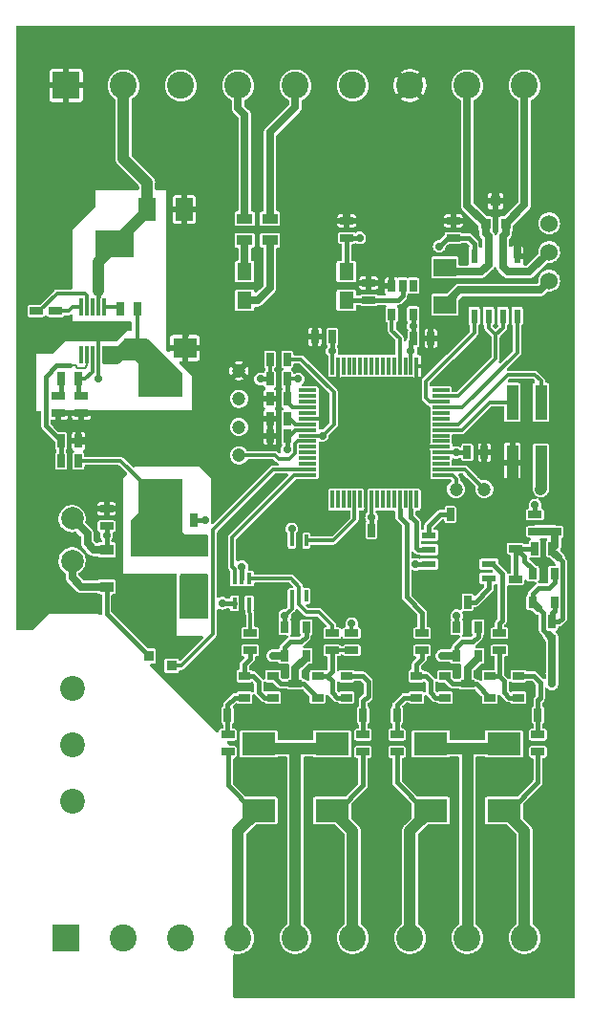
<source format=gbr>
%TF.GenerationSoftware,KiCad,Pcbnew,6.0.0*%
%TF.CreationDate,2022-04-16T14:37:19+02:00*%
%TF.ProjectId,cowdin-3a-pwrmon,636f7764-696e-42d3-9361-2d7077726d6f,1*%
%TF.SameCoordinates,Original*%
%TF.FileFunction,Copper,L1,Top*%
%TF.FilePolarity,Positive*%
%FSLAX46Y46*%
G04 Gerber Fmt 4.6, Leading zero omitted, Abs format (unit mm)*
G04 Created by KiCad (PCBNEW 6.0.0) date 2022-04-16 14:37:19*
%MOMM*%
%LPD*%
G01*
G04 APERTURE LIST*
%TA.AperFunction,SMDPad,CuDef*%
%ADD10R,2.032000X1.524000*%
%TD*%
%TA.AperFunction,SMDPad,CuDef*%
%ADD11R,3.560000X1.780000*%
%TD*%
%TA.AperFunction,SMDPad,CuDef*%
%ADD12R,0.300000X1.524000*%
%TD*%
%TA.AperFunction,SMDPad,CuDef*%
%ADD13R,1.524000X0.300000*%
%TD*%
%TA.AperFunction,SMDPad,CuDef*%
%ADD14R,1.143000X0.635000*%
%TD*%
%TA.AperFunction,SMDPad,CuDef*%
%ADD15R,0.635000X1.143000*%
%TD*%
%TA.AperFunction,SMDPad,CuDef*%
%ADD16R,0.400000X1.000000*%
%TD*%
%TA.AperFunction,SMDPad,CuDef*%
%ADD17R,1.000760X0.701040*%
%TD*%
%TA.AperFunction,SMDPad,CuDef*%
%ADD18R,0.914400X0.914400*%
%TD*%
%TA.AperFunction,ComponentPad*%
%ADD19R,2.400000X2.400000*%
%TD*%
%TA.AperFunction,ComponentPad*%
%ADD20C,2.400000*%
%TD*%
%TA.AperFunction,SMDPad,CuDef*%
%ADD21C,1.198880*%
%TD*%
%TA.AperFunction,SMDPad,CuDef*%
%ADD22R,2.100000X1.800000*%
%TD*%
%TA.AperFunction,SMDPad,CuDef*%
%ADD23R,0.609600X1.270000*%
%TD*%
%TA.AperFunction,SMDPad,CuDef*%
%ADD24R,1.397000X0.889000*%
%TD*%
%TA.AperFunction,SMDPad,CuDef*%
%ADD25R,3.000000X2.000000*%
%TD*%
%TA.AperFunction,SMDPad,CuDef*%
%ADD26R,3.500120X2.400300*%
%TD*%
%TA.AperFunction,SMDPad,CuDef*%
%ADD27R,1.220000X0.910000*%
%TD*%
%TA.AperFunction,SMDPad,CuDef*%
%ADD28R,0.300000X1.000000*%
%TD*%
%TA.AperFunction,SMDPad,CuDef*%
%ADD29R,0.701040X1.000760*%
%TD*%
%TA.AperFunction,ComponentPad*%
%ADD30C,1.200000*%
%TD*%
%TA.AperFunction,SMDPad,CuDef*%
%ADD31R,1.300000X1.500000*%
%TD*%
%TA.AperFunction,SMDPad,CuDef*%
%ADD32R,1.270000X0.609600*%
%TD*%
%TA.AperFunction,ComponentPad*%
%ADD33C,2.200000*%
%TD*%
%TA.AperFunction,ComponentPad*%
%ADD34C,2.000000*%
%TD*%
%TA.AperFunction,SMDPad,CuDef*%
%ADD35R,0.300000X1.600000*%
%TD*%
%TA.AperFunction,SMDPad,CuDef*%
%ADD36R,1.880000X1.570000*%
%TD*%
%TA.AperFunction,SMDPad,CuDef*%
%ADD37R,1.000000X3.100000*%
%TD*%
%TA.AperFunction,ComponentPad*%
%ADD38C,1.524000*%
%TD*%
%TA.AperFunction,SMDPad,CuDef*%
%ADD39R,1.524000X2.032000*%
%TD*%
%TA.AperFunction,SMDPad,CuDef*%
%ADD40R,2.500000X2.500000*%
%TD*%
%TA.AperFunction,ViaPad*%
%ADD41C,0.711200*%
%TD*%
%TA.AperFunction,Conductor*%
%ADD42C,0.304800*%
%TD*%
%TA.AperFunction,Conductor*%
%ADD43C,0.711200*%
%TD*%
%TA.AperFunction,Conductor*%
%ADD44C,0.250000*%
%TD*%
%TA.AperFunction,Conductor*%
%ADD45C,1.016000*%
%TD*%
%TA.AperFunction,Conductor*%
%ADD46C,0.406400*%
%TD*%
%TA.AperFunction,Conductor*%
%ADD47C,0.203200*%
%TD*%
G04 APERTURE END LIST*
D10*
%TO.P,R18,1*%
%TO.N,/Power Supply/5V_RAW*%
X139500000Y-108099000D03*
%TO.P,R18,2*%
%TO.N,+5V*%
X139500000Y-111401000D03*
%TD*%
D11*
%TO.P,L1,1,1*%
%TO.N,/Power Supply/V5_SW*%
X136550000Y-93750000D03*
%TO.P,L1,2,2*%
%TO.N,/Power Supply/5V_RAW*%
X136550000Y-103150000D03*
%TD*%
D12*
%TO.P,U1,1,PA00*%
%TO.N,unconnected-(U1-Pad1)*%
X151750000Y-103912000D03*
%TO.P,U1,2,PA01*%
%TO.N,unconnected-(U1-Pad2)*%
X152250000Y-103912000D03*
%TO.P,U1,3,PA02*%
%TO.N,unconnected-(U1-Pad3)*%
X152750000Y-103912000D03*
%TO.P,U1,4,PA03*%
%TO.N,unconnected-(U1-Pad4)*%
X153250000Y-103912000D03*
%TO.P,U1,5,PB04*%
%TO.N,CT2_OUT*%
X153750000Y-103912000D03*
%TO.P,U1,6,PB05*%
%TO.N,unconnected-(U1-Pad6)*%
X154250000Y-103912000D03*
%TO.P,U1,7,GNDANA*%
%TO.N,GND*%
X154750000Y-103912000D03*
%TO.P,U1,8,VANA*%
%TO.N,+5V*%
X155250000Y-103912000D03*
%TO.P,U1,9,PB06*%
%TO.N,unconnected-(U1-Pad9)*%
X155750000Y-103912000D03*
%TO.P,U1,10,PB07*%
%TO.N,unconnected-(U1-Pad10)*%
X156250000Y-103912000D03*
%TO.P,U1,11,PB08*%
%TO.N,unconnected-(U1-Pad11)*%
X156750000Y-103912000D03*
%TO.P,U1,12,PB09*%
%TO.N,unconnected-(U1-Pad12)*%
X157250000Y-103912000D03*
%TO.P,U1,13,PA04*%
%TO.N,CT4_I*%
X157750000Y-103912000D03*
%TO.P,U1,14,PA05*%
%TO.N,unconnected-(U1-Pad14)*%
X158250000Y-103912000D03*
%TO.P,U1,15,PA06*%
%TO.N,CT1_OUT*%
X158750000Y-103912000D03*
%TO.P,U1,16,PA07*%
%TO.N,unconnected-(U1-Pad16)*%
X159250000Y-103912000D03*
D13*
%TO.P,U1,17,PA08*%
%TO.N,Net-(TP7-Pad1)*%
X161412000Y-101750000D03*
%TO.P,U1,18,PA09*%
%TO.N,Net-(TP8-Pad1)*%
X161412000Y-101250000D03*
%TO.P,U1,19,PA10*%
%TO.N,unconnected-(U1-Pad19)*%
X161412000Y-100750000D03*
%TO.P,U1,20,PA11*%
%TO.N,unconnected-(U1-Pad20)*%
X161412000Y-100250000D03*
%TO.P,U1,21*%
%TO.N,+5V*%
X161412000Y-99750000D03*
%TO.P,U1,22*%
%TO.N,GND*%
X161412000Y-99250000D03*
%TO.P,U1,23,PB10*%
%TO.N,unconnected-(U1-Pad23)*%
X161412000Y-98750000D03*
%TO.P,U1,24,PB11*%
%TO.N,unconnected-(U1-Pad24)*%
X161412000Y-98250000D03*
%TO.P,U1,25,PB12*%
%TO.N,EXT_TX*%
X161412000Y-97750000D03*
%TO.P,U1,26,PB13*%
%TO.N,EXT_RX*%
X161412000Y-97250000D03*
%TO.P,U1,27,PB14*%
%TO.N,unconnected-(U1-Pad27)*%
X161412000Y-96750000D03*
%TO.P,U1,28,PB15*%
%TO.N,unconnected-(U1-Pad28)*%
X161412000Y-96250000D03*
%TO.P,U1,29,PA12*%
%TO.N,RS485_TX*%
X161412000Y-95750000D03*
%TO.P,U1,30,PA13*%
%TO.N,RS485_RX*%
X161412000Y-95250000D03*
%TO.P,U1,31,PA14*%
%TO.N,RS485_DIR*%
X161412000Y-94750000D03*
%TO.P,U1,32,PA15*%
%TO.N,unconnected-(U1-Pad32)*%
X161412000Y-94250000D03*
D12*
%TO.P,U1,33*%
%TO.N,GND*%
X159250000Y-92088000D03*
%TO.P,U1,34*%
%TO.N,+5V*%
X158750000Y-92088000D03*
%TO.P,U1,35,PA16*%
%TO.N,unconnected-(U1-Pad35)*%
X158250000Y-92088000D03*
%TO.P,U1,36,PA17*%
%TO.N,LINKY_RX*%
X157750000Y-92088000D03*
%TO.P,U1,37,PA18*%
%TO.N,unconnected-(U1-Pad37)*%
X157250000Y-92088000D03*
%TO.P,U1,38,PA19*%
%TO.N,unconnected-(U1-Pad38)*%
X156750000Y-92088000D03*
%TO.P,U1,39,PB16*%
%TO.N,unconnected-(U1-Pad39)*%
X156250000Y-92088000D03*
%TO.P,U1,40,PB17*%
%TO.N,unconnected-(U1-Pad40)*%
X155750000Y-92088000D03*
%TO.P,U1,41,PA20*%
%TO.N,unconnected-(U1-Pad41)*%
X155250000Y-92088000D03*
%TO.P,U1,42,PA21*%
%TO.N,unconnected-(U1-Pad42)*%
X154750000Y-92088000D03*
%TO.P,U1,43,PA22*%
%TO.N,unconnected-(U1-Pad43)*%
X154250000Y-92088000D03*
%TO.P,U1,44,PA23*%
%TO.N,unconnected-(U1-Pad44)*%
X153750000Y-92088000D03*
%TO.P,U1,45,PA24*%
%TO.N,unconnected-(U1-Pad45)*%
X153250000Y-92088000D03*
%TO.P,U1,46,PA25*%
%TO.N,unconnected-(U1-Pad46)*%
X152750000Y-92088000D03*
%TO.P,U1,47*%
%TO.N,GND*%
X152250000Y-92088000D03*
%TO.P,U1,48*%
%TO.N,+5V*%
X151750000Y-92088000D03*
D13*
%TO.P,U1,49,PB22*%
%TO.N,unconnected-(U1-Pad49)*%
X149588000Y-94250000D03*
%TO.P,U1,50,PB23*%
%TO.N,unconnected-(U1-Pad50)*%
X149588000Y-94750000D03*
%TO.P,U1,51,PA27*%
%TO.N,unconnected-(U1-Pad51)*%
X149588000Y-95250000D03*
%TO.P,U1,52,RST*%
%TO.N,RST*%
X149588000Y-95750000D03*
%TO.P,U1,53,PA28*%
%TO.N,unconnected-(U1-Pad53)*%
X149588000Y-96250000D03*
%TO.P,U1,54*%
%TO.N,GND*%
X149588000Y-96750000D03*
%TO.P,U1,55,VCORE*%
%TO.N,Net-(C18-Pad1)*%
X149588000Y-97250000D03*
%TO.P,U1,56,VIN*%
%TO.N,+5V*%
X149588000Y-97750000D03*
%TO.P,U1,57,PA30*%
%TO.N,SWCLK*%
X149588000Y-98250000D03*
%TO.P,U1,58,PA31*%
%TO.N,SWDAT*%
X149588000Y-98750000D03*
%TO.P,U1,59,PB30*%
%TO.N,unconnected-(U1-Pad59)*%
X149588000Y-99250000D03*
%TO.P,U1,60,PB31*%
%TO.N,unconnected-(U1-Pad60)*%
X149588000Y-99750000D03*
%TO.P,U1,61,PB00*%
%TO.N,unconnected-(U1-Pad61)*%
X149588000Y-100250000D03*
%TO.P,U1,62,PB01*%
%TO.N,unconnected-(U1-Pad62)*%
X149588000Y-100750000D03*
%TO.P,U1,63,PB02*%
%TO.N,RELAY*%
X149588000Y-101250000D03*
%TO.P,U1,64,PB03*%
%TO.N,CT_SEL1*%
X149588000Y-101750000D03*
%TD*%
D14*
%TO.P,C7,1*%
%TO.N,+5V*%
X163750000Y-120238000D03*
%TO.P,C7,2*%
%TO.N,GND*%
X163750000Y-121762000D03*
%TD*%
D15*
%TO.P,C13,1*%
%TO.N,/Power Supply/5V_RAW*%
X137988000Y-105750000D03*
%TO.P,C13,2*%
%TO.N,GND*%
X139512000Y-105750000D03*
%TD*%
D14*
%TO.P,R17,1*%
%TO.N,CT2_I*%
X151750000Y-117262000D03*
%TO.P,R17,2*%
%TO.N,Net-(R17-Pad2)*%
X151750000Y-115738000D03*
%TD*%
%TO.P,R51,1*%
%TO.N,Net-(R51-Pad1)*%
X142500000Y-124738000D03*
%TO.P,R51,2*%
%TO.N,CT5_A*%
X142500000Y-126262000D03*
%TD*%
D15*
%TO.P,R15,1*%
%TO.N,Net-(C25-Pad1)*%
X171262000Y-108250000D03*
%TO.P,R15,2*%
%TO.N,Net-(C27-Pad1)*%
X169738000Y-108250000D03*
%TD*%
D14*
%TO.P,C11,1*%
%TO.N,+5V*%
X153050000Y-80762000D03*
%TO.P,C11,2*%
%TO.N,GND*%
X153050000Y-79238000D03*
%TD*%
D16*
%TO.P,U14,1,B1*%
%TO.N,Net-(R23-Pad1)*%
X143100000Y-113100000D03*
%TO.P,U14,2*%
%TO.N,GND*%
X143750000Y-113100000D03*
%TO.P,U14,3,B2*%
%TO.N,CT5_I*%
X144400000Y-113100000D03*
%TO.P,U14,4,A*%
%TO.N,Net-(R17-Pad2)*%
X144400000Y-110900000D03*
%TO.P,U14,5*%
%TO.N,+5V*%
X143750000Y-110900000D03*
%TO.P,U14,6*%
%TO.N,CT_SEL1*%
X143100000Y-110900000D03*
%TD*%
D17*
%TO.P,U6,1*%
%TO.N,Net-(R43-Pad2)*%
X159230000Y-119547500D03*
%TO.P,U6,2,V-*%
%TO.N,GND*%
X159230000Y-120500000D03*
%TO.P,U6,3,+*%
%TO.N,Net-(R41-Pad1)*%
X159230000Y-121452500D03*
%TO.P,U6,4,-*%
%TO.N,Net-(R43-Pad2)*%
X161770000Y-121452500D03*
%TO.P,U6,5,V+*%
%TO.N,+5V*%
X161770000Y-119547500D03*
%TD*%
D18*
%TO.P,Q1,1,G*%
%TO.N,RELAY*%
X137516000Y-118639000D03*
%TO.P,Q1,2,S*%
%TO.N,GND*%
X137516000Y-116861000D03*
%TO.P,Q1,3,D*%
%TO.N,Net-(D3-Pad1)*%
X135484000Y-117750000D03*
%TD*%
D14*
%TO.P,R16,1*%
%TO.N,Net-(C27-Pad1)*%
X168000000Y-110988000D03*
%TO.P,R16,2*%
%TO.N,GND*%
X168000000Y-112512000D03*
%TD*%
D18*
%TO.P,D1,1*%
%TO.N,RS485_B*%
X165361000Y-79516000D03*
%TO.P,D1,2*%
%TO.N,RS485_A*%
X167139000Y-79516000D03*
%TO.P,D1,3*%
%TO.N,GND*%
X166250000Y-77484000D03*
%TD*%
D14*
%TO.P,C6,1*%
%TO.N,+5V*%
X148500000Y-120238000D03*
%TO.P,C6,2*%
%TO.N,GND*%
X148500000Y-121762000D03*
%TD*%
D19*
%TO.P,P1,1*%
%TO.N,GND*%
X128180000Y-67250000D03*
D20*
%TO.P,P1,2*%
%TO.N,+VIn*%
X133260000Y-67250000D03*
%TO.P,P1,3*%
%TO.N,unconnected-(P1-Pad3)*%
X138340000Y-67250000D03*
%TO.P,P1,4*%
%TO.N,LINKY_I1*%
X143420000Y-67250000D03*
%TO.P,P1,5*%
%TO.N,LINKY_I2*%
X148500000Y-67250000D03*
%TO.P,P1,6*%
%TO.N,unconnected-(P1-Pad6)*%
X153580000Y-67250000D03*
%TO.P,P1,7*%
%TO.N,GND*%
X158660000Y-67250000D03*
%TO.P,P1,8*%
%TO.N,RS485_B*%
X163740000Y-67250000D03*
%TO.P,P1,9*%
%TO.N,RS485_A*%
X168820000Y-67250000D03*
%TD*%
D15*
%TO.P,C16,1*%
%TO.N,+5V*%
X158988000Y-89650000D03*
%TO.P,C16,2*%
%TO.N,GND*%
X160512000Y-89650000D03*
%TD*%
D14*
%TO.P,R4,1*%
%TO.N,Net-(R4-Pad1)*%
X155000000Y-86262000D03*
%TO.P,R4,2*%
%TO.N,GND*%
X155000000Y-84738000D03*
%TD*%
D15*
%TO.P,C22,1*%
%TO.N,RST*%
X147762000Y-95000000D03*
%TO.P,C22,2*%
%TO.N,GND*%
X146238000Y-95000000D03*
%TD*%
%TO.P,C18,1*%
%TO.N,Net-(C18-Pad1)*%
X147762000Y-96750000D03*
%TO.P,C18,2*%
%TO.N,GND*%
X146238000Y-96750000D03*
%TD*%
D21*
%TO.P,TP6,1,1*%
%TO.N,GND*%
X143500000Y-92500000D03*
%TD*%
D14*
%TO.P,R43,1*%
%TO.N,CT4_I*%
X159750000Y-115738000D03*
%TO.P,R43,2*%
%TO.N,Net-(R43-Pad2)*%
X159750000Y-117262000D03*
%TD*%
D17*
%TO.P,U5,1*%
%TO.N,Net-(R13-Pad2)*%
X168270000Y-121452500D03*
%TO.P,U5,2,V-*%
%TO.N,GND*%
X168270000Y-120500000D03*
%TO.P,U5,3,+*%
%TO.N,Net-(R11-Pad1)*%
X168270000Y-119547500D03*
%TO.P,U5,4,-*%
%TO.N,Net-(R13-Pad2)*%
X165730000Y-119547500D03*
%TO.P,U5,5,V+*%
%TO.N,+5V*%
X165730000Y-121452500D03*
%TD*%
D14*
%TO.P,C5,1*%
%TO.N,Net-(C5-Pad1)*%
X127500000Y-94738000D03*
%TO.P,C5,2*%
%TO.N,GND*%
X127500000Y-96262000D03*
%TD*%
D17*
%TO.P,U8,1*%
%TO.N,Net-(R53-Pad2)*%
X143980000Y-119547500D03*
%TO.P,U8,2,V-*%
%TO.N,GND*%
X143980000Y-120500000D03*
%TO.P,U8,3,+*%
%TO.N,Net-(R51-Pad1)*%
X143980000Y-121452500D03*
%TO.P,U8,4,-*%
%TO.N,Net-(R53-Pad2)*%
X146520000Y-121452500D03*
%TO.P,U8,5,V+*%
%TO.N,+5V*%
X146520000Y-119547500D03*
%TD*%
D14*
%TO.P,R5,1*%
%TO.N,Net-(R5-Pad1)*%
X127250000Y-87238000D03*
%TO.P,R5,2*%
%TO.N,GND*%
X127250000Y-88762000D03*
%TD*%
%TO.P,R41,1*%
%TO.N,Net-(R41-Pad1)*%
X157500000Y-124738000D03*
%TO.P,R41,2*%
%TO.N,CT4_A*%
X157500000Y-126262000D03*
%TD*%
D22*
%TO.P,D2,1,A*%
%TO.N,GND*%
X138700000Y-90500000D03*
%TO.P,D2,2,K*%
%TO.N,/Power Supply/V5_SW*%
X134300000Y-90500000D03*
%TD*%
D23*
%TO.P,U2,1,R*%
%TO.N,RS485_RX*%
X164345000Y-87667000D03*
%TO.P,U2,2,RE*%
%TO.N,RS485_DIR*%
X165615000Y-87667000D03*
%TO.P,U2,3,DE*%
X166885000Y-87667000D03*
%TO.P,U2,4,D*%
%TO.N,RS485_TX*%
X168155000Y-87667000D03*
%TO.P,U2,5*%
%TO.N,GND*%
X168155000Y-82333000D03*
%TO.P,U2,6,A*%
%TO.N,RS485_A*%
X166885000Y-82333000D03*
%TO.P,U2,7,B*%
%TO.N,RS485_B*%
X165615000Y-82333000D03*
%TO.P,U2,8*%
%TO.N,+5V*%
X164345000Y-82333000D03*
%TD*%
D24*
%TO.P,C8,1*%
%TO.N,CT1_B*%
X163750000Y-125952500D03*
%TO.P,C8,2*%
%TO.N,GND*%
X163750000Y-124047500D03*
%TD*%
D15*
%TO.P,C12,1*%
%TO.N,Net-(C12-Pad1)*%
X132988000Y-87000000D03*
%TO.P,C12,2*%
%TO.N,/Power Supply/V5_SW*%
X134512000Y-87000000D03*
%TD*%
D25*
%TO.P,R10,1*%
%TO.N,CT1_A*%
X167000000Y-131450000D03*
%TO.P,R10,2*%
%TO.N,CT1_B*%
X167000000Y-125550000D03*
%TD*%
D24*
%TO.P,C9,1*%
%TO.N,CT2_B*%
X148500000Y-125952500D03*
%TO.P,C9,2*%
%TO.N,GND*%
X148500000Y-124047500D03*
%TD*%
D15*
%TO.P,R6,1*%
%TO.N,Net-(C4-Pad1)*%
X129262000Y-93250000D03*
%TO.P,R6,2*%
%TO.N,Net-(C5-Pad1)*%
X127738000Y-93250000D03*
%TD*%
D26*
%TO.P,C2,1*%
%TO.N,+VIn*%
X132501200Y-81250000D03*
%TO.P,C2,2*%
%TO.N,GND*%
X125998800Y-81250000D03*
%TD*%
D15*
%TO.P,R22,1*%
%TO.N,GND*%
X152988000Y-123000000D03*
%TO.P,R22,2*%
%TO.N,Net-(R21-Pad1)*%
X154512000Y-123000000D03*
%TD*%
D27*
%TO.P,D3,1,A*%
%TO.N,Net-(D3-Pad1)*%
X131750000Y-111635000D03*
%TO.P,D3,2,K*%
%TO.N,+5V*%
X131750000Y-108365000D03*
%TD*%
D28*
%TO.P,U13,1*%
%TO.N,GND*%
X147525000Y-112450000D03*
%TO.P,U13,2,IN1*%
%TO.N,+2.5V*%
X148175000Y-112450000D03*
%TO.P,U13,3,IN2*%
%TO.N,Net-(R17-Pad2)*%
X148825000Y-112450000D03*
%TO.P,U13,4,NC*%
%TO.N,unconnected-(U13-Pad4)*%
X149475000Y-112450000D03*
%TO.P,U13,5,OUT*%
%TO.N,CT2_OUT*%
X149475000Y-107550000D03*
%TO.P,U13,6,RTN*%
%TO.N,GND*%
X148825000Y-107550000D03*
%TO.P,U13,7*%
%TO.N,+5V*%
X148175000Y-107550000D03*
%TO.P,U13,8,EN*%
%TO.N,GND*%
X147525000Y-107550000D03*
%TD*%
D15*
%TO.P,R14,1*%
%TO.N,SWCLK*%
X147762000Y-91500000D03*
%TO.P,R14,2*%
%TO.N,+5V*%
X146238000Y-91500000D03*
%TD*%
D29*
%TO.P,U4,1*%
%TO.N,N/C*%
X158952500Y-84980000D03*
%TO.P,U4,2,A*%
%TO.N,Net-(R4-Pad1)*%
X158000000Y-84980000D03*
%TO.P,U4,3*%
%TO.N,GND*%
X157047500Y-84980000D03*
%TO.P,U4,4,Y*%
%TO.N,LINKY_RX*%
X157047500Y-87520000D03*
%TO.P,U4,5*%
%TO.N,+5V*%
X158952500Y-87520000D03*
%TD*%
D14*
%TO.P,R13,1*%
%TO.N,CT1_I*%
X166600000Y-115738000D03*
%TO.P,R13,2*%
%TO.N,Net-(R13-Pad2)*%
X166600000Y-117262000D03*
%TD*%
D15*
%TO.P,R12,1*%
%TO.N,GND*%
X168488000Y-123000000D03*
%TO.P,R12,2*%
%TO.N,Net-(R11-Pad1)*%
X170012000Y-123000000D03*
%TD*%
D14*
%TO.P,C10,1*%
%TO.N,+5V*%
X162500000Y-80762000D03*
%TO.P,C10,2*%
%TO.N,GND*%
X162500000Y-79238000D03*
%TD*%
D25*
%TO.P,R20,1*%
%TO.N,CT2_A*%
X151750000Y-131450000D03*
%TO.P,R20,2*%
%TO.N,CT2_B*%
X151750000Y-125550000D03*
%TD*%
D15*
%TO.P,C24,1*%
%TO.N,+2.5V*%
X171262000Y-118250000D03*
%TO.P,C24,2*%
%TO.N,GND*%
X169738000Y-118250000D03*
%TD*%
D21*
%TO.P,TP5,1,1*%
%TO.N,RST*%
X143500000Y-95000000D03*
%TD*%
%TO.P,TP3,1,1*%
%TO.N,SWCLK*%
X143500000Y-97500000D03*
%TD*%
D30*
%TO.P,TP8,1,1*%
%TO.N,Net-(TP8-Pad1)*%
X165250000Y-103000000D03*
%TD*%
D31*
%TO.P,U3,1*%
%TO.N,Net-(R2-Pad1)*%
X144000000Y-83730000D03*
%TO.P,U3,2*%
%TO.N,Net-(R3-Pad1)*%
X144000000Y-86270000D03*
%TO.P,U3,3*%
%TO.N,Net-(R4-Pad1)*%
X153000000Y-86270000D03*
%TO.P,U3,4*%
%TO.N,+5V*%
X153000000Y-83730000D03*
%TD*%
D32*
%TO.P,U15,1,CC*%
%TO.N,Net-(C29-Pad1)*%
X165667000Y-110905000D03*
%TO.P,U15,2,IN*%
%TO.N,CT1_I*%
X165667000Y-109635000D03*
%TO.P,U15,3,PD*%
%TO.N,GND*%
X165667000Y-108365000D03*
%TO.P,U15,4*%
X165667000Y-107095000D03*
%TO.P,U15,5,CAV*%
%TO.N,Net-(C28-Pad1)*%
X160333000Y-107095000D03*
%TO.P,U15,6,OUT*%
%TO.N,CT1_OUT*%
X160333000Y-108365000D03*
%TO.P,U15,7*%
%TO.N,+5V*%
X160333000Y-109635000D03*
%TO.P,U15,8,COM*%
%TO.N,GND*%
X160333000Y-110905000D03*
%TD*%
D14*
%TO.P,R53,1*%
%TO.N,CT5_I*%
X144500000Y-115738000D03*
%TO.P,R53,2*%
%TO.N,Net-(R53-Pad2)*%
X144500000Y-117262000D03*
%TD*%
D19*
%TO.P,P2,1*%
%TO.N,RL_NO*%
X128180000Y-142750000D03*
D20*
%TO.P,P2,2*%
%TO.N,RL_COM*%
X133260000Y-142750000D03*
%TO.P,P2,3*%
%TO.N,RL_NC*%
X138340000Y-142750000D03*
%TO.P,P2,4*%
%TO.N,CT5_A*%
X143420000Y-142750000D03*
%TO.P,P2,5*%
%TO.N,CT2_B*%
X148500000Y-142750000D03*
%TO.P,P2,6*%
%TO.N,CT2_A*%
X153580000Y-142750000D03*
%TO.P,P2,7*%
%TO.N,CT4_A*%
X158660000Y-142750000D03*
%TO.P,P2,8*%
%TO.N,CT1_B*%
X163740000Y-142750000D03*
%TO.P,P2,9*%
%TO.N,CT1_A*%
X168820000Y-142750000D03*
%TD*%
D33*
%TO.P,RL1,11*%
%TO.N,RL_COM*%
X128700000Y-125600000D03*
%TO.P,RL1,12*%
%TO.N,RL_NC*%
X128700000Y-120600000D03*
%TO.P,RL1,14*%
%TO.N,RL_NO*%
X128700000Y-130600000D03*
D34*
%TO.P,RL1,A1*%
%TO.N,Net-(D3-Pad1)*%
X128700000Y-109350000D03*
%TO.P,RL1,A2*%
%TO.N,+5V*%
X128700000Y-105600000D03*
%TD*%
D14*
%TO.P,R23,1*%
%TO.N,Net-(R23-Pad1)*%
X153500000Y-115738000D03*
%TO.P,R23,2*%
%TO.N,CT2_I*%
X153500000Y-117262000D03*
%TD*%
%TO.P,C25,1*%
%TO.N,Net-(C25-Pad1)*%
X171500000Y-106762000D03*
%TO.P,C25,2*%
%TO.N,GND*%
X171500000Y-105238000D03*
%TD*%
%TO.P,R11,1*%
%TO.N,Net-(R11-Pad1)*%
X170000000Y-124738000D03*
%TO.P,R11,2*%
%TO.N,CT1_A*%
X170000000Y-126262000D03*
%TD*%
D15*
%TO.P,C23,1*%
%TO.N,+2.5V*%
X171262000Y-116500000D03*
%TO.P,C23,2*%
%TO.N,GND*%
X169738000Y-116500000D03*
%TD*%
D14*
%TO.P,R21,1*%
%TO.N,Net-(R21-Pad1)*%
X154500000Y-124738000D03*
%TO.P,R21,2*%
%TO.N,CT2_A*%
X154500000Y-126262000D03*
%TD*%
D35*
%TO.P,U11,1,BOOT*%
%TO.N,Net-(C12-Pad1)*%
X131500000Y-86900000D03*
%TO.P,U11,2,VIN*%
%TO.N,+VIn*%
X131000000Y-86900000D03*
%TO.P,U11,3,EN*%
%TO.N,unconnected-(U11-Pad3)*%
X130500000Y-86900000D03*
%TO.P,U11,4,SS*%
%TO.N,Net-(C3-Pad1)*%
X130000000Y-86900000D03*
%TO.P,U11,5,RT/CLK*%
%TO.N,Net-(R5-Pad1)*%
X129500000Y-86900000D03*
%TO.P,U11,6,PGOOD*%
%TO.N,unconnected-(U11-Pad6)*%
X129500000Y-91100000D03*
%TO.P,U11,7,VSENSE*%
%TO.N,Net-(R7-Pad1)*%
X130000000Y-91100000D03*
%TO.P,U11,8,COMP*%
%TO.N,Net-(C4-Pad1)*%
X130500000Y-91100000D03*
%TO.P,U11,9*%
%TO.N,GND*%
X131000000Y-91100000D03*
%TO.P,U11,10,PH*%
%TO.N,/Power Supply/V5_SW*%
X131500000Y-91100000D03*
D36*
%TO.P,U11,PAD*%
%TO.N,GND*%
X130500000Y-89000000D03*
%TD*%
D17*
%TO.P,U7,1*%
%TO.N,CT2_I*%
X153020000Y-121452500D03*
%TO.P,U7,2,V-*%
%TO.N,GND*%
X153020000Y-120500000D03*
%TO.P,U7,3,+*%
%TO.N,Net-(R21-Pad1)*%
X153020000Y-119547500D03*
%TO.P,U7,4,-*%
%TO.N,CT2_I*%
X150480000Y-119547500D03*
%TO.P,U7,5,V+*%
%TO.N,+5V*%
X150480000Y-121452500D03*
%TD*%
D15*
%TO.P,R42,1*%
%TO.N,GND*%
X159012000Y-123000000D03*
%TO.P,R42,2*%
%TO.N,Net-(R41-Pad1)*%
X157488000Y-123000000D03*
%TD*%
D24*
%TO.P,R3,1*%
%TO.N,Net-(R3-Pad1)*%
X146250000Y-80952500D03*
%TO.P,R3,2*%
%TO.N,LINKY_I2*%
X146250000Y-79047500D03*
%TD*%
D15*
%TO.P,C28,1*%
%TO.N,Net-(C28-Pad1)*%
X162238000Y-105250000D03*
%TO.P,C28,2*%
%TO.N,GND*%
X163762000Y-105250000D03*
%TD*%
%TO.P,C15,1*%
%TO.N,+5V*%
X163738000Y-99750000D03*
%TO.P,C15,2*%
%TO.N,GND*%
X165262000Y-99750000D03*
%TD*%
D30*
%TO.P,TP7,1,1*%
%TO.N,Net-(TP7-Pad1)*%
X162750000Y-103000000D03*
%TD*%
D14*
%TO.P,C21,1*%
%TO.N,+5V*%
X131750000Y-106262000D03*
%TO.P,C21,2*%
%TO.N,GND*%
X131750000Y-104738000D03*
%TD*%
D25*
%TO.P,R40,1*%
%TO.N,CT1_B*%
X160500000Y-125550000D03*
%TO.P,R40,2*%
%TO.N,CT4_A*%
X160500000Y-131450000D03*
%TD*%
D29*
%TO.P,U12,1*%
%TO.N,+2.5V*%
X171452500Y-110480000D03*
%TO.P,U12,2,V-*%
%TO.N,GND*%
X170500000Y-110480000D03*
%TO.P,U12,3,+*%
%TO.N,Net-(C27-Pad1)*%
X169547500Y-110480000D03*
%TO.P,U12,4,-*%
%TO.N,+2.5V*%
X169547500Y-113020000D03*
%TO.P,U12,5,V+*%
%TO.N,Net-(C25-Pad1)*%
X171452500Y-113020000D03*
%TD*%
%TO.P,U10,1*%
%TO.N,CT2_B*%
X149452500Y-115230000D03*
%TO.P,U10,2,V-*%
%TO.N,GND*%
X148500000Y-115230000D03*
%TO.P,U10,3,+*%
%TO.N,+2.5V*%
X147547500Y-115230000D03*
%TO.P,U10,4,-*%
%TO.N,CT2_B*%
X147547500Y-117770000D03*
%TO.P,U10,5,V+*%
%TO.N,+5V*%
X149452500Y-117770000D03*
%TD*%
D10*
%TO.P,R1,1*%
%TO.N,Net-(R1-Pad1)*%
X161750000Y-86651000D03*
%TO.P,R1,2*%
%TO.N,RS485_B*%
X161750000Y-83349000D03*
%TD*%
D29*
%TO.P,U9,1*%
%TO.N,CT1_B*%
X164702500Y-115230000D03*
%TO.P,U9,2,V-*%
%TO.N,GND*%
X163750000Y-115230000D03*
%TO.P,U9,3,+*%
%TO.N,+2.5V*%
X162797500Y-115230000D03*
%TO.P,U9,4,-*%
%TO.N,CT1_B*%
X162797500Y-117770000D03*
%TO.P,U9,5,V+*%
%TO.N,+5V*%
X164702500Y-117770000D03*
%TD*%
D15*
%TO.P,R52,1*%
%TO.N,GND*%
X144012000Y-123000000D03*
%TO.P,R52,2*%
%TO.N,Net-(R51-Pad1)*%
X142488000Y-123000000D03*
%TD*%
D21*
%TO.P,TP4,1,1*%
%TO.N,SWDAT*%
X143500000Y-100000000D03*
%TD*%
D15*
%TO.P,C19,1*%
%TO.N,+5V*%
X147762000Y-98250000D03*
%TO.P,C19,2*%
%TO.N,GND*%
X146238000Y-98250000D03*
%TD*%
D14*
%TO.P,C4,1*%
%TO.N,Net-(C4-Pad1)*%
X129500000Y-94738000D03*
%TO.P,C4,2*%
%TO.N,GND*%
X129500000Y-96262000D03*
%TD*%
D15*
%TO.P,C29,1*%
%TO.N,Net-(C29-Pad1)*%
X163762000Y-113000000D03*
%TO.P,C29,2*%
%TO.N,GND*%
X162238000Y-113000000D03*
%TD*%
D25*
%TO.P,R50,1*%
%TO.N,CT2_B*%
X145250000Y-125550000D03*
%TO.P,R50,2*%
%TO.N,CT5_A*%
X145250000Y-131450000D03*
%TD*%
D15*
%TO.P,R9,1*%
%TO.N,+5V*%
X146238000Y-93250000D03*
%TO.P,R9,2*%
%TO.N,RST*%
X147762000Y-93250000D03*
%TD*%
D37*
%TO.P,P3,1,P1*%
%TO.N,GND*%
X167730000Y-100700000D03*
%TO.P,P3,2,PM*%
%TO.N,EXT_TX*%
X167730000Y-95300000D03*
%TO.P,P3,3,P3*%
%TO.N,+5V*%
X170270000Y-100700000D03*
%TO.P,P3,4*%
%TO.N,EXT_RX*%
X170270000Y-95300000D03*
%TD*%
D38*
%TO.P,SW1,1*%
%TO.N,Net-(R1-Pad1)*%
X171000000Y-84540000D03*
%TO.P,SW1,2*%
%TO.N,RS485_A*%
X171000000Y-82000000D03*
%TO.P,SW1,3*%
%TO.N,N/C*%
X171000000Y-79460000D03*
%TD*%
D15*
%TO.P,R7,1*%
%TO.N,Net-(R7-Pad1)*%
X127738000Y-100500000D03*
%TO.P,R7,2*%
%TO.N,/Power Supply/5V_RAW*%
X129262000Y-100500000D03*
%TD*%
D14*
%TO.P,C3,1*%
%TO.N,Net-(C3-Pad1)*%
X125500000Y-87238000D03*
%TO.P,C3,2*%
%TO.N,GND*%
X125500000Y-88762000D03*
%TD*%
%TO.P,C27,1*%
%TO.N,Net-(C27-Pad1)*%
X168000000Y-108262000D03*
%TO.P,C27,2*%
%TO.N,GND*%
X168000000Y-106738000D03*
%TD*%
D39*
%TO.P,C1,1*%
%TO.N,+VIn*%
X135349000Y-78250000D03*
%TO.P,C1,2*%
%TO.N,GND*%
X138651000Y-78250000D03*
%TD*%
D40*
%TO.P,C14,1*%
%TO.N,/Power Supply/5V_RAW*%
X135500000Y-106850000D03*
%TO.P,C14,2*%
%TO.N,GND*%
X135500000Y-114150000D03*
%TD*%
D15*
%TO.P,C17,1*%
%TO.N,+5V*%
X151762000Y-89500000D03*
%TO.P,C17,2*%
%TO.N,GND*%
X150238000Y-89500000D03*
%TD*%
%TO.P,R8,1*%
%TO.N,GND*%
X129262000Y-98750000D03*
%TO.P,R8,2*%
%TO.N,Net-(R7-Pad1)*%
X127738000Y-98750000D03*
%TD*%
D24*
%TO.P,R2,1*%
%TO.N,Net-(R2-Pad1)*%
X144000000Y-80952500D03*
%TO.P,R2,2*%
%TO.N,LINKY_I1*%
X144000000Y-79047500D03*
%TD*%
D14*
%TO.P,L2,1,1*%
%TO.N,+5V*%
X169750000Y-105238000D03*
%TO.P,L2,2,2*%
%TO.N,Net-(C25-Pad1)*%
X169750000Y-106762000D03*
%TD*%
D15*
%TO.P,C20,1*%
%TO.N,+5V*%
X155238000Y-106650000D03*
%TO.P,C20,2*%
%TO.N,GND*%
X156762000Y-106650000D03*
%TD*%
%TO.P,C26,1*%
%TO.N,Net-(C25-Pad1)*%
X171262000Y-114750000D03*
%TO.P,C26,2*%
%TO.N,GND*%
X169738000Y-114750000D03*
%TD*%
D41*
%TO.N,/Power Supply/5V_RAW*%
X137500000Y-107500000D03*
%TO.N,CT1_B*%
X161500000Y-117750000D03*
X163750000Y-127000000D03*
%TO.N,CT2_B*%
X146500000Y-117750000D03*
X148500000Y-127000000D03*
%TO.N,GND*%
X137500000Y-88500000D03*
X124100000Y-101000000D03*
X172900000Y-119000000D03*
X142900000Y-120500000D03*
X146750000Y-112450000D03*
X124100000Y-97000000D03*
X145400000Y-96750000D03*
X172900000Y-127000000D03*
X159900000Y-123000000D03*
X130500000Y-113000000D03*
X145400000Y-95000000D03*
X137500000Y-114250000D03*
X137500000Y-113250000D03*
X129500000Y-97150000D03*
X124100000Y-113000000D03*
X155000000Y-83800000D03*
X140500000Y-81000000D03*
X154100000Y-120500000D03*
X168000000Y-105900000D03*
X160100000Y-99250000D03*
X126000000Y-79000000D03*
X152250000Y-93400000D03*
X172900000Y-121000000D03*
X152100000Y-123000000D03*
X170500000Y-109400000D03*
X172900000Y-101000000D03*
X143500000Y-92500000D03*
X137500000Y-115250000D03*
X143750000Y-114150000D03*
X172900000Y-89000000D03*
X172900000Y-117000000D03*
X124100000Y-87000000D03*
X124100000Y-83000000D03*
X124100000Y-91000000D03*
X124100000Y-109000000D03*
X140500000Y-91500000D03*
X124100000Y-107000000D03*
X149400000Y-89500000D03*
X145400000Y-98250000D03*
X172900000Y-111000000D03*
X172900000Y-125000000D03*
X172900000Y-105000000D03*
X162500000Y-78250000D03*
X172900000Y-97000000D03*
X130500000Y-89000000D03*
X128750000Y-89500000D03*
X158100000Y-120500000D03*
X124100000Y-115000000D03*
X140500000Y-90050000D03*
X167600000Y-123000000D03*
X172900000Y-113000000D03*
X140500000Y-105750000D03*
X172900000Y-87000000D03*
X161350000Y-89650000D03*
X140500000Y-77000000D03*
X171500000Y-104400000D03*
X150900000Y-96750000D03*
X127500000Y-97150000D03*
X157600000Y-106650000D03*
X172900000Y-85000000D03*
X154750000Y-102600000D03*
X124100000Y-103000000D03*
X159250000Y-93400000D03*
X124100000Y-81000000D03*
X124100000Y-99000000D03*
X153050000Y-78250000D03*
X172900000Y-93000000D03*
X124100000Y-89000000D03*
X168900000Y-116500000D03*
X127250000Y-90000000D03*
X126500000Y-103000000D03*
X172900000Y-107000000D03*
X139000000Y-88500000D03*
X124100000Y-85000000D03*
X172900000Y-79000000D03*
X172900000Y-83000000D03*
X124100000Y-111000000D03*
X161400000Y-113000000D03*
X146750000Y-107550000D03*
X148500000Y-114200000D03*
X124100000Y-79000000D03*
X128500000Y-103000000D03*
X172900000Y-75000000D03*
X126000000Y-83000000D03*
X172900000Y-123000000D03*
X130500000Y-103000000D03*
X168900000Y-118250000D03*
X172900000Y-103000000D03*
X163750000Y-123000000D03*
X130100000Y-98750000D03*
X172900000Y-129000000D03*
X124100000Y-77000000D03*
X172900000Y-95000000D03*
X124100000Y-75000000D03*
X128500000Y-113000000D03*
X140500000Y-88500000D03*
X164600000Y-105250000D03*
X172900000Y-81000000D03*
X133500000Y-88500000D03*
X140500000Y-79000000D03*
X172900000Y-131000000D03*
X136500000Y-112250000D03*
X172900000Y-77000000D03*
X124100000Y-95000000D03*
X138500000Y-81000000D03*
X168000000Y-113400000D03*
X167750000Y-103000000D03*
X157050000Y-83800000D03*
X166100000Y-99750000D03*
X172900000Y-109000000D03*
X126500000Y-113000000D03*
X172900000Y-115000000D03*
X168900000Y-114750000D03*
X150750000Y-108750000D03*
X134500000Y-112250000D03*
X144900000Y-123000000D03*
X172900000Y-133000000D03*
X131750000Y-103750000D03*
X125500000Y-90000000D03*
X163750000Y-114200000D03*
X132250000Y-88500000D03*
X128750000Y-88500000D03*
X169350000Y-120500000D03*
X168150000Y-81000000D03*
X172900000Y-91000000D03*
X172900000Y-99000000D03*
X132250000Y-89500000D03*
X148500000Y-123000000D03*
X166250000Y-76000000D03*
X135500000Y-112250000D03*
X131000000Y-93250000D03*
X124100000Y-105000000D03*
X124100000Y-93000000D03*
X165700000Y-106250000D03*
%TO.N,+5V*%
X158750000Y-90750000D03*
X155250000Y-105500000D03*
X131750000Y-107100000D03*
X158950000Y-88550000D03*
X147750000Y-99500000D03*
X140000000Y-114000000D03*
X140000000Y-113000000D03*
X139000000Y-113000000D03*
X139000000Y-114000000D03*
X161250000Y-81500000D03*
X145400000Y-93250000D03*
X143750000Y-109850000D03*
X159150000Y-109650000D03*
X148500000Y-119300000D03*
X154200000Y-80750000D03*
X169750000Y-104400000D03*
X151750000Y-90750000D03*
X162750000Y-99750000D03*
X163750000Y-119300000D03*
X148180000Y-106500000D03*
X170250000Y-103000000D03*
%TO.N,+2.5V*%
X171250000Y-119350000D03*
X171250000Y-120250000D03*
X162800000Y-114200000D03*
X147550000Y-114200000D03*
%TO.N,RST*%
X148750000Y-93250000D03*
X143500000Y-95000000D03*
%TO.N,SWCLK*%
X150900000Y-98250000D03*
X143500000Y-97500000D03*
%TO.N,SWDAT*%
X143500000Y-100000000D03*
%TO.N,Net-(R23-Pad1)*%
X153500000Y-114886900D03*
X142000000Y-113100000D03*
%TD*%
D42*
%TO.N,RELAY*%
X137516000Y-118639000D02*
X138361000Y-118639000D01*
X138361000Y-118639000D02*
X141200000Y-115800000D01*
X141200000Y-115800000D02*
X141200000Y-106600000D01*
X141200000Y-106600000D02*
X146550000Y-101250000D01*
X146550000Y-101250000D02*
X149588000Y-101250000D01*
D43*
%TO.N,/Power Supply/5V_RAW*%
X139500000Y-108099000D02*
X138099000Y-108099000D01*
X138099000Y-108099000D02*
X137500000Y-107500000D01*
X137500000Y-107500000D02*
X136150000Y-107500000D01*
X136150000Y-107500000D02*
X135500000Y-106850000D01*
D44*
%TO.N,+5V*%
X139000000Y-113000000D02*
X139000000Y-111901000D01*
X139000000Y-111901000D02*
X139500000Y-111401000D01*
D45*
%TO.N,CT1_A*%
X168820000Y-142750000D02*
X168820000Y-133270000D01*
D46*
X167500000Y-131450000D02*
X167000000Y-131450000D01*
X170000000Y-128950000D02*
X167500000Y-131450000D01*
X170000000Y-126262000D02*
X170000000Y-128950000D01*
D45*
X168820000Y-133270000D02*
X167000000Y-131450000D01*
%TO.N,CT1_B*%
X163750000Y-142740000D02*
X163740000Y-142750000D01*
X163750000Y-125952500D02*
X160902500Y-125952500D01*
D43*
X162797500Y-117770000D02*
X162777500Y-117750000D01*
D45*
X160902500Y-125952500D02*
X160500000Y-125550000D01*
D46*
X164250000Y-116500000D02*
X163300000Y-116500000D01*
X164702500Y-116047500D02*
X164250000Y-116500000D01*
D45*
X163750000Y-125952500D02*
X163750000Y-127000000D01*
D46*
X162797500Y-117002500D02*
X162797500Y-117770000D01*
X164702500Y-115230000D02*
X164702500Y-116047500D01*
X163300000Y-116500000D02*
X162797500Y-117002500D01*
D43*
X162777500Y-117750000D02*
X161500000Y-117750000D01*
D45*
X163750000Y-125952500D02*
X166597500Y-125952500D01*
X163750000Y-127000000D02*
X163750000Y-142740000D01*
X166597500Y-125952500D02*
X167000000Y-125550000D01*
D46*
%TO.N,CT4_A*%
X157500000Y-126262000D02*
X157500000Y-128950000D01*
X157500000Y-128950000D02*
X160000000Y-131450000D01*
D45*
X158660000Y-142750000D02*
X158660000Y-133290000D01*
D46*
X160000000Y-131450000D02*
X160500000Y-131450000D01*
D45*
X158660000Y-133290000D02*
X160500000Y-131450000D01*
%TO.N,CT2_A*%
X153580000Y-142750000D02*
X153580000Y-133280000D01*
D46*
X154500000Y-126262000D02*
X154500000Y-129200000D01*
X154500000Y-129200000D02*
X152250000Y-131450000D01*
D45*
X153580000Y-133280000D02*
X151750000Y-131450000D01*
D46*
X152250000Y-131450000D02*
X151750000Y-131450000D01*
D43*
%TO.N,CT2_B*%
X147527500Y-117750000D02*
X146500000Y-117750000D01*
X147547500Y-117770000D02*
X147527500Y-117750000D01*
D45*
X148500000Y-127000000D02*
X148500000Y-142750000D01*
X151347500Y-125952500D02*
X151750000Y-125550000D01*
X148500000Y-125952500D02*
X145652500Y-125952500D01*
D46*
X149000000Y-116500000D02*
X149452500Y-116047500D01*
X147547500Y-117770000D02*
X147547500Y-116977500D01*
X147547500Y-116977500D02*
X148025000Y-116500000D01*
D45*
X145652500Y-125952500D02*
X145250000Y-125550000D01*
X148500000Y-125952500D02*
X148500000Y-127000000D01*
D46*
X149452500Y-116047500D02*
X149452500Y-115230000D01*
X148025000Y-116500000D02*
X149000000Y-116500000D01*
D45*
X148500000Y-125952500D02*
X151347500Y-125952500D01*
D46*
%TO.N,Net-(R11-Pad1)*%
X170200000Y-121500000D02*
X170200000Y-120100000D01*
X170012000Y-121688000D02*
X170200000Y-121500000D01*
X170000000Y-124738000D02*
X170000000Y-123012000D01*
X170200000Y-120100000D02*
X169647500Y-119547500D01*
X170000000Y-123012000D02*
X170012000Y-123000000D01*
X169647500Y-119547500D02*
X168270000Y-119547500D01*
X170012000Y-123000000D02*
X170012000Y-121688000D01*
D42*
%TO.N,+VIn*%
X131000000Y-86900000D02*
X131000000Y-85950000D01*
D45*
X132501200Y-81398800D02*
X131100000Y-82800000D01*
X132501200Y-81250000D02*
X132501200Y-81398800D01*
X133260000Y-73760000D02*
X135349000Y-75849000D01*
D46*
X131000000Y-85450000D02*
X131000000Y-85950000D01*
D45*
X135349000Y-75849000D02*
X135349000Y-78250000D01*
X135349000Y-78402200D02*
X132501200Y-81250000D01*
X131000000Y-82900000D02*
X131000000Y-85450000D01*
X131100000Y-82800000D02*
X131000000Y-82900000D01*
X133260000Y-67250000D02*
X133260000Y-73760000D01*
X135349000Y-78250000D02*
X135349000Y-78402200D01*
D42*
%TO.N,Net-(C3-Pad1)*%
X130000000Y-86900000D02*
X130000000Y-85850000D01*
X130000000Y-85850000D02*
X129800000Y-85650000D01*
X129800000Y-85650000D02*
X127350000Y-85650000D01*
X125762000Y-87238000D02*
X125500000Y-87238000D01*
X127350000Y-85650000D02*
X125762000Y-87238000D01*
D43*
%TO.N,LINKY_I1*%
X144000000Y-79047500D02*
X144000000Y-69850000D01*
X143420000Y-69270000D02*
X143420000Y-67250000D01*
X144000000Y-69850000D02*
X143420000Y-69270000D01*
%TO.N,LINKY_I2*%
X146250000Y-71400000D02*
X148500000Y-69150000D01*
X146250000Y-79047500D02*
X146250000Y-71400000D01*
X148500000Y-69150000D02*
X148500000Y-67250000D01*
%TO.N,GND*%
X172900000Y-109000000D02*
X172900000Y-111000000D01*
X169350000Y-120500000D02*
X168270000Y-120500000D01*
D42*
X140500000Y-91500000D02*
X140500000Y-90050000D01*
D46*
X165262000Y-99750000D02*
X166100000Y-99750000D01*
D43*
X124100000Y-81000000D02*
X124100000Y-83000000D01*
X163750000Y-123000000D02*
X163750000Y-122100000D01*
X125748800Y-81000000D02*
X125998800Y-81250000D01*
D42*
X128750000Y-89500000D02*
X130000000Y-89500000D01*
D43*
X153020000Y-120500000D02*
X154100000Y-120500000D01*
D42*
X139000000Y-88500000D02*
X140500000Y-88500000D01*
D43*
X172900000Y-107000000D02*
X172900000Y-109000000D01*
X172900000Y-95000000D02*
X172900000Y-97000000D01*
X137500000Y-114250000D02*
X137500000Y-115250000D01*
D46*
X159012000Y-123000000D02*
X159350000Y-123000000D01*
D43*
X131000000Y-103000000D02*
X131750000Y-103750000D01*
D42*
X152250000Y-92088000D02*
X152250000Y-93400000D01*
D43*
X126000000Y-79000000D02*
X124100000Y-79000000D01*
D46*
X165700000Y-107062000D02*
X165700000Y-106250000D01*
D42*
X148825000Y-107550000D02*
X148825000Y-108275000D01*
D43*
X172900000Y-97000000D02*
X172900000Y-99000000D01*
X124100000Y-81000000D02*
X125748800Y-81000000D01*
D46*
X169738000Y-114750000D02*
X168900000Y-114750000D01*
D42*
X132250000Y-88500000D02*
X132250000Y-89500000D01*
D43*
X172900000Y-105000000D02*
X172900000Y-107000000D01*
D42*
X131000000Y-91100000D02*
X131000000Y-89500000D01*
D43*
X172900000Y-77000000D02*
X172900000Y-79000000D01*
X143980000Y-120500000D02*
X142900000Y-120500000D01*
X135500000Y-112250000D02*
X136500000Y-112250000D01*
X124100000Y-93000000D02*
X124100000Y-95000000D01*
D46*
X162500000Y-79238000D02*
X162500000Y-78250000D01*
D42*
X149300000Y-108750000D02*
X150750000Y-108750000D01*
D46*
X146238000Y-96750000D02*
X145400000Y-96750000D01*
D43*
X124100000Y-103000000D02*
X124100000Y-105000000D01*
D42*
X137500000Y-88500000D02*
X139000000Y-88500000D01*
X149588000Y-96750000D02*
X150900000Y-96750000D01*
D46*
X148500000Y-115230000D02*
X148500000Y-114200000D01*
D43*
X129262000Y-98750000D02*
X130100000Y-98750000D01*
X124100000Y-95000000D02*
X124100000Y-97000000D01*
X172900000Y-119000000D02*
X172900000Y-121000000D01*
X168155000Y-82333000D02*
X168155000Y-81005000D01*
D46*
X138700000Y-89400000D02*
X139000000Y-89100000D01*
X169738000Y-116500000D02*
X168900000Y-116500000D01*
D43*
X144900000Y-123000000D02*
X144350000Y-123000000D01*
D46*
X155000000Y-84738000D02*
X155000000Y-83800000D01*
X146238000Y-95000000D02*
X145400000Y-95000000D01*
X146238000Y-98250000D02*
X145400000Y-98250000D01*
X163750000Y-122100000D02*
X163750000Y-121762000D01*
D43*
X172900000Y-89000000D02*
X172900000Y-91000000D01*
D46*
X165667000Y-107095000D02*
X166495000Y-107095000D01*
D43*
X128500000Y-103000000D02*
X130500000Y-103000000D01*
X172900000Y-113000000D02*
X172900000Y-115000000D01*
D42*
X132250000Y-88500000D02*
X131000000Y-88500000D01*
D43*
X172900000Y-129000000D02*
X172900000Y-131000000D01*
D42*
X130000000Y-89500000D02*
X130500000Y-89000000D01*
X131000000Y-89500000D02*
X130500000Y-89000000D01*
X161412000Y-99250000D02*
X160100000Y-99250000D01*
D43*
X135500000Y-112250000D02*
X134500000Y-112250000D01*
D46*
X157047500Y-83802500D02*
X157050000Y-83800000D01*
X166485000Y-108365000D02*
X165667000Y-108365000D01*
D43*
X172900000Y-81000000D02*
X172900000Y-83000000D01*
X124100000Y-83000000D02*
X124100000Y-85000000D01*
D46*
X138700000Y-90500000D02*
X138700000Y-89400000D01*
D43*
X172900000Y-127000000D02*
X172900000Y-129000000D01*
X124100000Y-89000000D02*
X124100000Y-91000000D01*
X124100000Y-97000000D02*
X124100000Y-99000000D01*
D46*
X160333000Y-111933000D02*
X161400000Y-113000000D01*
X166495000Y-107095000D02*
X166800000Y-107400000D01*
D45*
X167730000Y-100700000D02*
X167730000Y-102980000D01*
D43*
X127250000Y-88762000D02*
X127250000Y-90000000D01*
X124100000Y-113000000D02*
X124100000Y-115000000D01*
X124100000Y-79000000D02*
X124100000Y-81000000D01*
D42*
X140500000Y-88500000D02*
X140500000Y-90050000D01*
D46*
X143750000Y-113100000D02*
X143750000Y-114150000D01*
X162238000Y-113000000D02*
X161400000Y-113000000D01*
D45*
X163750000Y-123000000D02*
X163750000Y-123650000D01*
D46*
X160512000Y-89650000D02*
X161350000Y-89650000D01*
X148500000Y-122100000D02*
X148500000Y-121762000D01*
X168000000Y-106738000D02*
X168000000Y-105900000D01*
D43*
X172900000Y-131000000D02*
X172900000Y-133000000D01*
X172900000Y-125000000D02*
X172900000Y-127000000D01*
D46*
X163750000Y-115230000D02*
X163750000Y-114200000D01*
D42*
X154750000Y-103912000D02*
X154750000Y-102600000D01*
D46*
X152988000Y-123000000D02*
X152650000Y-123000000D01*
D43*
X125500000Y-88762000D02*
X125500000Y-90000000D01*
X124100000Y-101000000D02*
X124100000Y-103000000D01*
X126000000Y-83000000D02*
X124100000Y-83000000D01*
X135500000Y-114150000D02*
X135500000Y-112250000D01*
X125998800Y-82998800D02*
X126000000Y-83000000D01*
X124100000Y-105000000D02*
X124100000Y-107000000D01*
X152100000Y-123000000D02*
X152650000Y-123000000D01*
X124100000Y-91000000D02*
X124100000Y-93000000D01*
D46*
X140500000Y-77000000D02*
X140500000Y-79000000D01*
D43*
X172900000Y-101000000D02*
X172900000Y-103000000D01*
D42*
X130500000Y-89000000D02*
X130000000Y-88500000D01*
D43*
X124100000Y-85000000D02*
X124100000Y-87000000D01*
X124100000Y-113000000D02*
X126500000Y-113000000D01*
X137050000Y-112250000D02*
X137500000Y-112700000D01*
D46*
X168488000Y-123000000D02*
X168150000Y-123000000D01*
D43*
X172900000Y-79000000D02*
X172900000Y-81000000D01*
D42*
X159250000Y-92088000D02*
X159250000Y-93400000D01*
D43*
X166250000Y-77484000D02*
X166250000Y-76000000D01*
D46*
X150238000Y-89500000D02*
X149400000Y-89500000D01*
X139512000Y-105750000D02*
X140500000Y-105750000D01*
D43*
X172900000Y-87000000D02*
X172900000Y-89000000D01*
X130500000Y-103000000D02*
X131000000Y-103000000D01*
X172900000Y-117000000D02*
X172900000Y-119000000D01*
D46*
X139000000Y-89100000D02*
X139000000Y-88500000D01*
D43*
X124100000Y-87000000D02*
X124100000Y-89000000D01*
D46*
X157047500Y-84980000D02*
X157047500Y-83802500D01*
D43*
X172900000Y-93000000D02*
X172900000Y-95000000D01*
D42*
X132250000Y-89500000D02*
X131000000Y-89500000D01*
D43*
X172900000Y-115000000D02*
X172900000Y-117000000D01*
X128500000Y-113000000D02*
X130500000Y-113000000D01*
D46*
X160333000Y-110905000D02*
X160333000Y-111933000D01*
D43*
X172900000Y-103000000D02*
X172900000Y-105000000D01*
D46*
X144012000Y-123000000D02*
X144350000Y-123000000D01*
D43*
X172900000Y-75000000D02*
X172900000Y-77000000D01*
D46*
X168000000Y-112512000D02*
X168000000Y-113400000D01*
D42*
X131000000Y-88500000D02*
X130500000Y-89000000D01*
X148825000Y-108275000D02*
X149150000Y-108600000D01*
D43*
X167600000Y-123000000D02*
X168150000Y-123000000D01*
X137500000Y-112700000D02*
X137500000Y-113250000D01*
D42*
X147525000Y-107550000D02*
X146750000Y-107550000D01*
D46*
X166800000Y-107400000D02*
X166800000Y-108050000D01*
X171500000Y-105238000D02*
X171500000Y-104400000D01*
X137516000Y-116116000D02*
X137500000Y-116100000D01*
D43*
X148500000Y-123650000D02*
X148500000Y-124047500D01*
X124100000Y-109000000D02*
X124100000Y-111000000D01*
D46*
X165667000Y-107095000D02*
X165700000Y-107062000D01*
D43*
X172900000Y-91000000D02*
X172900000Y-93000000D01*
D42*
X147525000Y-112450000D02*
X146750000Y-112450000D01*
D46*
X129500000Y-96262000D02*
X129500000Y-97150000D01*
X153050000Y-79238000D02*
X153050000Y-78900000D01*
X127500000Y-96262000D02*
X127500000Y-97150000D01*
D45*
X148500000Y-123000000D02*
X148500000Y-123650000D01*
D43*
X124100000Y-111000000D02*
X124100000Y-113000000D01*
X124100000Y-107000000D02*
X124100000Y-109000000D01*
X158100000Y-120500000D02*
X159230000Y-120500000D01*
X172900000Y-83000000D02*
X172900000Y-85000000D01*
X172900000Y-99000000D02*
X172900000Y-101000000D01*
X124100000Y-103000000D02*
X126500000Y-103000000D01*
X172900000Y-121000000D02*
X172900000Y-123000000D01*
D46*
X163762000Y-105250000D02*
X164600000Y-105250000D01*
X170500000Y-110480000D02*
X170500000Y-109400000D01*
D43*
X172900000Y-123000000D02*
X172900000Y-125000000D01*
X125998800Y-81250000D02*
X125998800Y-82998800D01*
X124100000Y-77000000D02*
X124100000Y-79000000D01*
D42*
X131000000Y-91100000D02*
X131000000Y-93250000D01*
D43*
X153050000Y-78250000D02*
X153050000Y-78900000D01*
D46*
X166800000Y-108050000D02*
X166485000Y-108365000D01*
D42*
X130000000Y-88500000D02*
X128750000Y-88500000D01*
D43*
X136500000Y-112250000D02*
X137050000Y-112250000D01*
D45*
X167730000Y-102980000D02*
X167750000Y-103000000D01*
D43*
X137500000Y-113250000D02*
X137500000Y-114250000D01*
X124100000Y-99000000D02*
X124100000Y-101000000D01*
X168155000Y-81005000D02*
X168150000Y-81000000D01*
X125998800Y-79001200D02*
X126000000Y-79000000D01*
X148500000Y-123000000D02*
X148500000Y-122100000D01*
D42*
X132250000Y-88500000D02*
X133500000Y-88500000D01*
D46*
X169738000Y-118250000D02*
X168900000Y-118250000D01*
D43*
X172900000Y-111000000D02*
X172900000Y-113000000D01*
X172900000Y-85000000D02*
X172900000Y-87000000D01*
X159900000Y-123000000D02*
X159350000Y-123000000D01*
X124100000Y-75000000D02*
X124100000Y-77000000D01*
D46*
X156762000Y-106650000D02*
X157600000Y-106650000D01*
X138500000Y-81000000D02*
X140500000Y-81000000D01*
D42*
X149150000Y-108600000D02*
X149300000Y-108750000D01*
D43*
X126500000Y-103000000D02*
X128500000Y-103000000D01*
X125998800Y-81250000D02*
X125998800Y-79001200D01*
D46*
X131750000Y-103750000D02*
X131750000Y-104738000D01*
X137500000Y-116100000D02*
X137500000Y-115250000D01*
D43*
X126500000Y-113000000D02*
X128500000Y-113000000D01*
X163750000Y-124047500D02*
X163750000Y-123650000D01*
D46*
X137516000Y-116861000D02*
X137516000Y-116116000D01*
D43*
%TO.N,RS485_A*%
X169250000Y-83750000D02*
X171000000Y-82000000D01*
X168820000Y-67250000D02*
X168820000Y-77835000D01*
X166885000Y-83285000D02*
X167350000Y-83750000D01*
X168820000Y-77835000D02*
X167139000Y-79516000D01*
X166885000Y-80615000D02*
X167139000Y-80361000D01*
X166885000Y-82333000D02*
X166885000Y-83285000D01*
X166885000Y-82333000D02*
X166885000Y-80615000D01*
X167139000Y-80361000D02*
X167139000Y-79516000D01*
X167350000Y-83750000D02*
X169250000Y-83750000D01*
%TO.N,RS485_B*%
X163740000Y-67250000D02*
X163740000Y-77895000D01*
X165615000Y-83113022D02*
X165615000Y-82333000D01*
X163740000Y-77895000D02*
X165361000Y-79516000D01*
X165615000Y-80615000D02*
X165361000Y-80361000D01*
X164978022Y-83750000D02*
X165615000Y-83113022D01*
X165361000Y-80361000D02*
X165361000Y-79516000D01*
X161750000Y-83349000D02*
X162151000Y-83750000D01*
X165615000Y-82333000D02*
X165615000Y-80615000D01*
X162151000Y-83750000D02*
X164978022Y-83750000D01*
D42*
%TO.N,RS485_RX*%
X160050000Y-93450000D02*
X164345000Y-89155000D01*
X160050000Y-94900000D02*
X160050000Y-93450000D01*
X164345000Y-89155000D02*
X164345000Y-87667000D01*
X161412000Y-95250000D02*
X160400000Y-95250000D01*
X160400000Y-95250000D02*
X160050000Y-94900000D01*
%TO.N,RS485_DIR*%
X166885000Y-88715000D02*
X166250000Y-89350000D01*
X161412000Y-94750000D02*
X162950000Y-94750000D01*
X166250000Y-91450000D02*
X166250000Y-89350000D01*
X166250000Y-89350000D02*
X165615000Y-88715000D01*
X162950000Y-94750000D02*
X166250000Y-91450000D01*
X166885000Y-87667000D02*
X166885000Y-88715000D01*
X165615000Y-88715000D02*
X165615000Y-87667000D01*
%TO.N,RS485_TX*%
X168155000Y-90895000D02*
X168155000Y-87667000D01*
X163300000Y-95750000D02*
X168155000Y-90895000D01*
X161412000Y-95750000D02*
X163300000Y-95750000D01*
D46*
%TO.N,+5V*%
X153050000Y-83680000D02*
X153000000Y-83730000D01*
D43*
X148500000Y-119300000D02*
X148500000Y-118850000D01*
D45*
X170270000Y-100700000D02*
X170270000Y-102980000D01*
D46*
%TO.N,/Power Supply/5V_RAW*%
X137988000Y-105750000D02*
X137988000Y-104588000D01*
%TO.N,+5V*%
X151750000Y-89512000D02*
X151762000Y-89500000D01*
D42*
X151750000Y-92088000D02*
X151750000Y-90750000D01*
D46*
X143750000Y-110900000D02*
X143750000Y-109850000D01*
X161988000Y-80762000D02*
X161250000Y-81500000D01*
D42*
X148000000Y-98250000D02*
X148500000Y-97750000D01*
D46*
X148500000Y-120238000D02*
X149265500Y-120238000D01*
X162460500Y-120238000D02*
X161770000Y-119547500D01*
X154188000Y-80762000D02*
X154200000Y-80750000D01*
D42*
X148175000Y-106505000D02*
X148180000Y-106500000D01*
D46*
X158950000Y-88550000D02*
X158952500Y-88547500D01*
X162750000Y-99750000D02*
X163738000Y-99750000D01*
D42*
X148500000Y-97750000D02*
X149588000Y-97750000D01*
X146238000Y-93250000D02*
X146238000Y-91500000D01*
D43*
X149452500Y-117897500D02*
X149452500Y-117770000D01*
D42*
X147762000Y-98250000D02*
X148000000Y-98250000D01*
D46*
X158750000Y-89888000D02*
X158988000Y-89650000D01*
X158750000Y-90750000D02*
X158750000Y-89888000D01*
%TO.N,/Power Supply/5V_RAW*%
X137988000Y-104588000D02*
X136550000Y-103150000D01*
%TO.N,+5V*%
X147762000Y-98250000D02*
X147762000Y-99488000D01*
D43*
X163750000Y-119300000D02*
X163750000Y-119900000D01*
D45*
X170270000Y-102980000D02*
X170250000Y-103000000D01*
D42*
X161412000Y-99750000D02*
X162750000Y-99750000D01*
D43*
X164702500Y-117897500D02*
X164702500Y-117770000D01*
D46*
X148500000Y-120238000D02*
X147210500Y-120238000D01*
D43*
X148500000Y-118850000D02*
X149452500Y-117897500D01*
D46*
X148500000Y-120238000D02*
X148500000Y-119900000D01*
D43*
X131750000Y-108365000D02*
X130615000Y-108365000D01*
D46*
X162500000Y-80762000D02*
X161988000Y-80762000D01*
D42*
%TO.N,/Power Supply/5V_RAW*%
X133000000Y-100500000D02*
X135650000Y-103150000D01*
X135650000Y-103150000D02*
X136550000Y-103150000D01*
D46*
%TO.N,+5V*%
X159165000Y-109635000D02*
X159150000Y-109650000D01*
X163750000Y-120238000D02*
X162460500Y-120238000D01*
X163750000Y-120238000D02*
X164515500Y-120238000D01*
X158950000Y-89612000D02*
X158988000Y-89650000D01*
X153050000Y-80762000D02*
X153050000Y-83680000D01*
X164345000Y-82333000D02*
X164345000Y-81245000D01*
D42*
X158750000Y-92088000D02*
X158750000Y-90750000D01*
D46*
X162500000Y-80762000D02*
X163862000Y-80762000D01*
%TO.N,/Power Supply/5V_RAW*%
X135500000Y-105350000D02*
X136550000Y-104300000D01*
D42*
%TO.N,+5V*%
X155250000Y-103912000D02*
X155250000Y-105500000D01*
%TO.N,/Power Supply/5V_RAW*%
X129262000Y-100500000D02*
X133000000Y-100500000D01*
D46*
%TO.N,+5V*%
X158952500Y-88547500D02*
X158952500Y-87520000D01*
X164515500Y-120238000D02*
X165730000Y-121452500D01*
X155250000Y-106638000D02*
X155238000Y-106650000D01*
X163750000Y-120238000D02*
X163750000Y-119900000D01*
X149265500Y-120238000D02*
X150480000Y-121452500D01*
X140000000Y-114000000D02*
X140000000Y-113000000D01*
X131750000Y-106262000D02*
X131750000Y-107100000D01*
D42*
X148175000Y-107550000D02*
X148175000Y-106505000D01*
D43*
X163750000Y-118850000D02*
X164702500Y-117897500D01*
D46*
%TO.N,/Power Supply/5V_RAW*%
X135500000Y-106850000D02*
X135500000Y-105350000D01*
X136550000Y-104300000D02*
X136550000Y-103150000D01*
%TO.N,+5V*%
X146238000Y-93250000D02*
X145400000Y-93250000D01*
X151750000Y-90750000D02*
X151750000Y-89512000D01*
X163862000Y-80762000D02*
X164345000Y-81245000D01*
X158950000Y-88550000D02*
X158950000Y-89612000D01*
D43*
X130615000Y-108365000D02*
X130050000Y-107800000D01*
D46*
X153050000Y-80762000D02*
X154188000Y-80762000D01*
X155250000Y-105500000D02*
X155250000Y-106638000D01*
D43*
X148500000Y-119300000D02*
X148500000Y-119900000D01*
X130050000Y-106950000D02*
X128700000Y-105600000D01*
D46*
X147762000Y-99488000D02*
X147750000Y-99500000D01*
X140000000Y-114000000D02*
X139000000Y-114000000D01*
X147210500Y-120238000D02*
X146520000Y-119547500D01*
X160333000Y-109635000D02*
X159165000Y-109635000D01*
D43*
X163750000Y-119300000D02*
X163750000Y-118850000D01*
D46*
X169750000Y-105238000D02*
X169750000Y-104400000D01*
X131750000Y-108365000D02*
X131750000Y-107100000D01*
D43*
X130050000Y-107800000D02*
X130050000Y-106950000D01*
D46*
X140000000Y-113000000D02*
X139000000Y-113000000D01*
D43*
%TO.N,Net-(R1-Pad1)*%
X170190000Y-85350000D02*
X163051000Y-85350000D01*
X163051000Y-85350000D02*
X161750000Y-86651000D01*
X171000000Y-84540000D02*
X170190000Y-85350000D01*
%TO.N,Net-(R2-Pad1)*%
X144000000Y-80952500D02*
X144000000Y-83730000D01*
%TO.N,Net-(R3-Pad1)*%
X146250000Y-85150000D02*
X146250000Y-80952500D01*
X144000000Y-86270000D02*
X145130000Y-86270000D01*
X145130000Y-86270000D02*
X146250000Y-85150000D01*
D46*
%TO.N,Net-(R4-Pad1)*%
X158000000Y-85850000D02*
X158000000Y-84980000D01*
X155000000Y-86262000D02*
X157588000Y-86262000D01*
X155000000Y-86262000D02*
X153008000Y-86262000D01*
X153008000Y-86262000D02*
X153000000Y-86270000D01*
X157588000Y-86262000D02*
X158000000Y-85850000D01*
D42*
%TO.N,LINKY_RX*%
X157750000Y-89650000D02*
X157047500Y-88947500D01*
X157047500Y-88947500D02*
X157047500Y-87520000D01*
X157750000Y-92088000D02*
X157750000Y-89650000D01*
%TO.N,EXT_TX*%
X165700000Y-95300000D02*
X167730000Y-95300000D01*
X163250000Y-97750000D02*
X165700000Y-95300000D01*
X161412000Y-97750000D02*
X163250000Y-97750000D01*
%TO.N,EXT_RX*%
X167350000Y-92850000D02*
X169700000Y-92850000D01*
X169700000Y-92850000D02*
X170270000Y-93420000D01*
X162950000Y-97250000D02*
X167350000Y-92850000D01*
X170270000Y-93420000D02*
X170270000Y-95300000D01*
X161412000Y-97250000D02*
X162950000Y-97250000D01*
D46*
%TO.N,Net-(R21-Pad1)*%
X154512000Y-123000000D02*
X154512000Y-124726000D01*
X154512000Y-123000000D02*
X154512000Y-121738000D01*
X154950000Y-120050000D02*
X154447500Y-119547500D01*
X154950000Y-121300000D02*
X154950000Y-120050000D01*
X154512000Y-121738000D02*
X154950000Y-121300000D01*
X154512000Y-124726000D02*
X154500000Y-124738000D01*
X154447500Y-119547500D02*
X153020000Y-119547500D01*
%TO.N,Net-(R41-Pad1)*%
X158147500Y-121452500D02*
X159230000Y-121452500D01*
X157488000Y-122112000D02*
X158147500Y-121452500D01*
X157488000Y-124726000D02*
X157500000Y-124738000D01*
X157488000Y-123000000D02*
X157488000Y-124726000D01*
X157488000Y-123000000D02*
X157488000Y-122112000D01*
D45*
%TO.N,CT5_A*%
X143420000Y-142750000D02*
X143420000Y-133280000D01*
D46*
X144750000Y-131450000D02*
X145250000Y-131450000D01*
X142500000Y-126262000D02*
X142500000Y-129200000D01*
D45*
X143420000Y-133280000D02*
X145250000Y-131450000D01*
D46*
X142500000Y-129200000D02*
X144750000Y-131450000D01*
%TO.N,CT1_I*%
X166600000Y-114850000D02*
X166850000Y-114600000D01*
X165997200Y-109635000D02*
X165667000Y-109635000D01*
X166850000Y-110487800D02*
X165997200Y-109635000D01*
X166850000Y-114600000D02*
X166850000Y-110487800D01*
X166600000Y-115738000D02*
X166600000Y-114850000D01*
%TO.N,CT4_I*%
X158350000Y-106050000D02*
X158350000Y-112550000D01*
X157750000Y-105450000D02*
X158350000Y-106050000D01*
D42*
X157750000Y-104800000D02*
X157750000Y-103912000D01*
D46*
X158350000Y-112550000D02*
X159750000Y-113950000D01*
X159750000Y-113950000D02*
X159750000Y-115738000D01*
X157750000Y-104800000D02*
X157750000Y-105450000D01*
%TO.N,Net-(R43-Pad2)*%
X159750000Y-117988000D02*
X159230000Y-118508000D01*
X159230000Y-119547500D02*
X160047500Y-119547500D01*
X160500000Y-121000000D02*
X160952500Y-121452500D01*
X159230000Y-119547500D02*
X159230000Y-118508000D01*
X160500000Y-120000000D02*
X160500000Y-121000000D01*
X160952500Y-121452500D02*
X161770000Y-121452500D01*
X159750000Y-117262000D02*
X159750000Y-117988000D01*
X160047500Y-119547500D02*
X160500000Y-120000000D01*
%TO.N,CT2_I*%
X152202500Y-121452500D02*
X153020000Y-121452500D01*
X151750000Y-121000000D02*
X152202500Y-121452500D01*
X150480000Y-119547500D02*
X151297500Y-119547500D01*
X151750000Y-117262000D02*
X151750000Y-119100000D01*
D42*
X151750000Y-117262000D02*
X153500000Y-117262000D01*
D46*
X151297500Y-119547500D02*
X151750000Y-120000000D01*
X151750000Y-119100000D02*
X151302500Y-119547500D01*
X151750000Y-120000000D02*
X151750000Y-121000000D01*
X151302500Y-119547500D02*
X151297500Y-119547500D01*
%TO.N,Net-(R13-Pad2)*%
X167452500Y-121452500D02*
X168270000Y-121452500D01*
X166547500Y-119547500D02*
X167000000Y-120000000D01*
X167000000Y-120000000D02*
X167000000Y-121000000D01*
X167000000Y-121000000D02*
X167452500Y-121452500D01*
X165730000Y-119547500D02*
X166547500Y-119547500D01*
X166600000Y-119500000D02*
X166552500Y-119547500D01*
X166552500Y-119547500D02*
X166547500Y-119547500D01*
X166600000Y-117262000D02*
X166600000Y-119500000D01*
%TO.N,Net-(R51-Pad1)*%
X143147500Y-121452500D02*
X143980000Y-121452500D01*
X142488000Y-123000000D02*
X142488000Y-122112000D01*
X142488000Y-124726000D02*
X142500000Y-124738000D01*
X142488000Y-123000000D02*
X142488000Y-124726000D01*
X142488000Y-122112000D02*
X143147500Y-121452500D01*
D42*
%TO.N,CT5_I*%
X144400000Y-113900000D02*
X144500000Y-114000000D01*
X144400000Y-113100000D02*
X144400000Y-113900000D01*
X144500000Y-114000000D02*
X144500000Y-115738000D01*
D46*
%TO.N,Net-(R53-Pad2)*%
X145250000Y-120050000D02*
X144747500Y-119547500D01*
X144500000Y-117262000D02*
X144500000Y-117988000D01*
X145250000Y-120950000D02*
X145250000Y-120050000D01*
X146520000Y-121452500D02*
X145752500Y-121452500D01*
X144500000Y-117988000D02*
X143980000Y-118508000D01*
X145752500Y-121452500D02*
X145250000Y-120950000D01*
X143980000Y-119547500D02*
X143980000Y-118508000D01*
X144747500Y-119547500D02*
X143980000Y-119547500D01*
D43*
%TO.N,+2.5V*%
X171250000Y-119350000D02*
X171250000Y-120250000D01*
D46*
X171452500Y-111247500D02*
X171452500Y-110480000D01*
X170975000Y-115925000D02*
X170500000Y-115450000D01*
X147547500Y-114202500D02*
X147550000Y-114200000D01*
D43*
X171262000Y-118250000D02*
X171262000Y-116500000D01*
D46*
X169547500Y-112252500D02*
X170050000Y-111750000D01*
X169547500Y-113020000D02*
X169547500Y-112252500D01*
D43*
X171262000Y-118250000D02*
X171262000Y-119338000D01*
D46*
X162797500Y-115230000D02*
X162797500Y-114202500D01*
X170500000Y-113972500D02*
X170088750Y-113561250D01*
X147547500Y-115230000D02*
X147547500Y-114202500D01*
D43*
X169547500Y-113020000D02*
X170088750Y-113561250D01*
X171262000Y-116212000D02*
X170975000Y-115925000D01*
D46*
X170500000Y-115450000D02*
X170500000Y-113972500D01*
D42*
X148175000Y-112450000D02*
X148175000Y-113575000D01*
D46*
X170050000Y-111750000D02*
X170950000Y-111750000D01*
X162797500Y-114202500D02*
X162800000Y-114200000D01*
D43*
X171262000Y-116500000D02*
X171262000Y-116212000D01*
D42*
X148175000Y-113575000D02*
X147550000Y-114200000D01*
D46*
X170950000Y-111750000D02*
X171452500Y-111247500D01*
D43*
X171262000Y-119338000D02*
X171250000Y-119350000D01*
D42*
%TO.N,Net-(R5-Pad1)*%
X128362000Y-87238000D02*
X127250000Y-87238000D01*
X129500000Y-86900000D02*
X128700000Y-86900000D01*
X128700000Y-86900000D02*
X128362000Y-87238000D01*
%TO.N,Net-(C4-Pad1)*%
X130500000Y-91100000D02*
X130500000Y-92575000D01*
X129825000Y-93250000D02*
X129262000Y-93250000D01*
D46*
X129262000Y-93250000D02*
X129262000Y-94500000D01*
X129262000Y-94500000D02*
X129500000Y-94738000D01*
D42*
X130500000Y-92575000D02*
X129825000Y-93250000D01*
%TO.N,Net-(C12-Pad1)*%
X131500000Y-86900000D02*
X132888000Y-86900000D01*
X132888000Y-86900000D02*
X132988000Y-87000000D01*
D46*
%TO.N,Net-(C5-Pad1)*%
X127738000Y-94500000D02*
X127500000Y-94738000D01*
X127738000Y-93250000D02*
X127738000Y-94500000D01*
D47*
%TO.N,Net-(R7-Pad1)*%
X130000000Y-92057022D02*
X130000000Y-91100000D01*
X129000000Y-92050000D02*
X129200000Y-92250000D01*
D46*
X127738000Y-100500000D02*
X127738000Y-98750000D01*
D47*
X128500000Y-92050000D02*
X129000000Y-92050000D01*
D46*
X127338778Y-92050000D02*
X126350000Y-93038778D01*
X126350000Y-97362000D02*
X127738000Y-98750000D01*
X128500000Y-92050000D02*
X127338778Y-92050000D01*
D47*
X129200000Y-92250000D02*
X129807022Y-92250000D01*
X129807022Y-92250000D02*
X130000000Y-92057022D01*
D46*
X126350000Y-93038778D02*
X126350000Y-97362000D01*
D42*
%TO.N,/Power Supply/V5_SW*%
X134512000Y-87000000D02*
X134512000Y-90288000D01*
X134512000Y-90288000D02*
X134300000Y-90500000D01*
X132300000Y-91100000D02*
X132900000Y-90500000D01*
X131500000Y-91100000D02*
X132300000Y-91100000D01*
X132900000Y-90500000D02*
X134300000Y-90500000D01*
X136550000Y-92750000D02*
X134300000Y-90500000D01*
X136550000Y-93750000D02*
X136550000Y-92750000D01*
%TO.N,RST*%
X149588000Y-95750000D02*
X148250000Y-95750000D01*
X147762000Y-93250000D02*
X148750000Y-93250000D01*
X148250000Y-95750000D02*
X147762000Y-95262000D01*
D46*
X147762000Y-93250000D02*
X147762000Y-95000000D01*
D42*
X147762000Y-95262000D02*
X147762000Y-95000000D01*
%TO.N,Net-(C18-Pad1)*%
X149588000Y-97250000D02*
X148500000Y-97250000D01*
X148000000Y-96750000D02*
X147762000Y-96750000D01*
X148500000Y-97250000D02*
X148000000Y-96750000D01*
%TO.N,SWCLK*%
X151900000Y-94400000D02*
X151900000Y-97250000D01*
X147762000Y-91500000D02*
X149000000Y-91500000D01*
X149588000Y-98250000D02*
X150900000Y-98250000D01*
X151900000Y-97250000D02*
X150900000Y-98250000D01*
X149000000Y-91500000D02*
X151900000Y-94400000D01*
%TO.N,SWDAT*%
X148450000Y-99000000D02*
X148700000Y-98750000D01*
X146700000Y-100000000D02*
X147000000Y-100300000D01*
X147950000Y-100300000D02*
X148450000Y-99800000D01*
X148700000Y-98750000D02*
X149588000Y-98750000D01*
X148450000Y-99800000D02*
X148450000Y-99000000D01*
X147000000Y-100300000D02*
X147950000Y-100300000D01*
X143500000Y-100000000D02*
X146700000Y-100000000D01*
D46*
%TO.N,Net-(D3-Pad1)*%
X135484000Y-117750000D02*
X135484000Y-117734000D01*
X135484000Y-117734000D02*
X131750000Y-114000000D01*
D43*
X128700000Y-110850000D02*
X129485000Y-111635000D01*
X128700000Y-109350000D02*
X128700000Y-110850000D01*
D46*
X131750000Y-114000000D02*
X131750000Y-111635000D01*
D43*
X129485000Y-111635000D02*
X131750000Y-111635000D01*
D46*
%TO.N,Net-(C25-Pad1)*%
X171452500Y-113747500D02*
X171452500Y-113020000D01*
X171829000Y-109071000D02*
X172175000Y-109417000D01*
X172175000Y-114425000D02*
X171850000Y-114750000D01*
D43*
X171262000Y-108504000D02*
X171829000Y-109071000D01*
X171500000Y-106762000D02*
X171500000Y-108012000D01*
D46*
X171850000Y-114750000D02*
X171262000Y-114750000D01*
X171262000Y-114750000D02*
X171262000Y-113938000D01*
D43*
X171262000Y-108250000D02*
X171262000Y-108504000D01*
D46*
X171262000Y-113938000D02*
X171452500Y-113747500D01*
X172175000Y-109417000D02*
X172175000Y-114425000D01*
D43*
X171500000Y-108012000D02*
X171262000Y-108250000D01*
X169750000Y-106762000D02*
X171500000Y-106762000D01*
D46*
%TO.N,Net-(C27-Pad1)*%
X168800000Y-109000000D02*
X168800000Y-109350000D01*
X169726000Y-108262000D02*
X169738000Y-108250000D01*
X168062000Y-108262000D02*
X168800000Y-109000000D01*
X168000000Y-108262000D02*
X169726000Y-108262000D01*
X169547500Y-110097500D02*
X169547500Y-110480000D01*
X168000000Y-110988000D02*
X168000000Y-108262000D01*
X168000000Y-108262000D02*
X168062000Y-108262000D01*
X168800000Y-109350000D02*
X169547500Y-110097500D01*
D42*
%TO.N,CT2_OUT*%
X153750000Y-105650000D02*
X151850000Y-107550000D01*
X151850000Y-107550000D02*
X149475000Y-107550000D01*
X153750000Y-103912000D02*
X153750000Y-105650000D01*
D46*
%TO.N,Net-(C28-Pad1)*%
X160333000Y-106267000D02*
X161350000Y-105250000D01*
X161350000Y-105250000D02*
X162238000Y-105250000D01*
X160333000Y-107095000D02*
X160333000Y-106267000D01*
%TO.N,Net-(C29-Pad1)*%
X164450000Y-113000000D02*
X163762000Y-113000000D01*
X165667000Y-110905000D02*
X165667000Y-111783000D01*
X165667000Y-111783000D02*
X164450000Y-113000000D01*
D42*
%TO.N,CT_SEL1*%
X148400000Y-101750000D02*
X142900000Y-107250000D01*
X142900000Y-109900000D02*
X143100000Y-110100000D01*
X149588000Y-101750000D02*
X148400000Y-101750000D01*
X143100000Y-110100000D02*
X143100000Y-110900000D01*
X142900000Y-107250000D02*
X142900000Y-109900000D01*
%TO.N,Net-(R17-Pad2)*%
X144400000Y-110900000D02*
X148100000Y-110900000D01*
X148825000Y-112450000D02*
X148825000Y-113225000D01*
X148100000Y-110900000D02*
X148825000Y-111625000D01*
X148825000Y-113225000D02*
X149500000Y-113900000D01*
X151750000Y-115738000D02*
X151750000Y-115050000D01*
X148825000Y-111625000D02*
X148825000Y-112450000D01*
X151750000Y-115050000D02*
X150600000Y-113900000D01*
X149500000Y-113900000D02*
X150600000Y-113900000D01*
D46*
%TO.N,Net-(R23-Pad1)*%
X143100000Y-113100000D02*
X142000000Y-113100000D01*
D42*
X153500000Y-115738000D02*
X153500000Y-114886900D01*
D46*
%TO.N,CT1_OUT*%
X160333000Y-108365000D02*
X159365000Y-108365000D01*
X159200000Y-108200000D02*
X159200000Y-105900000D01*
D42*
X158750000Y-104800000D02*
X158750000Y-103912000D01*
D46*
X158800000Y-105500000D02*
X158750000Y-105450000D01*
X159200000Y-105900000D02*
X158800000Y-105500000D01*
X158750000Y-105450000D02*
X158750000Y-104800000D01*
X159365000Y-108365000D02*
X159200000Y-108200000D01*
D42*
%TO.N,Net-(TP7-Pad1)*%
X162750000Y-102100000D02*
X162750000Y-103000000D01*
X162400000Y-101750000D02*
X162750000Y-102100000D01*
X161412000Y-101750000D02*
X162400000Y-101750000D01*
%TO.N,Net-(TP8-Pad1)*%
X163500000Y-101250000D02*
X165250000Y-103000000D01*
X161412000Y-101250000D02*
X163500000Y-101250000D01*
%TD*%
%TA.AperFunction,Conductor*%
%TO.N,GND*%
G36*
X160503140Y-102046860D02*
G01*
X160513455Y-102053752D01*
X160550919Y-102078784D01*
X160570520Y-102091881D01*
X160629936Y-102103700D01*
X161332192Y-102103700D01*
X161349681Y-102105561D01*
X161349929Y-102105648D01*
X161355148Y-102106100D01*
X162200309Y-102106100D01*
X162268430Y-102126102D01*
X162289404Y-102143005D01*
X162298364Y-102151965D01*
X162332390Y-102214277D01*
X162327325Y-102285092D01*
X162284778Y-102341928D01*
X162275294Y-102348376D01*
X162258063Y-102358977D01*
X162252062Y-102362669D01*
X162247030Y-102367596D01*
X162247027Y-102367599D01*
X162128269Y-102483896D01*
X162123237Y-102488824D01*
X162025562Y-102640386D01*
X162023151Y-102647009D01*
X162023150Y-102647012D01*
X161966303Y-102803198D01*
X161966302Y-102803203D01*
X161963893Y-102809821D01*
X161941294Y-102988708D01*
X161958889Y-103168156D01*
X162015803Y-103339247D01*
X162037796Y-103375562D01*
X162084998Y-103453500D01*
X162109208Y-103493476D01*
X162114099Y-103498541D01*
X162114100Y-103498542D01*
X162185324Y-103572297D01*
X162234461Y-103623180D01*
X162385337Y-103721910D01*
X162391941Y-103724366D01*
X162391943Y-103724367D01*
X162415111Y-103732983D01*
X162554337Y-103784761D01*
X162733062Y-103808608D01*
X162740073Y-103807970D01*
X162740077Y-103807970D01*
X162905608Y-103792905D01*
X162912629Y-103792266D01*
X162919331Y-103790088D01*
X162919333Y-103790088D01*
X163077413Y-103738724D01*
X163084113Y-103736547D01*
X163207588Y-103662941D01*
X163232939Y-103647829D01*
X163232941Y-103647828D01*
X163238991Y-103644221D01*
X163331161Y-103556449D01*
X163364465Y-103524734D01*
X163364466Y-103524732D01*
X163369565Y-103519877D01*
X163469347Y-103369694D01*
X163480913Y-103339247D01*
X163530876Y-103207720D01*
X163530877Y-103207715D01*
X163533376Y-103201137D01*
X163538996Y-103161147D01*
X163557919Y-103026506D01*
X163557919Y-103026501D01*
X163558470Y-103022583D01*
X163558785Y-103000000D01*
X163546179Y-102887615D01*
X163539471Y-102827812D01*
X163539471Y-102827811D01*
X163538686Y-102820815D01*
X163479389Y-102650536D01*
X163429004Y-102569902D01*
X163387573Y-102503599D01*
X163383840Y-102497625D01*
X163370207Y-102483896D01*
X163261751Y-102374680D01*
X163261747Y-102374677D01*
X163256788Y-102369683D01*
X163223214Y-102348376D01*
X163164586Y-102311170D01*
X163117787Y-102257781D01*
X163106100Y-102204785D01*
X163106100Y-102151432D01*
X163108235Y-102131371D01*
X163108432Y-102127187D01*
X163110624Y-102117007D01*
X163106973Y-102086160D01*
X163106656Y-102080785D01*
X163106528Y-102080796D01*
X163106100Y-102075618D01*
X163106100Y-102070416D01*
X163103751Y-102056300D01*
X163103161Y-102052757D01*
X163102326Y-102046885D01*
X163097916Y-102009626D01*
X163097914Y-102009619D01*
X163096775Y-102000000D01*
X163746399Y-102000000D01*
X164432531Y-102686132D01*
X164466557Y-102748444D01*
X164465910Y-102804280D01*
X164463893Y-102809821D01*
X164441294Y-102988708D01*
X164458889Y-103168156D01*
X164515803Y-103339247D01*
X164537796Y-103375562D01*
X164584998Y-103453500D01*
X164609208Y-103493476D01*
X164614099Y-103498541D01*
X164614100Y-103498542D01*
X164685324Y-103572297D01*
X164734461Y-103623180D01*
X164885337Y-103721910D01*
X164891941Y-103724366D01*
X164891943Y-103724367D01*
X164915111Y-103732983D01*
X165054337Y-103784761D01*
X165233062Y-103808608D01*
X165240073Y-103807970D01*
X165240077Y-103807970D01*
X165405608Y-103792905D01*
X165412629Y-103792266D01*
X165419331Y-103790088D01*
X165419333Y-103790088D01*
X165577413Y-103738724D01*
X165584113Y-103736547D01*
X165707588Y-103662941D01*
X165732939Y-103647829D01*
X165732941Y-103647828D01*
X165738991Y-103644221D01*
X165831161Y-103556449D01*
X165864465Y-103524734D01*
X165864466Y-103524732D01*
X165869565Y-103519877D01*
X165969347Y-103369694D01*
X165980913Y-103339247D01*
X166030876Y-103207720D01*
X166030877Y-103207715D01*
X166033376Y-103201137D01*
X166038996Y-103161147D01*
X166057919Y-103026506D01*
X166057919Y-103026501D01*
X166058470Y-103022583D01*
X166058785Y-103000000D01*
X166046179Y-102887615D01*
X166039471Y-102827812D01*
X166039471Y-102827811D01*
X166038686Y-102820815D01*
X165979389Y-102650536D01*
X165929004Y-102569902D01*
X165887573Y-102503599D01*
X165883840Y-102497625D01*
X165870207Y-102483896D01*
X165761751Y-102374680D01*
X165761747Y-102374677D01*
X165756788Y-102369683D01*
X165723214Y-102348376D01*
X165623493Y-102285092D01*
X165604548Y-102273069D01*
X165507998Y-102238689D01*
X165441321Y-102214946D01*
X165441319Y-102214945D01*
X165434687Y-102212584D01*
X165427701Y-102211751D01*
X165427697Y-102211750D01*
X165300114Y-102196537D01*
X165255646Y-102191235D01*
X165248643Y-102191971D01*
X165248642Y-102191971D01*
X165083333Y-102209345D01*
X165083329Y-102209346D01*
X165076325Y-102210082D01*
X165069651Y-102212354D01*
X165066533Y-102213415D01*
X165064414Y-102213505D01*
X165062777Y-102213865D01*
X165062714Y-102213577D01*
X164995601Y-102216432D01*
X164936834Y-102183232D01*
X164753602Y-102000000D01*
X169558300Y-102000000D01*
X169558300Y-102814929D01*
X169556190Y-102837891D01*
X169534488Y-102954983D01*
X169544404Y-103126957D01*
X169595054Y-103291600D01*
X169683516Y-103439410D01*
X169703613Y-103459718D01*
X169779517Y-103536420D01*
X169804683Y-103561851D01*
X169811163Y-103565822D01*
X169883734Y-103610294D01*
X169931366Y-103662941D01*
X169942972Y-103732983D01*
X169914869Y-103798180D01*
X169855978Y-103837834D01*
X169801453Y-103842648D01*
X169750000Y-103835874D01*
X169741812Y-103836952D01*
X169612179Y-103854018D01*
X169612177Y-103854019D01*
X169603993Y-103855096D01*
X169467937Y-103911453D01*
X169351103Y-104001103D01*
X169261453Y-104117937D01*
X169205096Y-104253993D01*
X169185874Y-104400000D01*
X169186952Y-104408188D01*
X169203205Y-104531640D01*
X169205096Y-104546007D01*
X169208255Y-104553632D01*
X169210394Y-104561617D01*
X169209072Y-104561971D01*
X169215740Y-104623964D01*
X169183964Y-104687452D01*
X169116324Y-104725177D01*
X169114236Y-104725592D01*
X169111190Y-104726198D01*
X169111189Y-104726198D01*
X169099020Y-104728619D01*
X169031640Y-104773640D01*
X168986619Y-104841020D01*
X168974800Y-104900436D01*
X168974800Y-105575564D01*
X168986619Y-105634980D01*
X169031640Y-105702360D01*
X169099020Y-105747381D01*
X169158436Y-105759200D01*
X170341564Y-105759200D01*
X170400980Y-105747381D01*
X170468360Y-105702360D01*
X170513381Y-105634980D01*
X170525200Y-105575564D01*
X170525200Y-104900436D01*
X170513381Y-104841020D01*
X170468360Y-104773640D01*
X170400980Y-104728619D01*
X170388811Y-104726198D01*
X170388810Y-104726198D01*
X170385764Y-104725592D01*
X170383676Y-104725177D01*
X170320767Y-104692268D01*
X170285636Y-104630573D01*
X170291156Y-104562032D01*
X170289606Y-104561617D01*
X170291745Y-104553632D01*
X170294904Y-104546007D01*
X170296796Y-104531640D01*
X170313048Y-104408188D01*
X170314126Y-104400000D01*
X170294904Y-104253993D01*
X170238547Y-104117937D01*
X170148897Y-104001103D01*
X170058606Y-103931820D01*
X170016741Y-103874485D01*
X170012519Y-103803614D01*
X170047283Y-103741711D01*
X170109996Y-103708430D01*
X170143883Y-103706152D01*
X170156083Y-103706984D01*
X170279945Y-103715429D01*
X170279949Y-103715429D01*
X170287521Y-103715945D01*
X170294998Y-103714640D01*
X170294999Y-103714640D01*
X170449738Y-103687633D01*
X170457215Y-103686328D01*
X170464164Y-103683278D01*
X170464166Y-103683277D01*
X170544918Y-103647829D01*
X170614946Y-103617089D01*
X170623802Y-103610294D01*
X170671408Y-103573764D01*
X170672061Y-103574615D01*
X170673253Y-103573286D01*
X170672969Y-103572960D01*
X170673729Y-103572297D01*
X170675273Y-103571033D01*
X170675616Y-103570650D01*
X170676716Y-103569691D01*
X170681062Y-103566356D01*
X170681074Y-103566348D01*
X170716803Y-103538932D01*
X170716815Y-103538922D01*
X170720075Y-103536420D01*
X170752713Y-103503783D01*
X170758977Y-103497931D01*
X170797056Y-103464712D01*
X170802781Y-103459718D01*
X170813258Y-103444811D01*
X170839686Y-103407207D01*
X170843619Y-103401911D01*
X170878544Y-103357369D01*
X170878546Y-103357365D01*
X170883233Y-103351388D01*
X170886358Y-103344466D01*
X170887587Y-103342437D01*
X170896340Y-103327090D01*
X170897459Y-103325002D01*
X170901830Y-103318784D01*
X170912429Y-103291600D01*
X170925143Y-103258988D01*
X170927700Y-103252905D01*
X170950992Y-103201319D01*
X170950992Y-103201318D01*
X170954120Y-103194391D01*
X170955504Y-103186921D01*
X170956211Y-103184666D01*
X170961049Y-103167682D01*
X170961642Y-103165373D01*
X170964403Y-103158292D01*
X170967322Y-103136123D01*
X170972783Y-103094644D01*
X170973815Y-103088130D01*
X170984128Y-103032485D01*
X170984128Y-103032484D01*
X170985512Y-103025017D01*
X170983843Y-102996062D01*
X170981909Y-102962530D01*
X170981700Y-102955277D01*
X170981700Y-102000000D01*
X173296800Y-102000000D01*
X173296800Y-147920800D01*
X173276798Y-147988921D01*
X173223142Y-148035414D01*
X173170800Y-148046800D01*
X143126000Y-148046800D01*
X143057879Y-148026798D01*
X143011386Y-147973142D01*
X143000000Y-147920800D01*
X143000000Y-144251299D01*
X143020002Y-144183178D01*
X143073658Y-144136685D01*
X143143932Y-144126581D01*
X143151116Y-144127828D01*
X143253227Y-144148603D01*
X143258402Y-144148793D01*
X143258404Y-144148793D01*
X143478730Y-144156872D01*
X143478734Y-144156872D01*
X143483894Y-144157061D01*
X143489014Y-144156405D01*
X143489016Y-144156405D01*
X143707718Y-144128389D01*
X143707719Y-144128389D01*
X143712846Y-144127732D01*
X143717796Y-144126247D01*
X143928978Y-144062889D01*
X143928982Y-144062887D01*
X143933933Y-144061402D01*
X144141218Y-143959854D01*
X144224458Y-143900480D01*
X144324931Y-143828813D01*
X144329134Y-143825815D01*
X144395536Y-143759645D01*
X144488975Y-143666531D01*
X144492635Y-143662884D01*
X144627330Y-143475437D01*
X144729600Y-143268507D01*
X144760698Y-143166153D01*
X144795197Y-143052605D01*
X144795198Y-143052599D01*
X144796701Y-143047653D01*
X144826829Y-142818805D01*
X144828511Y-142750000D01*
X144809598Y-142519954D01*
X144753366Y-142296085D01*
X144741423Y-142268617D01*
X144663386Y-142089144D01*
X144663384Y-142089141D01*
X144661326Y-142084407D01*
X144535949Y-141890604D01*
X144507973Y-141859858D01*
X144384080Y-141723702D01*
X144384078Y-141723700D01*
X144380602Y-141719880D01*
X144376551Y-141716681D01*
X144376547Y-141716677D01*
X144203513Y-141580023D01*
X144203509Y-141580021D01*
X144199458Y-141576821D01*
X144194936Y-141574325D01*
X144190624Y-141571460D01*
X144191557Y-141570055D01*
X144146843Y-141524939D01*
X144131700Y-141465049D01*
X144131700Y-133626986D01*
X144151702Y-133558865D01*
X144168605Y-133537890D01*
X145015892Y-132690604D01*
X145078204Y-132656579D01*
X145104987Y-132653700D01*
X146770064Y-132653700D01*
X146829480Y-132641881D01*
X146896860Y-132596860D01*
X146941881Y-132529480D01*
X146953700Y-132470064D01*
X146953700Y-130429936D01*
X146941881Y-130370520D01*
X146896860Y-130303140D01*
X146829480Y-130258119D01*
X146770064Y-130246300D01*
X144173933Y-130246300D01*
X144105812Y-130226298D01*
X144084838Y-130209395D01*
X143036905Y-129161462D01*
X143002879Y-129099150D01*
X143000000Y-129072367D01*
X143000000Y-126904819D01*
X143020002Y-126836698D01*
X143073658Y-126790205D01*
X143101417Y-126781240D01*
X143138810Y-126773802D01*
X143138811Y-126773802D01*
X143150980Y-126771381D01*
X143218360Y-126726360D01*
X143246529Y-126684202D01*
X143256487Y-126669298D01*
X143256487Y-126669297D01*
X143263381Y-126658980D01*
X143275200Y-126599564D01*
X143275200Y-126570064D01*
X143546300Y-126570064D01*
X143558119Y-126629480D01*
X143603140Y-126696860D01*
X143613455Y-126703752D01*
X143657606Y-126733252D01*
X143670520Y-126741881D01*
X143729936Y-126753700D01*
X146770064Y-126753700D01*
X146829480Y-126741881D01*
X146842395Y-126733252D01*
X146886545Y-126703752D01*
X146896860Y-126696860D01*
X146896888Y-126696902D01*
X146951504Y-126667079D01*
X146978287Y-126664200D01*
X147662300Y-126664200D01*
X147730421Y-126684202D01*
X147776914Y-126737858D01*
X147788300Y-126790200D01*
X147788300Y-141465991D01*
X147768298Y-141534112D01*
X147737953Y-141566751D01*
X147720269Y-141580029D01*
X147564853Y-141696718D01*
X147405381Y-141863595D01*
X147275307Y-142054277D01*
X147178122Y-142263644D01*
X147116438Y-142486071D01*
X147115890Y-142491199D01*
X147115889Y-142491204D01*
X147112817Y-142519954D01*
X147091909Y-142715587D01*
X147092206Y-142720739D01*
X147092206Y-142720743D01*
X147104899Y-142940868D01*
X147104900Y-142940874D01*
X147105197Y-142946027D01*
X147155942Y-143171202D01*
X147242783Y-143385066D01*
X147363388Y-143581875D01*
X147514516Y-143756343D01*
X147692111Y-143903785D01*
X147891402Y-144020241D01*
X147896222Y-144022081D01*
X147896227Y-144022084D01*
X148039241Y-144076695D01*
X148107038Y-144102584D01*
X148112106Y-144103615D01*
X148112109Y-144103616D01*
X148223345Y-144126247D01*
X148333227Y-144148603D01*
X148338402Y-144148793D01*
X148338404Y-144148793D01*
X148558730Y-144156872D01*
X148558734Y-144156872D01*
X148563894Y-144157061D01*
X148569014Y-144156405D01*
X148569016Y-144156405D01*
X148787718Y-144128389D01*
X148787719Y-144128389D01*
X148792846Y-144127732D01*
X148797796Y-144126247D01*
X149008978Y-144062889D01*
X149008982Y-144062887D01*
X149013933Y-144061402D01*
X149221218Y-143959854D01*
X149304458Y-143900480D01*
X149404931Y-143828813D01*
X149409134Y-143825815D01*
X149475536Y-143759645D01*
X149568975Y-143666531D01*
X149572635Y-143662884D01*
X149707330Y-143475437D01*
X149809600Y-143268507D01*
X149840698Y-143166153D01*
X149875197Y-143052605D01*
X149875198Y-143052599D01*
X149876701Y-143047653D01*
X149906829Y-142818805D01*
X149908511Y-142750000D01*
X149889598Y-142519954D01*
X149833366Y-142296085D01*
X149821423Y-142268617D01*
X149743386Y-142089144D01*
X149743384Y-142089141D01*
X149741326Y-142084407D01*
X149615949Y-141890604D01*
X149587973Y-141859858D01*
X149464080Y-141723702D01*
X149464078Y-141723700D01*
X149460602Y-141719880D01*
X149456551Y-141716681D01*
X149456547Y-141716677D01*
X149283513Y-141580023D01*
X149283509Y-141580021D01*
X149279458Y-141576821D01*
X149274936Y-141574325D01*
X149270624Y-141571460D01*
X149271557Y-141570055D01*
X149226843Y-141524939D01*
X149211700Y-141465049D01*
X149211700Y-132470064D01*
X150046300Y-132470064D01*
X150058119Y-132529480D01*
X150103140Y-132596860D01*
X150170520Y-132641881D01*
X150229936Y-132653700D01*
X151895014Y-132653700D01*
X151963135Y-132673702D01*
X151984110Y-132690605D01*
X152831396Y-133537892D01*
X152865421Y-133600204D01*
X152868300Y-133626987D01*
X152868300Y-141465991D01*
X152848298Y-141534112D01*
X152817953Y-141566751D01*
X152800269Y-141580029D01*
X152644853Y-141696718D01*
X152485381Y-141863595D01*
X152355307Y-142054277D01*
X152258122Y-142263644D01*
X152196438Y-142486071D01*
X152195890Y-142491199D01*
X152195889Y-142491204D01*
X152192817Y-142519954D01*
X152171909Y-142715587D01*
X152172206Y-142720739D01*
X152172206Y-142720743D01*
X152184899Y-142940868D01*
X152184900Y-142940874D01*
X152185197Y-142946027D01*
X152235942Y-143171202D01*
X152322783Y-143385066D01*
X152443388Y-143581875D01*
X152594516Y-143756343D01*
X152772111Y-143903785D01*
X152971402Y-144020241D01*
X152976222Y-144022081D01*
X152976227Y-144022084D01*
X153119241Y-144076695D01*
X153187038Y-144102584D01*
X153192106Y-144103615D01*
X153192109Y-144103616D01*
X153303345Y-144126247D01*
X153413227Y-144148603D01*
X153418402Y-144148793D01*
X153418404Y-144148793D01*
X153638730Y-144156872D01*
X153638734Y-144156872D01*
X153643894Y-144157061D01*
X153649014Y-144156405D01*
X153649016Y-144156405D01*
X153867718Y-144128389D01*
X153867719Y-144128389D01*
X153872846Y-144127732D01*
X153877796Y-144126247D01*
X154088978Y-144062889D01*
X154088982Y-144062887D01*
X154093933Y-144061402D01*
X154301218Y-143959854D01*
X154384458Y-143900480D01*
X154484931Y-143828813D01*
X154489134Y-143825815D01*
X154555536Y-143759645D01*
X154648975Y-143666531D01*
X154652635Y-143662884D01*
X154787330Y-143475437D01*
X154889600Y-143268507D01*
X154920698Y-143166153D01*
X154955197Y-143052605D01*
X154955198Y-143052599D01*
X154956701Y-143047653D01*
X154986829Y-142818805D01*
X154988511Y-142750000D01*
X154969598Y-142519954D01*
X154913366Y-142296085D01*
X154901423Y-142268617D01*
X154823386Y-142089144D01*
X154823384Y-142089141D01*
X154821326Y-142084407D01*
X154695949Y-141890604D01*
X154667973Y-141859858D01*
X154544080Y-141723702D01*
X154544078Y-141723700D01*
X154540602Y-141719880D01*
X154536551Y-141716681D01*
X154536547Y-141716677D01*
X154363513Y-141580023D01*
X154363509Y-141580021D01*
X154359458Y-141576821D01*
X154354936Y-141574325D01*
X154350624Y-141571460D01*
X154351557Y-141570055D01*
X154306843Y-141524939D01*
X154291700Y-141465049D01*
X154291700Y-133309030D01*
X154291992Y-133300460D01*
X154295429Y-133250054D01*
X154295429Y-133250050D01*
X154295945Y-133242479D01*
X154294200Y-133232479D01*
X154284904Y-133179217D01*
X154283941Y-133172692D01*
X154277145Y-133116533D01*
X154277145Y-133116532D01*
X154276232Y-133108989D01*
X154273546Y-133101881D01*
X154272981Y-133099581D01*
X154268314Y-133082520D01*
X154267633Y-133080266D01*
X154266328Y-133072785D01*
X154263276Y-133065833D01*
X154263275Y-133065829D01*
X154240524Y-133014003D01*
X154238031Y-133007894D01*
X154215343Y-132947851D01*
X154211043Y-132941595D01*
X154209954Y-132939511D01*
X154201347Y-132924048D01*
X154200143Y-132922012D01*
X154197089Y-132915055D01*
X154157993Y-132864104D01*
X154154137Y-132858796D01*
X154122079Y-132812149D01*
X154122074Y-132812144D01*
X154117775Y-132805888D01*
X154106552Y-132795888D01*
X154071036Y-132764245D01*
X154065760Y-132759264D01*
X153490605Y-132184109D01*
X153456579Y-132121797D01*
X153453700Y-132095014D01*
X153453700Y-130873933D01*
X153473702Y-130805812D01*
X153490605Y-130784838D01*
X154833292Y-129442151D01*
X154843510Y-129422096D01*
X154853840Y-129405241D01*
X154861239Y-129395057D01*
X154867070Y-129387032D01*
X154870136Y-129377597D01*
X154874028Y-129365620D01*
X154881592Y-129347358D01*
X154887308Y-129336140D01*
X154887308Y-129336139D01*
X154891809Y-129327306D01*
X154895330Y-129305074D01*
X154899946Y-129285848D01*
X154903835Y-129273879D01*
X154906900Y-129264446D01*
X154906900Y-126909200D01*
X154926902Y-126841079D01*
X154980558Y-126794586D01*
X155032900Y-126783200D01*
X155091564Y-126783200D01*
X155150980Y-126771381D01*
X155218360Y-126726360D01*
X155246529Y-126684202D01*
X155256487Y-126669298D01*
X155256487Y-126669297D01*
X155263381Y-126658980D01*
X155275200Y-126599564D01*
X156724800Y-126599564D01*
X156736619Y-126658980D01*
X156743513Y-126669297D01*
X156743513Y-126669298D01*
X156753471Y-126684202D01*
X156781640Y-126726360D01*
X156849020Y-126771381D01*
X156908436Y-126783200D01*
X156967100Y-126783200D01*
X157035221Y-126803202D01*
X157081714Y-126856858D01*
X157093100Y-126909200D01*
X157093100Y-129014446D01*
X157096165Y-129023879D01*
X157100054Y-129035848D01*
X157104670Y-129055074D01*
X157108191Y-129077306D01*
X157112692Y-129086139D01*
X157112692Y-129086140D01*
X157118408Y-129097358D01*
X157125972Y-129115620D01*
X157129864Y-129127597D01*
X157132930Y-129137032D01*
X157138761Y-129145057D01*
X157146160Y-129155241D01*
X157156490Y-129172096D01*
X157166708Y-129192151D01*
X158759395Y-130784838D01*
X158793421Y-130847150D01*
X158796300Y-130873933D01*
X158796300Y-132095014D01*
X158776298Y-132163135D01*
X158759395Y-132184109D01*
X158177284Y-132766220D01*
X158171018Y-132772074D01*
X158149512Y-132790835D01*
X158127219Y-132810282D01*
X158122853Y-132816495D01*
X158090309Y-132862801D01*
X158086375Y-132868098D01*
X158051454Y-132912634D01*
X158051450Y-132912640D01*
X158046767Y-132918613D01*
X158043642Y-132925534D01*
X158042428Y-132927539D01*
X158033659Y-132942912D01*
X158032541Y-132944996D01*
X158028170Y-132951216D01*
X158025410Y-132958295D01*
X158025409Y-132958297D01*
X158004852Y-133011024D01*
X158002300Y-133017097D01*
X157975880Y-133075609D01*
X157974496Y-133083077D01*
X157973788Y-133085336D01*
X157968951Y-133102318D01*
X157968358Y-133104627D01*
X157965597Y-133111708D01*
X157964606Y-133119237D01*
X157964605Y-133119240D01*
X157957217Y-133175356D01*
X157956185Y-133181870D01*
X157946341Y-133234983D01*
X157944488Y-133244983D01*
X157944925Y-133252563D01*
X157944925Y-133252564D01*
X157948091Y-133307470D01*
X157948300Y-133314723D01*
X157948300Y-141465991D01*
X157928298Y-141534112D01*
X157897953Y-141566751D01*
X157880269Y-141580029D01*
X157724853Y-141696718D01*
X157565381Y-141863595D01*
X157435307Y-142054277D01*
X157338122Y-142263644D01*
X157276438Y-142486071D01*
X157275890Y-142491199D01*
X157275889Y-142491204D01*
X157272817Y-142519954D01*
X157251909Y-142715587D01*
X157252206Y-142720739D01*
X157252206Y-142720743D01*
X157264899Y-142940868D01*
X157264900Y-142940874D01*
X157265197Y-142946027D01*
X157315942Y-143171202D01*
X157402783Y-143385066D01*
X157523388Y-143581875D01*
X157674516Y-143756343D01*
X157852111Y-143903785D01*
X158051402Y-144020241D01*
X158056222Y-144022081D01*
X158056227Y-144022084D01*
X158199241Y-144076695D01*
X158267038Y-144102584D01*
X158272106Y-144103615D01*
X158272109Y-144103616D01*
X158383345Y-144126247D01*
X158493227Y-144148603D01*
X158498402Y-144148793D01*
X158498404Y-144148793D01*
X158718730Y-144156872D01*
X158718734Y-144156872D01*
X158723894Y-144157061D01*
X158729014Y-144156405D01*
X158729016Y-144156405D01*
X158947718Y-144128389D01*
X158947719Y-144128389D01*
X158952846Y-144127732D01*
X158957796Y-144126247D01*
X159168978Y-144062889D01*
X159168982Y-144062887D01*
X159173933Y-144061402D01*
X159381218Y-143959854D01*
X159464458Y-143900480D01*
X159564931Y-143828813D01*
X159569134Y-143825815D01*
X159635536Y-143759645D01*
X159728975Y-143666531D01*
X159732635Y-143662884D01*
X159867330Y-143475437D01*
X159969600Y-143268507D01*
X160000698Y-143166153D01*
X160035197Y-143052605D01*
X160035198Y-143052599D01*
X160036701Y-143047653D01*
X160066829Y-142818805D01*
X160068511Y-142750000D01*
X160049598Y-142519954D01*
X159993366Y-142296085D01*
X159981423Y-142268617D01*
X159903386Y-142089144D01*
X159903384Y-142089141D01*
X159901326Y-142084407D01*
X159775949Y-141890604D01*
X159747973Y-141859858D01*
X159624080Y-141723702D01*
X159624078Y-141723700D01*
X159620602Y-141719880D01*
X159616551Y-141716681D01*
X159616547Y-141716677D01*
X159443513Y-141580023D01*
X159443509Y-141580021D01*
X159439458Y-141576821D01*
X159434936Y-141574325D01*
X159430624Y-141571460D01*
X159431557Y-141570055D01*
X159386843Y-141524939D01*
X159371700Y-141465049D01*
X159371700Y-133636986D01*
X159391702Y-133568865D01*
X159408605Y-133547890D01*
X160265892Y-132690604D01*
X160328204Y-132656579D01*
X160354987Y-132653700D01*
X162020064Y-132653700D01*
X162079480Y-132641881D01*
X162146860Y-132596860D01*
X162191881Y-132529480D01*
X162203700Y-132470064D01*
X162203700Y-130429936D01*
X162191881Y-130370520D01*
X162146860Y-130303140D01*
X162079480Y-130258119D01*
X162020064Y-130246300D01*
X159423933Y-130246300D01*
X159355812Y-130226298D01*
X159334838Y-130209395D01*
X157943805Y-128818362D01*
X157909779Y-128756050D01*
X157906900Y-128729267D01*
X157906900Y-126909200D01*
X157926902Y-126841079D01*
X157980558Y-126794586D01*
X158032900Y-126783200D01*
X158091564Y-126783200D01*
X158150980Y-126771381D01*
X158218360Y-126726360D01*
X158246529Y-126684202D01*
X158256487Y-126669298D01*
X158256487Y-126669297D01*
X158263381Y-126658980D01*
X158275200Y-126599564D01*
X158275200Y-126570064D01*
X158796300Y-126570064D01*
X158808119Y-126629480D01*
X158853140Y-126696860D01*
X158863455Y-126703752D01*
X158907606Y-126733252D01*
X158920520Y-126741881D01*
X158979936Y-126753700D01*
X162020064Y-126753700D01*
X162079480Y-126741881D01*
X162092395Y-126733252D01*
X162136545Y-126703752D01*
X162146860Y-126696860D01*
X162146888Y-126696902D01*
X162201504Y-126667079D01*
X162228287Y-126664200D01*
X162912300Y-126664200D01*
X162980421Y-126684202D01*
X163026914Y-126737858D01*
X163038300Y-126790200D01*
X163038300Y-141458483D01*
X163018298Y-141526604D01*
X162987953Y-141559243D01*
X162960269Y-141580029D01*
X162804853Y-141696718D01*
X162645381Y-141863595D01*
X162515307Y-142054277D01*
X162418122Y-142263644D01*
X162356438Y-142486071D01*
X162355890Y-142491199D01*
X162355889Y-142491204D01*
X162352817Y-142519954D01*
X162331909Y-142715587D01*
X162332206Y-142720739D01*
X162332206Y-142720743D01*
X162344899Y-142940868D01*
X162344900Y-142940874D01*
X162345197Y-142946027D01*
X162395942Y-143171202D01*
X162482783Y-143385066D01*
X162603388Y-143581875D01*
X162754516Y-143756343D01*
X162932111Y-143903785D01*
X163131402Y-144020241D01*
X163136222Y-144022081D01*
X163136227Y-144022084D01*
X163279241Y-144076695D01*
X163347038Y-144102584D01*
X163352106Y-144103615D01*
X163352109Y-144103616D01*
X163463345Y-144126247D01*
X163573227Y-144148603D01*
X163578402Y-144148793D01*
X163578404Y-144148793D01*
X163798730Y-144156872D01*
X163798734Y-144156872D01*
X163803894Y-144157061D01*
X163809014Y-144156405D01*
X163809016Y-144156405D01*
X164027718Y-144128389D01*
X164027719Y-144128389D01*
X164032846Y-144127732D01*
X164037796Y-144126247D01*
X164248978Y-144062889D01*
X164248982Y-144062887D01*
X164253933Y-144061402D01*
X164461218Y-143959854D01*
X164544458Y-143900480D01*
X164644931Y-143828813D01*
X164649134Y-143825815D01*
X164715536Y-143759645D01*
X164808975Y-143666531D01*
X164812635Y-143662884D01*
X164947330Y-143475437D01*
X165049600Y-143268507D01*
X165080698Y-143166153D01*
X165115197Y-143052605D01*
X165115198Y-143052599D01*
X165116701Y-143047653D01*
X165146829Y-142818805D01*
X165148511Y-142750000D01*
X165129598Y-142519954D01*
X165073366Y-142296085D01*
X165061423Y-142268617D01*
X164983386Y-142089144D01*
X164983384Y-142089141D01*
X164981326Y-142084407D01*
X164855949Y-141890604D01*
X164827973Y-141859858D01*
X164704080Y-141723702D01*
X164704078Y-141723700D01*
X164700602Y-141719880D01*
X164696551Y-141716681D01*
X164696547Y-141716677D01*
X164626601Y-141661437D01*
X164519458Y-141576821D01*
X164517438Y-141575706D01*
X164472304Y-141521988D01*
X164461700Y-141471395D01*
X164461700Y-132470064D01*
X165296300Y-132470064D01*
X165308119Y-132529480D01*
X165353140Y-132596860D01*
X165420520Y-132641881D01*
X165479936Y-132653700D01*
X167145014Y-132653700D01*
X167213135Y-132673702D01*
X167234110Y-132690605D01*
X168071396Y-133527892D01*
X168105421Y-133590204D01*
X168108300Y-133616987D01*
X168108300Y-141465991D01*
X168088298Y-141534112D01*
X168057953Y-141566751D01*
X168040269Y-141580029D01*
X167884853Y-141696718D01*
X167725381Y-141863595D01*
X167595307Y-142054277D01*
X167498122Y-142263644D01*
X167436438Y-142486071D01*
X167435890Y-142491199D01*
X167435889Y-142491204D01*
X167432817Y-142519954D01*
X167411909Y-142715587D01*
X167412206Y-142720739D01*
X167412206Y-142720743D01*
X167424899Y-142940868D01*
X167424900Y-142940874D01*
X167425197Y-142946027D01*
X167475942Y-143171202D01*
X167562783Y-143385066D01*
X167683388Y-143581875D01*
X167834516Y-143756343D01*
X168012111Y-143903785D01*
X168211402Y-144020241D01*
X168216222Y-144022081D01*
X168216227Y-144022084D01*
X168359241Y-144076695D01*
X168427038Y-144102584D01*
X168432106Y-144103615D01*
X168432109Y-144103616D01*
X168543345Y-144126247D01*
X168653227Y-144148603D01*
X168658402Y-144148793D01*
X168658404Y-144148793D01*
X168878730Y-144156872D01*
X168878734Y-144156872D01*
X168883894Y-144157061D01*
X168889014Y-144156405D01*
X168889016Y-144156405D01*
X169107718Y-144128389D01*
X169107719Y-144128389D01*
X169112846Y-144127732D01*
X169117796Y-144126247D01*
X169328978Y-144062889D01*
X169328982Y-144062887D01*
X169333933Y-144061402D01*
X169541218Y-143959854D01*
X169624458Y-143900480D01*
X169724931Y-143828813D01*
X169729134Y-143825815D01*
X169795536Y-143759645D01*
X169888975Y-143666531D01*
X169892635Y-143662884D01*
X170027330Y-143475437D01*
X170129600Y-143268507D01*
X170160698Y-143166153D01*
X170195197Y-143052605D01*
X170195198Y-143052599D01*
X170196701Y-143047653D01*
X170226829Y-142818805D01*
X170228511Y-142750000D01*
X170209598Y-142519954D01*
X170153366Y-142296085D01*
X170141423Y-142268617D01*
X170063386Y-142089144D01*
X170063384Y-142089141D01*
X170061326Y-142084407D01*
X169935949Y-141890604D01*
X169907973Y-141859858D01*
X169784080Y-141723702D01*
X169784078Y-141723700D01*
X169780602Y-141719880D01*
X169776551Y-141716681D01*
X169776547Y-141716677D01*
X169603513Y-141580023D01*
X169603509Y-141580021D01*
X169599458Y-141576821D01*
X169594936Y-141574325D01*
X169590624Y-141571460D01*
X169591557Y-141570055D01*
X169546843Y-141524939D01*
X169531700Y-141465049D01*
X169531700Y-133299030D01*
X169531992Y-133290460D01*
X169535429Y-133240054D01*
X169535429Y-133240050D01*
X169535945Y-133232479D01*
X169526649Y-133179217D01*
X169524904Y-133169217D01*
X169523941Y-133162692D01*
X169517145Y-133106533D01*
X169517145Y-133106532D01*
X169516232Y-133098989D01*
X169513546Y-133091881D01*
X169512981Y-133089581D01*
X169508314Y-133072520D01*
X169507633Y-133070266D01*
X169506328Y-133062785D01*
X169503276Y-133055833D01*
X169503275Y-133055829D01*
X169480524Y-133004003D01*
X169478031Y-132997894D01*
X169460393Y-132951216D01*
X169455343Y-132937851D01*
X169451043Y-132931595D01*
X169449954Y-132929511D01*
X169441347Y-132914048D01*
X169440143Y-132912012D01*
X169437089Y-132905055D01*
X169397993Y-132854104D01*
X169394137Y-132848796D01*
X169362079Y-132802149D01*
X169362074Y-132802144D01*
X169357775Y-132795888D01*
X169324477Y-132766220D01*
X169311036Y-132754245D01*
X169305760Y-132749264D01*
X168740605Y-132184109D01*
X168706579Y-132121797D01*
X168703700Y-132095014D01*
X168703700Y-130873933D01*
X168723702Y-130805812D01*
X168740605Y-130784838D01*
X170333292Y-129192151D01*
X170343510Y-129172096D01*
X170353840Y-129155241D01*
X170361239Y-129145057D01*
X170367070Y-129137032D01*
X170370136Y-129127597D01*
X170374028Y-129115620D01*
X170381592Y-129097358D01*
X170387308Y-129086140D01*
X170387308Y-129086139D01*
X170391809Y-129077306D01*
X170395330Y-129055074D01*
X170399946Y-129035848D01*
X170403835Y-129023879D01*
X170406900Y-129014446D01*
X170406900Y-126909200D01*
X170426902Y-126841079D01*
X170480558Y-126794586D01*
X170532900Y-126783200D01*
X170591564Y-126783200D01*
X170650980Y-126771381D01*
X170718360Y-126726360D01*
X170746529Y-126684202D01*
X170756487Y-126669298D01*
X170756487Y-126669297D01*
X170763381Y-126658980D01*
X170775200Y-126599564D01*
X170775200Y-125924436D01*
X170763381Y-125865020D01*
X170718360Y-125797640D01*
X170650980Y-125752619D01*
X170591564Y-125740800D01*
X169408436Y-125740800D01*
X169349020Y-125752619D01*
X169281640Y-125797640D01*
X169236619Y-125865020D01*
X169224800Y-125924436D01*
X169224800Y-126599564D01*
X169236619Y-126658980D01*
X169243513Y-126669297D01*
X169243513Y-126669298D01*
X169253471Y-126684202D01*
X169281640Y-126726360D01*
X169349020Y-126771381D01*
X169408436Y-126783200D01*
X169467100Y-126783200D01*
X169535221Y-126803202D01*
X169581714Y-126856858D01*
X169593100Y-126909200D01*
X169593100Y-128729267D01*
X169573098Y-128797388D01*
X169556195Y-128818362D01*
X168165162Y-130209395D01*
X168102850Y-130243421D01*
X168076067Y-130246300D01*
X165479936Y-130246300D01*
X165420520Y-130258119D01*
X165353140Y-130303140D01*
X165308119Y-130370520D01*
X165296300Y-130429936D01*
X165296300Y-132470064D01*
X164461700Y-132470064D01*
X164461700Y-126790200D01*
X164481702Y-126722079D01*
X164535358Y-126675586D01*
X164587700Y-126664200D01*
X165271713Y-126664200D01*
X165339834Y-126684202D01*
X165350339Y-126692668D01*
X165353140Y-126696860D01*
X165363455Y-126703752D01*
X165407606Y-126733252D01*
X165420520Y-126741881D01*
X165479936Y-126753700D01*
X168520064Y-126753700D01*
X168579480Y-126741881D01*
X168592395Y-126733252D01*
X168636545Y-126703752D01*
X168646860Y-126696860D01*
X168691881Y-126629480D01*
X168703700Y-126570064D01*
X168703700Y-124529936D01*
X168691881Y-124470520D01*
X168646860Y-124403140D01*
X168579480Y-124358119D01*
X168520064Y-124346300D01*
X165479936Y-124346300D01*
X165420520Y-124358119D01*
X165353140Y-124403140D01*
X165308119Y-124470520D01*
X165296300Y-124529936D01*
X165296300Y-125114800D01*
X165276298Y-125182921D01*
X165222642Y-125229414D01*
X165170300Y-125240800D01*
X163758779Y-125240800D01*
X163758119Y-125240798D01*
X163672021Y-125240347D01*
X163672018Y-125240347D01*
X163667598Y-125240324D01*
X163666075Y-125240690D01*
X163664160Y-125240800D01*
X162329700Y-125240800D01*
X162261579Y-125220798D01*
X162215086Y-125167142D01*
X162203700Y-125114800D01*
X162203700Y-124529936D01*
X162191881Y-124470520D01*
X162146860Y-124403140D01*
X162079480Y-124358119D01*
X162020064Y-124346300D01*
X158979936Y-124346300D01*
X158920520Y-124358119D01*
X158853140Y-124403140D01*
X158808119Y-124470520D01*
X158796300Y-124529936D01*
X158796300Y-126570064D01*
X158275200Y-126570064D01*
X158275200Y-125924436D01*
X158263381Y-125865020D01*
X158218360Y-125797640D01*
X158150980Y-125752619D01*
X158091564Y-125740800D01*
X156908436Y-125740800D01*
X156849020Y-125752619D01*
X156781640Y-125797640D01*
X156736619Y-125865020D01*
X156724800Y-125924436D01*
X156724800Y-126599564D01*
X155275200Y-126599564D01*
X155275200Y-125924436D01*
X155263381Y-125865020D01*
X155218360Y-125797640D01*
X155150980Y-125752619D01*
X155091564Y-125740800D01*
X153908436Y-125740800D01*
X153849020Y-125752619D01*
X153781640Y-125797640D01*
X153736619Y-125865020D01*
X153724800Y-125924436D01*
X153724800Y-126599564D01*
X153736619Y-126658980D01*
X153743513Y-126669297D01*
X153743513Y-126669298D01*
X153753471Y-126684202D01*
X153781640Y-126726360D01*
X153849020Y-126771381D01*
X153908436Y-126783200D01*
X153967100Y-126783200D01*
X154035221Y-126803202D01*
X154081714Y-126856858D01*
X154093100Y-126909200D01*
X154093100Y-128979267D01*
X154073098Y-129047388D01*
X154056195Y-129068362D01*
X152915162Y-130209395D01*
X152852850Y-130243421D01*
X152826067Y-130246300D01*
X150229936Y-130246300D01*
X150170520Y-130258119D01*
X150103140Y-130303140D01*
X150058119Y-130370520D01*
X150046300Y-130429936D01*
X150046300Y-132470064D01*
X149211700Y-132470064D01*
X149211700Y-126790200D01*
X149231702Y-126722079D01*
X149285358Y-126675586D01*
X149337700Y-126664200D01*
X150021713Y-126664200D01*
X150089834Y-126684202D01*
X150100339Y-126692668D01*
X150103140Y-126696860D01*
X150113455Y-126703752D01*
X150157606Y-126733252D01*
X150170520Y-126741881D01*
X150229936Y-126753700D01*
X153270064Y-126753700D01*
X153329480Y-126741881D01*
X153342395Y-126733252D01*
X153386545Y-126703752D01*
X153396860Y-126696860D01*
X153441881Y-126629480D01*
X153453700Y-126570064D01*
X153453700Y-124529936D01*
X153441881Y-124470520D01*
X153396860Y-124403140D01*
X153329480Y-124358119D01*
X153270064Y-124346300D01*
X150229936Y-124346300D01*
X150170520Y-124358119D01*
X150103140Y-124403140D01*
X150058119Y-124470520D01*
X150046300Y-124529936D01*
X150046300Y-125114800D01*
X150026298Y-125182921D01*
X149972642Y-125229414D01*
X149920300Y-125240800D01*
X148508779Y-125240800D01*
X148508119Y-125240798D01*
X148422021Y-125240347D01*
X148422018Y-125240347D01*
X148417598Y-125240324D01*
X148416075Y-125240690D01*
X148414160Y-125240800D01*
X147079700Y-125240800D01*
X147011579Y-125220798D01*
X146965086Y-125167142D01*
X146953700Y-125114800D01*
X146953700Y-124529936D01*
X146941881Y-124470520D01*
X146896860Y-124403140D01*
X146829480Y-124358119D01*
X146770064Y-124346300D01*
X143729936Y-124346300D01*
X143670520Y-124358119D01*
X143603140Y-124403140D01*
X143558119Y-124470520D01*
X143546300Y-124529936D01*
X143546300Y-126570064D01*
X143275200Y-126570064D01*
X143275200Y-125924436D01*
X143263381Y-125865020D01*
X143218360Y-125797640D01*
X143150980Y-125752619D01*
X143091564Y-125740800D01*
X142792990Y-125740800D01*
X142724869Y-125720798D01*
X142703895Y-125703895D01*
X142474295Y-125474295D01*
X142440269Y-125411983D01*
X142445334Y-125341168D01*
X142487881Y-125284332D01*
X142554401Y-125259521D01*
X142563390Y-125259200D01*
X143091564Y-125259200D01*
X143150980Y-125247381D01*
X143161508Y-125240347D01*
X143208045Y-125209252D01*
X143218360Y-125202360D01*
X143263381Y-125134980D01*
X143275200Y-125075564D01*
X143275200Y-124400436D01*
X143263381Y-124341020D01*
X143218360Y-124273640D01*
X143150980Y-124228619D01*
X143091564Y-124216800D01*
X143020900Y-124216800D01*
X142952779Y-124196798D01*
X142906286Y-124143142D01*
X142894900Y-124090800D01*
X142894900Y-123824102D01*
X142914902Y-123755981D01*
X142934880Y-123735645D01*
X142933266Y-123734031D01*
X142942045Y-123725252D01*
X142952360Y-123718360D01*
X142997381Y-123650980D01*
X143009200Y-123591564D01*
X143009200Y-122408436D01*
X142997381Y-122349020D01*
X142986353Y-122332515D01*
X142965139Y-122264761D01*
X142983923Y-122196295D01*
X143002024Y-122173419D01*
X143195381Y-121980062D01*
X143257693Y-121946036D01*
X143328508Y-121951101D01*
X143354476Y-121964391D01*
X143389819Y-121988006D01*
X143389823Y-121988008D01*
X143400140Y-121994901D01*
X143459556Y-122006720D01*
X144500444Y-122006720D01*
X144559860Y-121994901D01*
X144627240Y-121949880D01*
X144672261Y-121882500D01*
X144684080Y-121823084D01*
X144684080Y-121257114D01*
X144704082Y-121188993D01*
X144757738Y-121142500D01*
X144828012Y-121132396D01*
X144892592Y-121161890D01*
X144912016Y-121183053D01*
X144912205Y-121183313D01*
X144916708Y-121192151D01*
X144939634Y-121215077D01*
X145487422Y-121762866D01*
X145487426Y-121762869D01*
X145510349Y-121785792D01*
X145530405Y-121796011D01*
X145547248Y-121806333D01*
X145565468Y-121819570D01*
X145586877Y-121826526D01*
X145605140Y-121834091D01*
X145625194Y-121844309D01*
X145634986Y-121845860D01*
X145647430Y-121847831D01*
X145666649Y-121852445D01*
X145688053Y-121859399D01*
X145720472Y-121859399D01*
X145720476Y-121859400D01*
X145744955Y-121859400D01*
X145813076Y-121879402D01*
X145849721Y-121915399D01*
X145872760Y-121949880D01*
X145940140Y-121994901D01*
X145999556Y-122006720D01*
X147040444Y-122006720D01*
X147099860Y-121994901D01*
X147167240Y-121949880D01*
X147212261Y-121882500D01*
X147224080Y-121823084D01*
X147224080Y-121081916D01*
X147212261Y-121022500D01*
X147167240Y-120955120D01*
X147099860Y-120910099D01*
X147040444Y-120898280D01*
X145999556Y-120898280D01*
X145940140Y-120910099D01*
X145929822Y-120916993D01*
X145918357Y-120921742D01*
X145917461Y-120919578D01*
X145865694Y-120935788D01*
X145797226Y-120917006D01*
X145774347Y-120898903D01*
X145693805Y-120818361D01*
X145659779Y-120756049D01*
X145656900Y-120729266D01*
X145656900Y-120129787D01*
X145676902Y-120061666D01*
X145730558Y-120015173D01*
X145800832Y-120005069D01*
X145865412Y-120034563D01*
X145866615Y-120035683D01*
X145872760Y-120044880D01*
X145940140Y-120089901D01*
X145999556Y-120101720D01*
X146446586Y-120101720D01*
X146514707Y-120121722D01*
X146535682Y-120138625D01*
X146753264Y-120356208D01*
X146945421Y-120548365D01*
X146945436Y-120548379D01*
X146968349Y-120571292D01*
X146988407Y-120581512D01*
X147005259Y-120591840D01*
X147023468Y-120605069D01*
X147038223Y-120609863D01*
X147044868Y-120612022D01*
X147063133Y-120619587D01*
X147083194Y-120629809D01*
X147092985Y-120631360D01*
X147092989Y-120631361D01*
X147105437Y-120633333D01*
X147124657Y-120637947D01*
X147146053Y-120644899D01*
X147178472Y-120644899D01*
X147178476Y-120644900D01*
X147675898Y-120644900D01*
X147744019Y-120664902D01*
X147764355Y-120684880D01*
X147765969Y-120683266D01*
X147774748Y-120692045D01*
X147781640Y-120702360D01*
X147849020Y-120747381D01*
X147908436Y-120759200D01*
X149091564Y-120759200D01*
X149097628Y-120757994D01*
X149097636Y-120757993D01*
X149125346Y-120752481D01*
X149196060Y-120758809D01*
X149239022Y-120786965D01*
X149497337Y-121045281D01*
X149739016Y-121286960D01*
X149773041Y-121349272D01*
X149775920Y-121376055D01*
X149775920Y-121823084D01*
X149787739Y-121882500D01*
X149832760Y-121949880D01*
X149900140Y-121994901D01*
X149959556Y-122006720D01*
X151000444Y-122006720D01*
X151059860Y-121994901D01*
X151127240Y-121949880D01*
X151172261Y-121882500D01*
X151184080Y-121823084D01*
X151184080Y-121307114D01*
X151204082Y-121238993D01*
X151257738Y-121192500D01*
X151328012Y-121182396D01*
X151392592Y-121211890D01*
X151412016Y-121233053D01*
X151412205Y-121233313D01*
X151416708Y-121242151D01*
X151960349Y-121785792D01*
X151980404Y-121796010D01*
X151997256Y-121806338D01*
X152015468Y-121819570D01*
X152024901Y-121822635D01*
X152024903Y-121822636D01*
X152036880Y-121826528D01*
X152055141Y-121834092D01*
X152075194Y-121844309D01*
X152084987Y-121845860D01*
X152097426Y-121847830D01*
X152116652Y-121852446D01*
X152138054Y-121859400D01*
X152244955Y-121859400D01*
X152313076Y-121879402D01*
X152349721Y-121915399D01*
X152372760Y-121949880D01*
X152440140Y-121994901D01*
X152499556Y-122006720D01*
X153540444Y-122006720D01*
X153599860Y-121994901D01*
X153667240Y-121949880D01*
X153712261Y-121882500D01*
X153724080Y-121823084D01*
X153724080Y-121081916D01*
X153712261Y-121022500D01*
X153667240Y-120955120D01*
X153599860Y-120910099D01*
X153540444Y-120898280D01*
X152499556Y-120898280D01*
X152440140Y-120910099D01*
X152429823Y-120916992D01*
X152429819Y-120916994D01*
X152403468Y-120934601D01*
X152335715Y-120955815D01*
X152267248Y-120937031D01*
X152244373Y-120918930D01*
X152193805Y-120868362D01*
X152159779Y-120806050D01*
X152156900Y-120779267D01*
X152156900Y-120129787D01*
X152176902Y-120061666D01*
X152230558Y-120015173D01*
X152300832Y-120005069D01*
X152365412Y-120034563D01*
X152366615Y-120035683D01*
X152372760Y-120044880D01*
X152440140Y-120089901D01*
X152499556Y-120101720D01*
X153540444Y-120101720D01*
X153599860Y-120089901D01*
X153667240Y-120044880D01*
X153690279Y-120010399D01*
X153744756Y-119964871D01*
X153795045Y-119954400D01*
X154226766Y-119954400D01*
X154294887Y-119974402D01*
X154315862Y-119991305D01*
X154506196Y-120181640D01*
X154540221Y-120243952D01*
X154543100Y-120270735D01*
X154543100Y-121079267D01*
X154523098Y-121147388D01*
X154506195Y-121168362D01*
X154178708Y-121495849D01*
X154169835Y-121513265D01*
X154168492Y-121515900D01*
X154158160Y-121532759D01*
X154144930Y-121550968D01*
X154141865Y-121560401D01*
X154141864Y-121560403D01*
X154137972Y-121572380D01*
X154130408Y-121590641D01*
X154120191Y-121610694D01*
X154118640Y-121620487D01*
X154116670Y-121632926D01*
X154112054Y-121652152D01*
X154105100Y-121673554D01*
X154105100Y-122175898D01*
X154085098Y-122244019D01*
X154065120Y-122264355D01*
X154066734Y-122265969D01*
X154057955Y-122274748D01*
X154047640Y-122281640D01*
X154002619Y-122349020D01*
X153990800Y-122408436D01*
X153990800Y-123591564D01*
X154002619Y-123650980D01*
X154047640Y-123718360D01*
X154057955Y-123725252D01*
X154066734Y-123734031D01*
X154063818Y-123736947D01*
X154094625Y-123773802D01*
X154105100Y-123824102D01*
X154105100Y-124090800D01*
X154085098Y-124158921D01*
X154031442Y-124205414D01*
X153979100Y-124216800D01*
X153908436Y-124216800D01*
X153849020Y-124228619D01*
X153781640Y-124273640D01*
X153736619Y-124341020D01*
X153724800Y-124400436D01*
X153724800Y-125075564D01*
X153736619Y-125134980D01*
X153781640Y-125202360D01*
X153791955Y-125209252D01*
X153838493Y-125240347D01*
X153849020Y-125247381D01*
X153908436Y-125259200D01*
X155091564Y-125259200D01*
X155150980Y-125247381D01*
X155161508Y-125240347D01*
X155208045Y-125209252D01*
X155218360Y-125202360D01*
X155263381Y-125134980D01*
X155275200Y-125075564D01*
X156724800Y-125075564D01*
X156736619Y-125134980D01*
X156781640Y-125202360D01*
X156791955Y-125209252D01*
X156838493Y-125240347D01*
X156849020Y-125247381D01*
X156908436Y-125259200D01*
X158091564Y-125259200D01*
X158150980Y-125247381D01*
X158161508Y-125240347D01*
X158208045Y-125209252D01*
X158218360Y-125202360D01*
X158263381Y-125134980D01*
X158275200Y-125075564D01*
X158275200Y-124400436D01*
X158263381Y-124341020D01*
X158218360Y-124273640D01*
X158150980Y-124228619D01*
X158091564Y-124216800D01*
X158020900Y-124216800D01*
X157952779Y-124196798D01*
X157906286Y-124143142D01*
X157894900Y-124090800D01*
X157894900Y-123824102D01*
X157914902Y-123755981D01*
X157934880Y-123735645D01*
X157933266Y-123734031D01*
X157942045Y-123725252D01*
X157952360Y-123718360D01*
X157997381Y-123650980D01*
X158009200Y-123591564D01*
X158009200Y-122408436D01*
X157997381Y-122349020D01*
X157986353Y-122332515D01*
X157965139Y-122264761D01*
X157983923Y-122196295D01*
X158002024Y-122173419D01*
X158279138Y-121896305D01*
X158341450Y-121862279D01*
X158368233Y-121859400D01*
X158454955Y-121859400D01*
X158523076Y-121879402D01*
X158559721Y-121915399D01*
X158582760Y-121949880D01*
X158650140Y-121994901D01*
X158709556Y-122006720D01*
X159750444Y-122006720D01*
X159809860Y-121994901D01*
X159877240Y-121949880D01*
X159922261Y-121882500D01*
X159934080Y-121823084D01*
X159934080Y-121307114D01*
X159954082Y-121238993D01*
X160007738Y-121192500D01*
X160078012Y-121182396D01*
X160142592Y-121211890D01*
X160162016Y-121233053D01*
X160162205Y-121233313D01*
X160166708Y-121242151D01*
X160710349Y-121785792D01*
X160730404Y-121796010D01*
X160747256Y-121806338D01*
X160765468Y-121819570D01*
X160774901Y-121822635D01*
X160774903Y-121822636D01*
X160786880Y-121826528D01*
X160805141Y-121834092D01*
X160825194Y-121844309D01*
X160834987Y-121845860D01*
X160847426Y-121847830D01*
X160866652Y-121852446D01*
X160888054Y-121859400D01*
X160994955Y-121859400D01*
X161063076Y-121879402D01*
X161099721Y-121915399D01*
X161122760Y-121949880D01*
X161190140Y-121994901D01*
X161249556Y-122006720D01*
X162290444Y-122006720D01*
X162349860Y-121994901D01*
X162417240Y-121949880D01*
X162462261Y-121882500D01*
X162474080Y-121823084D01*
X162474080Y-121081916D01*
X162462261Y-121022500D01*
X162417240Y-120955120D01*
X162349860Y-120910099D01*
X162290444Y-120898280D01*
X161249556Y-120898280D01*
X161190140Y-120910099D01*
X161179823Y-120916992D01*
X161179819Y-120916994D01*
X161153468Y-120934601D01*
X161085715Y-120955815D01*
X161017248Y-120937031D01*
X160994373Y-120918930D01*
X160943805Y-120868362D01*
X160909779Y-120806050D01*
X160906900Y-120779267D01*
X160906900Y-120129787D01*
X160926902Y-120061666D01*
X160980558Y-120015173D01*
X161050832Y-120005069D01*
X161115412Y-120034563D01*
X161116615Y-120035683D01*
X161122760Y-120044880D01*
X161190140Y-120089901D01*
X161249556Y-120101720D01*
X161696586Y-120101720D01*
X161764707Y-120121722D01*
X161785682Y-120138625D01*
X162003264Y-120356208D01*
X162195421Y-120548365D01*
X162195436Y-120548379D01*
X162218349Y-120571292D01*
X162238407Y-120581512D01*
X162255259Y-120591840D01*
X162273468Y-120605069D01*
X162288223Y-120609863D01*
X162294868Y-120612022D01*
X162313133Y-120619587D01*
X162333194Y-120629809D01*
X162342985Y-120631360D01*
X162342989Y-120631361D01*
X162355437Y-120633333D01*
X162374657Y-120637947D01*
X162396053Y-120644899D01*
X162428472Y-120644899D01*
X162428476Y-120644900D01*
X162925898Y-120644900D01*
X162994019Y-120664902D01*
X163014355Y-120684880D01*
X163015969Y-120683266D01*
X163024748Y-120692045D01*
X163031640Y-120702360D01*
X163099020Y-120747381D01*
X163158436Y-120759200D01*
X164341564Y-120759200D01*
X164347628Y-120757994D01*
X164347636Y-120757993D01*
X164375346Y-120752481D01*
X164446060Y-120758809D01*
X164489022Y-120786965D01*
X164747337Y-121045281D01*
X164989016Y-121286960D01*
X165023041Y-121349272D01*
X165025920Y-121376055D01*
X165025920Y-121823084D01*
X165037739Y-121882500D01*
X165082760Y-121949880D01*
X165150140Y-121994901D01*
X165209556Y-122006720D01*
X166250444Y-122006720D01*
X166309860Y-121994901D01*
X166377240Y-121949880D01*
X166422261Y-121882500D01*
X166434080Y-121823084D01*
X166434080Y-121307114D01*
X166454082Y-121238993D01*
X166507738Y-121192500D01*
X166578012Y-121182396D01*
X166642592Y-121211890D01*
X166662016Y-121233053D01*
X166662205Y-121233313D01*
X166666708Y-121242151D01*
X167210349Y-121785792D01*
X167230404Y-121796010D01*
X167247256Y-121806338D01*
X167265468Y-121819570D01*
X167274901Y-121822635D01*
X167274903Y-121822636D01*
X167286880Y-121826528D01*
X167305141Y-121834092D01*
X167325194Y-121844309D01*
X167334987Y-121845860D01*
X167347426Y-121847830D01*
X167366652Y-121852446D01*
X167388054Y-121859400D01*
X167494955Y-121859400D01*
X167563076Y-121879402D01*
X167599721Y-121915399D01*
X167622760Y-121949880D01*
X167690140Y-121994901D01*
X167749556Y-122006720D01*
X168790444Y-122006720D01*
X168849860Y-121994901D01*
X168917240Y-121949880D01*
X168962261Y-121882500D01*
X168974080Y-121823084D01*
X168974080Y-121081916D01*
X168962261Y-121022500D01*
X168917240Y-120955120D01*
X168849860Y-120910099D01*
X168790444Y-120898280D01*
X167749556Y-120898280D01*
X167690140Y-120910099D01*
X167679823Y-120916992D01*
X167679819Y-120916994D01*
X167653468Y-120934601D01*
X167585715Y-120955815D01*
X167517248Y-120937031D01*
X167494373Y-120918930D01*
X167443805Y-120868362D01*
X167409779Y-120806050D01*
X167406900Y-120779267D01*
X167406900Y-120129787D01*
X167426902Y-120061666D01*
X167480558Y-120015173D01*
X167550832Y-120005069D01*
X167615412Y-120034563D01*
X167616615Y-120035683D01*
X167622760Y-120044880D01*
X167690140Y-120089901D01*
X167749556Y-120101720D01*
X168790444Y-120101720D01*
X168849860Y-120089901D01*
X168917240Y-120044880D01*
X168940279Y-120010399D01*
X168994756Y-119964871D01*
X169045045Y-119954400D01*
X169426767Y-119954400D01*
X169494888Y-119974402D01*
X169515862Y-119991305D01*
X169756195Y-120231638D01*
X169790221Y-120293950D01*
X169793100Y-120320733D01*
X169793100Y-121279267D01*
X169773098Y-121347388D01*
X169756195Y-121368362D01*
X169678708Y-121445849D01*
X169668635Y-121465620D01*
X169668492Y-121465900D01*
X169658160Y-121482759D01*
X169644930Y-121500968D01*
X169641865Y-121510401D01*
X169641864Y-121510403D01*
X169637972Y-121522380D01*
X169630408Y-121540641D01*
X169620191Y-121560694D01*
X169618640Y-121570487D01*
X169616670Y-121582926D01*
X169612054Y-121602152D01*
X169605100Y-121623554D01*
X169605100Y-122175898D01*
X169585098Y-122244019D01*
X169565120Y-122264355D01*
X169566734Y-122265969D01*
X169557955Y-122274748D01*
X169547640Y-122281640D01*
X169502619Y-122349020D01*
X169490800Y-122408436D01*
X169490800Y-123591564D01*
X169502619Y-123650980D01*
X169547640Y-123718360D01*
X169556697Y-123724412D01*
X169590221Y-123785804D01*
X169593100Y-123812587D01*
X169593100Y-124090800D01*
X169573098Y-124158921D01*
X169519442Y-124205414D01*
X169467100Y-124216800D01*
X169408436Y-124216800D01*
X169349020Y-124228619D01*
X169281640Y-124273640D01*
X169236619Y-124341020D01*
X169224800Y-124400436D01*
X169224800Y-125075564D01*
X169236619Y-125134980D01*
X169281640Y-125202360D01*
X169291955Y-125209252D01*
X169338493Y-125240347D01*
X169349020Y-125247381D01*
X169408436Y-125259200D01*
X170591564Y-125259200D01*
X170650980Y-125247381D01*
X170661508Y-125240347D01*
X170708045Y-125209252D01*
X170718360Y-125202360D01*
X170763381Y-125134980D01*
X170775200Y-125075564D01*
X170775200Y-124400436D01*
X170763381Y-124341020D01*
X170718360Y-124273640D01*
X170650980Y-124228619D01*
X170591564Y-124216800D01*
X170532900Y-124216800D01*
X170464779Y-124196798D01*
X170418286Y-124143142D01*
X170406900Y-124090800D01*
X170406900Y-123832120D01*
X170426902Y-123763999D01*
X170462900Y-123727354D01*
X170466043Y-123725254D01*
X170466045Y-123725252D01*
X170476360Y-123718360D01*
X170521381Y-123650980D01*
X170533200Y-123591564D01*
X170533200Y-122408436D01*
X170521381Y-122349020D01*
X170476360Y-122281640D01*
X170466045Y-122274748D01*
X170457266Y-122265969D01*
X170460182Y-122263053D01*
X170429375Y-122226198D01*
X170418900Y-122175898D01*
X170418900Y-121908733D01*
X170438902Y-121840612D01*
X170455805Y-121819638D01*
X170533292Y-121742151D01*
X170543510Y-121722096D01*
X170553840Y-121705241D01*
X170561239Y-121695058D01*
X170561240Y-121695056D01*
X170567070Y-121687032D01*
X170574027Y-121665620D01*
X170581591Y-121647359D01*
X170591809Y-121627306D01*
X170593361Y-121617510D01*
X170595332Y-121605070D01*
X170599946Y-121585850D01*
X170603834Y-121573882D01*
X170606900Y-121564447D01*
X170606900Y-120701829D01*
X170626902Y-120633708D01*
X170680558Y-120587215D01*
X170750832Y-120577111D01*
X170815412Y-120606605D01*
X170832862Y-120625125D01*
X170851103Y-120648897D01*
X170855655Y-120652390D01*
X170856576Y-120653413D01*
X170858127Y-120654869D01*
X170863533Y-120661545D01*
X170870531Y-120666518D01*
X170870534Y-120666521D01*
X170916549Y-120699222D01*
X170920262Y-120701965D01*
X170929759Y-120709252D01*
X170967937Y-120738547D01*
X170975270Y-120741584D01*
X170979686Y-120744420D01*
X170981443Y-120745338D01*
X170988443Y-120750313D01*
X170996523Y-120753222D01*
X171046030Y-120771046D01*
X171051568Y-120773189D01*
X171096364Y-120791745D01*
X171096371Y-120791747D01*
X171103993Y-120794904D01*
X171112175Y-120795981D01*
X171119250Y-120797877D01*
X171122327Y-120798841D01*
X171124539Y-120799311D01*
X171132622Y-120802221D01*
X171189963Y-120806432D01*
X171197173Y-120807172D01*
X171231928Y-120811747D01*
X171241811Y-120813048D01*
X171250000Y-120814126D01*
X171258188Y-120813048D01*
X171266447Y-120813048D01*
X171266447Y-120813322D01*
X171270844Y-120813195D01*
X171276885Y-120812815D01*
X171285449Y-120813444D01*
X171293865Y-120811747D01*
X171293866Y-120811747D01*
X171316554Y-120807172D01*
X171338189Y-120802810D01*
X171346637Y-120801403D01*
X171396007Y-120794904D01*
X171403638Y-120791743D01*
X171407472Y-120790716D01*
X171425660Y-120785172D01*
X171435664Y-120783155D01*
X171443311Y-120779259D01*
X171443313Y-120779258D01*
X171480331Y-120760396D01*
X171489315Y-120756254D01*
X171496635Y-120753222D01*
X171532063Y-120738547D01*
X171540378Y-120732166D01*
X171559868Y-120719870D01*
X171572201Y-120713586D01*
X171584410Y-120702360D01*
X171606425Y-120682116D01*
X171615006Y-120674903D01*
X171642346Y-120653924D01*
X171642347Y-120653923D01*
X171648897Y-120648897D01*
X171653923Y-120642347D01*
X171653927Y-120642343D01*
X171657462Y-120637735D01*
X171672141Y-120621686D01*
X171678678Y-120615675D01*
X171684999Y-120609863D01*
X171689524Y-120602564D01*
X171689528Y-120602560D01*
X171707581Y-120573443D01*
X171714696Y-120563147D01*
X171738547Y-120532063D01*
X171745315Y-120515723D01*
X171754633Y-120497554D01*
X171765749Y-120479626D01*
X171776691Y-120441965D01*
X171781279Y-120428901D01*
X171791743Y-120403638D01*
X171794904Y-120396007D01*
X171797681Y-120374914D01*
X171801606Y-120356208D01*
X171806661Y-120338808D01*
X171808502Y-120332472D01*
X171809300Y-120321605D01*
X171809300Y-120294915D01*
X171810378Y-120278469D01*
X171813048Y-120258188D01*
X171814126Y-120250000D01*
X171810378Y-120221531D01*
X171809300Y-120205085D01*
X171809300Y-119486944D01*
X171811017Y-119472748D01*
X171810262Y-119472669D01*
X171811877Y-119457299D01*
X171816191Y-119435309D01*
X171818662Y-119426805D01*
X171820502Y-119420472D01*
X171821300Y-119409605D01*
X171821300Y-119374254D01*
X171821990Y-119361083D01*
X171825382Y-119328811D01*
X171826280Y-119320267D01*
X171823065Y-119301259D01*
X171821300Y-119280246D01*
X171821300Y-116227159D01*
X171821411Y-116221883D01*
X171822544Y-116194858D01*
X171824052Y-116158871D01*
X171813935Y-116115735D01*
X171811773Y-116104069D01*
X171810271Y-116093101D01*
X171805761Y-116060179D01*
X171801916Y-116051294D01*
X171799622Y-116045991D01*
X171792589Y-116024726D01*
X171789060Y-116009681D01*
X171789726Y-116009525D01*
X171783200Y-115974314D01*
X171783200Y-115908436D01*
X171771381Y-115849020D01*
X171726360Y-115781640D01*
X171658980Y-115736619D01*
X171658044Y-115736433D01*
X171608938Y-115696862D01*
X171586516Y-115629498D01*
X171604074Y-115560707D01*
X171653797Y-115514412D01*
X171658980Y-115513381D01*
X171726360Y-115468360D01*
X171771381Y-115400980D01*
X171783200Y-115341564D01*
X171783200Y-115282900D01*
X171803202Y-115214779D01*
X171856858Y-115168286D01*
X171894979Y-115159993D01*
X171894735Y-115158451D01*
X171904528Y-115156900D01*
X171914446Y-115156900D01*
X171935848Y-115149946D01*
X171955074Y-115145330D01*
X171967513Y-115143360D01*
X171977306Y-115141809D01*
X171997359Y-115131592D01*
X172015620Y-115124028D01*
X172027597Y-115120136D01*
X172027599Y-115120135D01*
X172037032Y-115117070D01*
X172055241Y-115103840D01*
X172072096Y-115093510D01*
X172092151Y-115083292D01*
X172183292Y-114992151D01*
X172485366Y-114690078D01*
X172485369Y-114690074D01*
X172508292Y-114667151D01*
X172518512Y-114647093D01*
X172528840Y-114630240D01*
X172536238Y-114620057D01*
X172542069Y-114612032D01*
X172549023Y-114590631D01*
X172556588Y-114572365D01*
X172562309Y-114561138D01*
X172562309Y-114561137D01*
X172566809Y-114552306D01*
X172568360Y-114542515D01*
X172568361Y-114542511D01*
X172570333Y-114530063D01*
X172574947Y-114510844D01*
X172578833Y-114498882D01*
X172581899Y-114489447D01*
X172581899Y-114457030D01*
X172581900Y-114457024D01*
X172581900Y-109352554D01*
X172574946Y-109331152D01*
X172570330Y-109311926D01*
X172568360Y-109299487D01*
X172566809Y-109289694D01*
X172556592Y-109269641D01*
X172549028Y-109251380D01*
X172545136Y-109239403D01*
X172545135Y-109239401D01*
X172542070Y-109229968D01*
X172528840Y-109211759D01*
X172518508Y-109194900D01*
X172512795Y-109183687D01*
X172508292Y-109174849D01*
X172425984Y-109092541D01*
X172391958Y-109030229D01*
X172390836Y-109023013D01*
X172391052Y-109017871D01*
X172366727Y-108914160D01*
X172358022Y-108877044D01*
X172358021Y-108877042D01*
X172356060Y-108868680D01*
X172351923Y-108861155D01*
X172351922Y-108861152D01*
X172285414Y-108740175D01*
X172282237Y-108734396D01*
X172275117Y-108726147D01*
X172003216Y-108454246D01*
X171969190Y-108391934D01*
X171974255Y-108321119D01*
X171982537Y-108303299D01*
X171986659Y-108295983D01*
X171991851Y-108289143D01*
X171997543Y-108274767D01*
X172007605Y-108254761D01*
X172011222Y-108248927D01*
X172015749Y-108241626D01*
X172018145Y-108233378D01*
X172018148Y-108233372D01*
X172028110Y-108199085D01*
X172031954Y-108187858D01*
X172045098Y-108154658D01*
X172045098Y-108154657D01*
X172048262Y-108146666D01*
X172049877Y-108131298D01*
X172054191Y-108109309D01*
X172056662Y-108100805D01*
X172058502Y-108094472D01*
X172059300Y-108083605D01*
X172059300Y-108048254D01*
X172059990Y-108035083D01*
X172063382Y-108002811D01*
X172064280Y-107994267D01*
X172061065Y-107975259D01*
X172059300Y-107954246D01*
X172059300Y-107390926D01*
X172079302Y-107322805D01*
X172137083Y-107274517D01*
X172138809Y-107273802D01*
X172150980Y-107271381D01*
X172161295Y-107264489D01*
X172161297Y-107264488D01*
X172208045Y-107233252D01*
X172218360Y-107226360D01*
X172248221Y-107181669D01*
X172256487Y-107169298D01*
X172256487Y-107169297D01*
X172263381Y-107158980D01*
X172275200Y-107099564D01*
X172275200Y-106424436D01*
X172263381Y-106365020D01*
X172218360Y-106297640D01*
X172150980Y-106252619D01*
X172091564Y-106240800D01*
X171728799Y-106240800D01*
X171693643Y-106235796D01*
X171676720Y-106230879D01*
X171669196Y-106228434D01*
X171625461Y-106212689D01*
X171617378Y-106209779D01*
X171608814Y-106209150D01*
X171600408Y-106207363D01*
X171600439Y-106207218D01*
X171595348Y-106206302D01*
X171595311Y-106206509D01*
X171588809Y-106205339D01*
X171582472Y-106203498D01*
X171575451Y-106202982D01*
X171573912Y-106202869D01*
X171573901Y-106202869D01*
X171571605Y-106202700D01*
X171525606Y-106202700D01*
X171516378Y-106202362D01*
X171464551Y-106198556D01*
X171456131Y-106200254D01*
X171455587Y-106200288D01*
X171431423Y-106202700D01*
X169711616Y-106202700D01*
X169707371Y-106203282D01*
X169707364Y-106203282D01*
X169606688Y-106217073D01*
X169606685Y-106217074D01*
X169598179Y-106218239D01*
X169569990Y-106230437D01*
X169519951Y-106240800D01*
X169158436Y-106240800D01*
X169099020Y-106252619D01*
X169031640Y-106297640D01*
X168986619Y-106365020D01*
X168974800Y-106424436D01*
X168974800Y-107099564D01*
X168986619Y-107158980D01*
X168993513Y-107169297D01*
X168993513Y-107169298D01*
X169001779Y-107181669D01*
X169031640Y-107226360D01*
X169099020Y-107271381D01*
X169158436Y-107283200D01*
X169230091Y-107283200D01*
X169298212Y-107303202D01*
X169344705Y-107356858D01*
X169354809Y-107427132D01*
X169325315Y-107491712D01*
X169300091Y-107513966D01*
X169283957Y-107524746D01*
X169283955Y-107524748D01*
X169273640Y-107531640D01*
X169228619Y-107599020D01*
X169216800Y-107658436D01*
X169216800Y-107729100D01*
X169196798Y-107797221D01*
X169143142Y-107843714D01*
X169090800Y-107855100D01*
X168824102Y-107855100D01*
X168755981Y-107835098D01*
X168735645Y-107815120D01*
X168734031Y-107816734D01*
X168725252Y-107807955D01*
X168718360Y-107797640D01*
X168650980Y-107752619D01*
X168591564Y-107740800D01*
X167408436Y-107740800D01*
X167349020Y-107752619D01*
X167281640Y-107797640D01*
X167268882Y-107816734D01*
X167252000Y-107842001D01*
X167236619Y-107865020D01*
X167224800Y-107924436D01*
X167224800Y-108599564D01*
X167236619Y-108658980D01*
X167243513Y-108669297D01*
X167243513Y-108669298D01*
X167250882Y-108680326D01*
X167281640Y-108726360D01*
X167305181Y-108742089D01*
X167328768Y-108757849D01*
X167349020Y-108771381D01*
X167408436Y-108783200D01*
X167467100Y-108783200D01*
X167535221Y-108803202D01*
X167581714Y-108856858D01*
X167593100Y-108909200D01*
X167593100Y-110340800D01*
X167573098Y-110408921D01*
X167519442Y-110455414D01*
X167467100Y-110466800D01*
X167408436Y-110466800D01*
X167402372Y-110468006D01*
X167402364Y-110468007D01*
X167391754Y-110470118D01*
X167321040Y-110463792D01*
X167264972Y-110420239D01*
X167248055Y-110379192D01*
X167246426Y-110379721D01*
X167243360Y-110370285D01*
X167241809Y-110360494D01*
X167231591Y-110340440D01*
X167224025Y-110322175D01*
X167220134Y-110310199D01*
X167217070Y-110300768D01*
X167203833Y-110282548D01*
X167193511Y-110265705D01*
X167183292Y-110245649D01*
X167160379Y-110222736D01*
X167160366Y-110222722D01*
X166856848Y-109919204D01*
X166542605Y-109604962D01*
X166508580Y-109542649D01*
X166505700Y-109515866D01*
X166505700Y-109310136D01*
X166493881Y-109250720D01*
X166448860Y-109183340D01*
X166381480Y-109138319D01*
X166322064Y-109126500D01*
X165011936Y-109126500D01*
X164952520Y-109138319D01*
X164885140Y-109183340D01*
X164840119Y-109250720D01*
X164828300Y-109310136D01*
X164828300Y-109959864D01*
X164840119Y-110019280D01*
X164885140Y-110086660D01*
X164895455Y-110093552D01*
X164936945Y-110121274D01*
X164952520Y-110131681D01*
X165011936Y-110143500D01*
X165878066Y-110143500D01*
X165946187Y-110163502D01*
X165967161Y-110180405D01*
X165968161Y-110181405D01*
X166002187Y-110243717D01*
X165997122Y-110314532D01*
X165954575Y-110371368D01*
X165888055Y-110396179D01*
X165879066Y-110396500D01*
X165011936Y-110396500D01*
X164952520Y-110408319D01*
X164942203Y-110415213D01*
X164942202Y-110415213D01*
X164918426Y-110431099D01*
X164885140Y-110453340D01*
X164840119Y-110520720D01*
X164828300Y-110580136D01*
X164828300Y-111229864D01*
X164840119Y-111289280D01*
X164885140Y-111356660D01*
X164952520Y-111401681D01*
X165011936Y-111413500D01*
X165134100Y-111413500D01*
X165202221Y-111433502D01*
X165248714Y-111487158D01*
X165260100Y-111539500D01*
X165260100Y-111562267D01*
X165240098Y-111630388D01*
X165223195Y-111651362D01*
X164477309Y-112397248D01*
X164414997Y-112431274D01*
X164344182Y-112426209D01*
X164287346Y-112383662D01*
X164273401Y-112359173D01*
X164271381Y-112349020D01*
X164226360Y-112281640D01*
X164171456Y-112244955D01*
X164169298Y-112243513D01*
X164169297Y-112243513D01*
X164158980Y-112236619D01*
X164099564Y-112224800D01*
X163424436Y-112224800D01*
X163365020Y-112236619D01*
X163354703Y-112243513D01*
X163354702Y-112243513D01*
X163352544Y-112244955D01*
X163297640Y-112281640D01*
X163252619Y-112349020D01*
X163240800Y-112408436D01*
X163240800Y-113588631D01*
X163220798Y-113656752D01*
X163167142Y-113703245D01*
X163096868Y-113713349D01*
X163066581Y-113705040D01*
X163018384Y-113685076D01*
X162946007Y-113655096D01*
X162937823Y-113654019D01*
X162937821Y-113654018D01*
X162808188Y-113636952D01*
X162800000Y-113635874D01*
X162791812Y-113636952D01*
X162662179Y-113654018D01*
X162662177Y-113654019D01*
X162653993Y-113655096D01*
X162517937Y-113711453D01*
X162401103Y-113801103D01*
X162311453Y-113917937D01*
X162255096Y-114053993D01*
X162254019Y-114062177D01*
X162254018Y-114062179D01*
X162243253Y-114143950D01*
X162235874Y-114200000D01*
X162255096Y-114346007D01*
X162301084Y-114457030D01*
X162307091Y-114471532D01*
X162314680Y-114542122D01*
X162295448Y-114589752D01*
X162267203Y-114632024D01*
X162255099Y-114650140D01*
X162243280Y-114709556D01*
X162243280Y-115750444D01*
X162255099Y-115809860D01*
X162300120Y-115877240D01*
X162310435Y-115884132D01*
X162349264Y-115910076D01*
X162367500Y-115922261D01*
X162426916Y-115934080D01*
X162992885Y-115934080D01*
X163061006Y-115954082D01*
X163107499Y-116007738D01*
X163117603Y-116078012D01*
X163088109Y-116142592D01*
X163066948Y-116162015D01*
X163066687Y-116162205D01*
X163057849Y-116166708D01*
X163034936Y-116189621D01*
X163034922Y-116189634D01*
X162555349Y-116669208D01*
X162464208Y-116760349D01*
X162458140Y-116772259D01*
X162453992Y-116780400D01*
X162443660Y-116797259D01*
X162430430Y-116815468D01*
X162427365Y-116824901D01*
X162427364Y-116824903D01*
X162423472Y-116836880D01*
X162415908Y-116855141D01*
X162405691Y-116875194D01*
X162404140Y-116884987D01*
X162402170Y-116897426D01*
X162397554Y-116916652D01*
X162390600Y-116938054D01*
X162390600Y-116994955D01*
X162370598Y-117063076D01*
X162334601Y-117099721D01*
X162300120Y-117122760D01*
X162293228Y-117133075D01*
X162293226Y-117133077D01*
X162292139Y-117134704D01*
X162288853Y-117137450D01*
X162284449Y-117141854D01*
X162284055Y-117141460D01*
X162237661Y-117180230D01*
X162187375Y-117190700D01*
X161544915Y-117190700D01*
X161528469Y-117189622D01*
X161508188Y-117186952D01*
X161500000Y-117185874D01*
X161464503Y-117190547D01*
X161462973Y-117190700D01*
X161461616Y-117190700D01*
X161457976Y-117191199D01*
X161457972Y-117191199D01*
X161440817Y-117193549D01*
X161419292Y-117196497D01*
X161418736Y-117196572D01*
X161353993Y-117205096D01*
X161352743Y-117205614D01*
X161348179Y-117206239D01*
X161280674Y-117235451D01*
X161279032Y-117236146D01*
X161217937Y-117261453D01*
X161214510Y-117264082D01*
X161207544Y-117267097D01*
X161200873Y-117272499D01*
X161153903Y-117310534D01*
X161151339Y-117312556D01*
X161101103Y-117351103D01*
X161097610Y-117355655D01*
X161096587Y-117356576D01*
X161095131Y-117358127D01*
X161088455Y-117363533D01*
X161083482Y-117370531D01*
X161083479Y-117370534D01*
X161050778Y-117416549D01*
X161048035Y-117420262D01*
X161011453Y-117467937D01*
X161008416Y-117475270D01*
X161005580Y-117479686D01*
X161004662Y-117481443D01*
X160999687Y-117488443D01*
X160996778Y-117496523D01*
X160978954Y-117546030D01*
X160976811Y-117551568D01*
X160958255Y-117596364D01*
X160958253Y-117596371D01*
X160955096Y-117603993D01*
X160954019Y-117612175D01*
X160952123Y-117619250D01*
X160951159Y-117622327D01*
X160950689Y-117624539D01*
X160947779Y-117632622D01*
X160947150Y-117641188D01*
X160943568Y-117689960D01*
X160942828Y-117697173D01*
X160935874Y-117750000D01*
X160936952Y-117758188D01*
X160936952Y-117766447D01*
X160936678Y-117766447D01*
X160936805Y-117770844D01*
X160937185Y-117776885D01*
X160936556Y-117785449D01*
X160938253Y-117793865D01*
X160938253Y-117793866D01*
X160947189Y-117838180D01*
X160948597Y-117846637D01*
X160955096Y-117896007D01*
X160958257Y-117903638D01*
X160959284Y-117907472D01*
X160964828Y-117925660D01*
X160966845Y-117935664D01*
X160970741Y-117943311D01*
X160970742Y-117943313D01*
X160989604Y-117980331D01*
X160993746Y-117989315D01*
X161011453Y-118032063D01*
X161017834Y-118040378D01*
X161030130Y-118059868D01*
X161036414Y-118072201D01*
X161042226Y-118078522D01*
X161042227Y-118078523D01*
X161067884Y-118106425D01*
X161075097Y-118115006D01*
X161101103Y-118148897D01*
X161107653Y-118153923D01*
X161107657Y-118153927D01*
X161112265Y-118157462D01*
X161128312Y-118172139D01*
X161140137Y-118184999D01*
X161147436Y-118189524D01*
X161147440Y-118189528D01*
X161176557Y-118207581D01*
X161186853Y-118214696D01*
X161217937Y-118238547D01*
X161234277Y-118245315D01*
X161252446Y-118254633D01*
X161270374Y-118265749D01*
X161278621Y-118268145D01*
X161278623Y-118268146D01*
X161308035Y-118276691D01*
X161321099Y-118281279D01*
X161353993Y-118294904D01*
X161375086Y-118297681D01*
X161393792Y-118301606D01*
X161417528Y-118308502D01*
X161424549Y-118309018D01*
X161426088Y-118309131D01*
X161426099Y-118309131D01*
X161428395Y-118309300D01*
X161455085Y-118309300D01*
X161471531Y-118310378D01*
X161500000Y-118314126D01*
X161508188Y-118313048D01*
X161528469Y-118310378D01*
X161544915Y-118309300D01*
X162160649Y-118309300D01*
X162228770Y-118329302D01*
X162265414Y-118365298D01*
X162300120Y-118417240D01*
X162310435Y-118424132D01*
X162354348Y-118453473D01*
X162367500Y-118462261D01*
X162426916Y-118474080D01*
X163108937Y-118474080D01*
X163177058Y-118494082D01*
X163223551Y-118547738D01*
X163233655Y-118618012D01*
X163229935Y-118635230D01*
X163228654Y-118639638D01*
X163221890Y-118662918D01*
X163218046Y-118674142D01*
X163204902Y-118707342D01*
X163201738Y-118715334D01*
X163200840Y-118723879D01*
X163200123Y-118730701D01*
X163195810Y-118752687D01*
X163191498Y-118767528D01*
X163190700Y-118778395D01*
X163190700Y-118813746D01*
X163190010Y-118826917D01*
X163185720Y-118867733D01*
X163188710Y-118885407D01*
X163188935Y-118886740D01*
X163190700Y-118907754D01*
X163190700Y-119255085D01*
X163189622Y-119271531D01*
X163185874Y-119300000D01*
X163186952Y-119308188D01*
X163189622Y-119328469D01*
X163190700Y-119344915D01*
X163190700Y-119609074D01*
X163170698Y-119677195D01*
X163112917Y-119725483D01*
X163111191Y-119726198D01*
X163099020Y-119728619D01*
X163088705Y-119735511D01*
X163088703Y-119735512D01*
X163055273Y-119757849D01*
X163031640Y-119773640D01*
X163024748Y-119783955D01*
X163015969Y-119792734D01*
X163013053Y-119789818D01*
X162976198Y-119820625D01*
X162925898Y-119831100D01*
X162681234Y-119831100D01*
X162613113Y-119811098D01*
X162592139Y-119794195D01*
X162510985Y-119713041D01*
X162476959Y-119650729D01*
X162474080Y-119623946D01*
X162474080Y-119176916D01*
X162462261Y-119117500D01*
X162417240Y-119050120D01*
X162349860Y-119005099D01*
X162290444Y-118993280D01*
X161249556Y-118993280D01*
X161190140Y-119005099D01*
X161122760Y-119050120D01*
X161077739Y-119117500D01*
X161065920Y-119176916D01*
X161065920Y-119692886D01*
X161045918Y-119761007D01*
X160992262Y-119807500D01*
X160921988Y-119817604D01*
X160857408Y-119788110D01*
X160837984Y-119766947D01*
X160837795Y-119766687D01*
X160833292Y-119757849D01*
X160289651Y-119214208D01*
X160269596Y-119203990D01*
X160252741Y-119193660D01*
X160242557Y-119186261D01*
X160234532Y-119180430D01*
X160225099Y-119177365D01*
X160225097Y-119177364D01*
X160213120Y-119173472D01*
X160194858Y-119165908D01*
X160183640Y-119160192D01*
X160183639Y-119160192D01*
X160174806Y-119155691D01*
X160152574Y-119152170D01*
X160133348Y-119147554D01*
X160121379Y-119143665D01*
X160111946Y-119140600D01*
X160005045Y-119140600D01*
X159936924Y-119120598D01*
X159900279Y-119084601D01*
X159884132Y-119060435D01*
X159877240Y-119050120D01*
X159809860Y-119005099D01*
X159793526Y-119001850D01*
X159756519Y-118994488D01*
X159756515Y-118994488D01*
X159750444Y-118993280D01*
X159749015Y-118993280D01*
X159684720Y-118967319D01*
X159643709Y-118909366D01*
X159636900Y-118868507D01*
X159636900Y-118728733D01*
X159656902Y-118660612D01*
X159673805Y-118639638D01*
X160083292Y-118230151D01*
X160093510Y-118210096D01*
X160103840Y-118193241D01*
X160111239Y-118183057D01*
X160117070Y-118175032D01*
X160120136Y-118165597D01*
X160124028Y-118153620D01*
X160131592Y-118135358D01*
X160137308Y-118124140D01*
X160137308Y-118124139D01*
X160141809Y-118115306D01*
X160145330Y-118093074D01*
X160149946Y-118073848D01*
X160153835Y-118061879D01*
X160156900Y-118052446D01*
X160156900Y-117909200D01*
X160176902Y-117841079D01*
X160230558Y-117794586D01*
X160282900Y-117783200D01*
X160341564Y-117783200D01*
X160400980Y-117771381D01*
X160468360Y-117726360D01*
X160497012Y-117683479D01*
X160506487Y-117669298D01*
X160506487Y-117669297D01*
X160513381Y-117658980D01*
X160525200Y-117599564D01*
X160525200Y-116924436D01*
X160513381Y-116865020D01*
X160495317Y-116837984D01*
X160475252Y-116807955D01*
X160468360Y-116797640D01*
X160400980Y-116752619D01*
X160341564Y-116740800D01*
X159158436Y-116740800D01*
X159099020Y-116752619D01*
X159031640Y-116797640D01*
X159024748Y-116807955D01*
X159004684Y-116837984D01*
X158986619Y-116865020D01*
X158974800Y-116924436D01*
X158974800Y-117599564D01*
X158986619Y-117658980D01*
X158993513Y-117669297D01*
X158993513Y-117669298D01*
X159002988Y-117683479D01*
X159031640Y-117726360D01*
X159099020Y-117771381D01*
X159111190Y-117773802D01*
X159111193Y-117773803D01*
X159111510Y-117773866D01*
X159112136Y-117774194D01*
X159122656Y-117778551D01*
X159122266Y-117779493D01*
X159174418Y-117806776D01*
X159209547Y-117868473D01*
X159205744Y-117939368D01*
X159176018Y-117986539D01*
X158896708Y-118265849D01*
X158890199Y-118278625D01*
X158886492Y-118285900D01*
X158876160Y-118302759D01*
X158862930Y-118320968D01*
X158859865Y-118330401D01*
X158859864Y-118330403D01*
X158855972Y-118342380D01*
X158848408Y-118360641D01*
X158838191Y-118380694D01*
X158836640Y-118390487D01*
X158834670Y-118402926D01*
X158830054Y-118422152D01*
X158823100Y-118443554D01*
X158823100Y-118868507D01*
X158803098Y-118936628D01*
X158749442Y-118983121D01*
X158711751Y-118993280D01*
X158709556Y-118993280D01*
X158703485Y-118994488D01*
X158703481Y-118994488D01*
X158666474Y-119001850D01*
X158650140Y-119005099D01*
X158582760Y-119050120D01*
X158537739Y-119117500D01*
X158525920Y-119176916D01*
X158525920Y-119918084D01*
X158537739Y-119977500D01*
X158582760Y-120044880D01*
X158650140Y-120089901D01*
X158709556Y-120101720D01*
X159750444Y-120101720D01*
X159809860Y-120089901D01*
X159820177Y-120083008D01*
X159820181Y-120083006D01*
X159846532Y-120065399D01*
X159914285Y-120044185D01*
X159982752Y-120062969D01*
X160005627Y-120081070D01*
X160056195Y-120131638D01*
X160090221Y-120193950D01*
X160093100Y-120220733D01*
X160093100Y-120870213D01*
X160073098Y-120938334D01*
X160019442Y-120984827D01*
X159949168Y-120994931D01*
X159884588Y-120965437D01*
X159883385Y-120964317D01*
X159877240Y-120955120D01*
X159809860Y-120910099D01*
X159750444Y-120898280D01*
X158709556Y-120898280D01*
X158650140Y-120910099D01*
X158582760Y-120955120D01*
X158575868Y-120965435D01*
X158559721Y-120989601D01*
X158505244Y-121035129D01*
X158454955Y-121045600D01*
X158083054Y-121045600D01*
X158073621Y-121048665D01*
X158061652Y-121052554D01*
X158042426Y-121057170D01*
X158020194Y-121060691D01*
X158011361Y-121065192D01*
X158011360Y-121065192D01*
X158000142Y-121070908D01*
X157981880Y-121078472D01*
X157969903Y-121082364D01*
X157969901Y-121082365D01*
X157960468Y-121085430D01*
X157952443Y-121091261D01*
X157942259Y-121098660D01*
X157925404Y-121108990D01*
X157905349Y-121119208D01*
X157154708Y-121869849D01*
X157146673Y-121885620D01*
X157144492Y-121889900D01*
X157134160Y-121906759D01*
X157120930Y-121924968D01*
X157117865Y-121934401D01*
X157117864Y-121934403D01*
X157113972Y-121946380D01*
X157106408Y-121964641D01*
X157096191Y-121984694D01*
X157094640Y-121994487D01*
X157092670Y-122006926D01*
X157088054Y-122026152D01*
X157081100Y-122047554D01*
X157081100Y-122175898D01*
X157061098Y-122244019D01*
X157041120Y-122264355D01*
X157042734Y-122265969D01*
X157033955Y-122274748D01*
X157023640Y-122281640D01*
X156978619Y-122349020D01*
X156966800Y-122408436D01*
X156966800Y-123591564D01*
X156978619Y-123650980D01*
X157023640Y-123718360D01*
X157033955Y-123725252D01*
X157042734Y-123734031D01*
X157039818Y-123736947D01*
X157070625Y-123773802D01*
X157081100Y-123824102D01*
X157081100Y-124090800D01*
X157061098Y-124158921D01*
X157007442Y-124205414D01*
X156955100Y-124216800D01*
X156908436Y-124216800D01*
X156849020Y-124228619D01*
X156781640Y-124273640D01*
X156736619Y-124341020D01*
X156724800Y-124400436D01*
X156724800Y-125075564D01*
X155275200Y-125075564D01*
X155275200Y-124400436D01*
X155263381Y-124341020D01*
X155218360Y-124273640D01*
X155150980Y-124228619D01*
X155091564Y-124216800D01*
X155044900Y-124216800D01*
X154976779Y-124196798D01*
X154930286Y-124143142D01*
X154918900Y-124090800D01*
X154918900Y-123824102D01*
X154938902Y-123755981D01*
X154958880Y-123735645D01*
X154957266Y-123734031D01*
X154966045Y-123725252D01*
X154976360Y-123718360D01*
X155021381Y-123650980D01*
X155033200Y-123591564D01*
X155033200Y-122408436D01*
X155021381Y-122349020D01*
X154976360Y-122281640D01*
X154966045Y-122274748D01*
X154957266Y-122265969D01*
X154960182Y-122263053D01*
X154929375Y-122226198D01*
X154918900Y-122175898D01*
X154918900Y-121958733D01*
X154938902Y-121890612D01*
X154955805Y-121869638D01*
X155283292Y-121542151D01*
X155293510Y-121522096D01*
X155303840Y-121505241D01*
X155304615Y-121504175D01*
X155317070Y-121487032D01*
X155321066Y-121474735D01*
X155324028Y-121465620D01*
X155331592Y-121447358D01*
X155337308Y-121436140D01*
X155337308Y-121436139D01*
X155341809Y-121427306D01*
X155345330Y-121405074D01*
X155349946Y-121385848D01*
X155353835Y-121373879D01*
X155356900Y-121364446D01*
X155356900Y-120017976D01*
X155356899Y-120017970D01*
X155356899Y-119985553D01*
X155349945Y-119964149D01*
X155345331Y-119944930D01*
X155343360Y-119932486D01*
X155341809Y-119922694D01*
X155331591Y-119902640D01*
X155324025Y-119884375D01*
X155320134Y-119872399D01*
X155317070Y-119862968D01*
X155303833Y-119844748D01*
X155293511Y-119827905D01*
X155283292Y-119807849D01*
X155260379Y-119784936D01*
X155260366Y-119784922D01*
X154712577Y-119237134D01*
X154689651Y-119214208D01*
X154669596Y-119203990D01*
X154652741Y-119193660D01*
X154642557Y-119186261D01*
X154634532Y-119180430D01*
X154625099Y-119177365D01*
X154625097Y-119177364D01*
X154613120Y-119173472D01*
X154594858Y-119165908D01*
X154583640Y-119160192D01*
X154583639Y-119160192D01*
X154574806Y-119155691D01*
X154552574Y-119152170D01*
X154533348Y-119147554D01*
X154521379Y-119143665D01*
X154511946Y-119140600D01*
X153795045Y-119140600D01*
X153726924Y-119120598D01*
X153690279Y-119084601D01*
X153674132Y-119060435D01*
X153667240Y-119050120D01*
X153599860Y-119005099D01*
X153540444Y-118993280D01*
X152499556Y-118993280D01*
X152440140Y-119005099D01*
X152372760Y-119050120D01*
X152368794Y-119056056D01*
X152309683Y-119088334D01*
X152238868Y-119083269D01*
X152182032Y-119040722D01*
X152157221Y-118974202D01*
X152156900Y-118965213D01*
X152156900Y-117909200D01*
X152176902Y-117841079D01*
X152230558Y-117794586D01*
X152282900Y-117783200D01*
X152341564Y-117783200D01*
X152400980Y-117771381D01*
X152468360Y-117726360D01*
X152503279Y-117674099D01*
X152557756Y-117628571D01*
X152608045Y-117618100D01*
X152641955Y-117618100D01*
X152710076Y-117638102D01*
X152746721Y-117674099D01*
X152781640Y-117726360D01*
X152849020Y-117771381D01*
X152908436Y-117783200D01*
X154091564Y-117783200D01*
X154150980Y-117771381D01*
X154218360Y-117726360D01*
X154247012Y-117683479D01*
X154256487Y-117669298D01*
X154256487Y-117669297D01*
X154263381Y-117658980D01*
X154275200Y-117599564D01*
X154275200Y-116924436D01*
X154263381Y-116865020D01*
X154245317Y-116837984D01*
X154225252Y-116807955D01*
X154218360Y-116797640D01*
X154150980Y-116752619D01*
X154091564Y-116740800D01*
X152908436Y-116740800D01*
X152849020Y-116752619D01*
X152781640Y-116797640D01*
X152746721Y-116849901D01*
X152692244Y-116895429D01*
X152641955Y-116905900D01*
X152608045Y-116905900D01*
X152539924Y-116885898D01*
X152503279Y-116849901D01*
X152468360Y-116797640D01*
X152400980Y-116752619D01*
X152341564Y-116740800D01*
X151158436Y-116740800D01*
X151099020Y-116752619D01*
X151031640Y-116797640D01*
X151024748Y-116807955D01*
X151004684Y-116837984D01*
X150986619Y-116865020D01*
X150974800Y-116924436D01*
X150974800Y-117599564D01*
X150986619Y-117658980D01*
X150993513Y-117669297D01*
X150993513Y-117669298D01*
X151002988Y-117683479D01*
X151031640Y-117726360D01*
X151099020Y-117771381D01*
X151158436Y-117783200D01*
X151217100Y-117783200D01*
X151285221Y-117803202D01*
X151331714Y-117856858D01*
X151343100Y-117909200D01*
X151343100Y-118879267D01*
X151323098Y-118947388D01*
X151306195Y-118968362D01*
X151258624Y-119015933D01*
X151196312Y-119049959D01*
X151125497Y-119044894D01*
X151099528Y-119031604D01*
X151070178Y-119011993D01*
X151070177Y-119011993D01*
X151059860Y-119005099D01*
X151000444Y-118993280D01*
X149959556Y-118993280D01*
X149900140Y-119005099D01*
X149832760Y-119050120D01*
X149787739Y-119117500D01*
X149775920Y-119176916D01*
X149775920Y-119868786D01*
X149755918Y-119936907D01*
X149702262Y-119983400D01*
X149631988Y-119993504D01*
X149567408Y-119964010D01*
X149560825Y-119957881D01*
X149514667Y-119911723D01*
X149514663Y-119911720D01*
X149507651Y-119904708D01*
X149487596Y-119894490D01*
X149470741Y-119884160D01*
X149460557Y-119876761D01*
X149452532Y-119870930D01*
X149443099Y-119867865D01*
X149443097Y-119867864D01*
X149431120Y-119863972D01*
X149412858Y-119856408D01*
X149401640Y-119850692D01*
X149401639Y-119850692D01*
X149392806Y-119846191D01*
X149370574Y-119842670D01*
X149351348Y-119838054D01*
X149339379Y-119834165D01*
X149329946Y-119831100D01*
X149320028Y-119831100D01*
X149310235Y-119829549D01*
X149310617Y-119827140D01*
X149255981Y-119811098D01*
X149235645Y-119791120D01*
X149234031Y-119792734D01*
X149225252Y-119783955D01*
X149218360Y-119773640D01*
X149194727Y-119757849D01*
X149161297Y-119735512D01*
X149161295Y-119735511D01*
X149150980Y-119728619D01*
X149138809Y-119726198D01*
X149137083Y-119725483D01*
X149081802Y-119680936D01*
X149059300Y-119609074D01*
X149059300Y-119344915D01*
X149060378Y-119328469D01*
X149063048Y-119308188D01*
X149064126Y-119300000D01*
X149060378Y-119271531D01*
X149059300Y-119255085D01*
X149059300Y-119133860D01*
X149079302Y-119065739D01*
X149096205Y-119044764D01*
X149629986Y-118510984D01*
X149692298Y-118476959D01*
X149719081Y-118474080D01*
X149823084Y-118474080D01*
X149882500Y-118462261D01*
X149895653Y-118453473D01*
X149939565Y-118424132D01*
X149949880Y-118417240D01*
X149994901Y-118349860D01*
X150006720Y-118290444D01*
X150006720Y-118011120D01*
X150008711Y-117988807D01*
X150009160Y-117986312D01*
X150011002Y-117979972D01*
X150011800Y-117969105D01*
X150011800Y-117933745D01*
X150012490Y-117920574D01*
X150015881Y-117888311D01*
X150016779Y-117879767D01*
X150013565Y-117860765D01*
X150011800Y-117839752D01*
X150011800Y-117731616D01*
X150010957Y-117725456D01*
X150007886Y-117703043D01*
X150006720Y-117685943D01*
X150006720Y-117249556D01*
X149994901Y-117190140D01*
X149949880Y-117122760D01*
X149882500Y-117077739D01*
X149823084Y-117065920D01*
X149307114Y-117065920D01*
X149238993Y-117045918D01*
X149192500Y-116992262D01*
X149182396Y-116921988D01*
X149211890Y-116857408D01*
X149233053Y-116837984D01*
X149233313Y-116837795D01*
X149242151Y-116833292D01*
X149785792Y-116289651D01*
X149796010Y-116269596D01*
X149806340Y-116252741D01*
X149813739Y-116242557D01*
X149819570Y-116234532D01*
X149825886Y-116215095D01*
X149826528Y-116213120D01*
X149834092Y-116194858D01*
X149839808Y-116183640D01*
X149839808Y-116183639D01*
X149844309Y-116174806D01*
X149847830Y-116152574D01*
X149852446Y-116133348D01*
X149856335Y-116121379D01*
X149859400Y-116111946D01*
X149859400Y-116005045D01*
X149879402Y-115936924D01*
X149915399Y-115900279D01*
X149939565Y-115884132D01*
X149949880Y-115877240D01*
X149994901Y-115809860D01*
X150006720Y-115750444D01*
X150006720Y-114709556D01*
X149994901Y-114650140D01*
X149982789Y-114632012D01*
X149956772Y-114593075D01*
X149949880Y-114582760D01*
X149916594Y-114560519D01*
X149892818Y-114544633D01*
X149892817Y-114544633D01*
X149882500Y-114537739D01*
X149823084Y-114525920D01*
X149081916Y-114525920D01*
X149022500Y-114537739D01*
X149012183Y-114544633D01*
X149012182Y-114544633D01*
X148988406Y-114560519D01*
X148955120Y-114582760D01*
X148948228Y-114593075D01*
X148922212Y-114632012D01*
X148910099Y-114650140D01*
X148898280Y-114709556D01*
X148898280Y-115750444D01*
X148910099Y-115809860D01*
X148916992Y-115820177D01*
X148916994Y-115820181D01*
X148934601Y-115846532D01*
X148955815Y-115914285D01*
X148937031Y-115982752D01*
X148918930Y-116005627D01*
X148868362Y-116056195D01*
X148806050Y-116090221D01*
X148779267Y-116093100D01*
X148129787Y-116093100D01*
X148061666Y-116073098D01*
X148015173Y-116019442D01*
X148005069Y-115949168D01*
X148034563Y-115884588D01*
X148035683Y-115883385D01*
X148044880Y-115877240D01*
X148089901Y-115809860D01*
X148101720Y-115750444D01*
X148101720Y-114709556D01*
X148089901Y-114650140D01*
X148077797Y-114632024D01*
X148052639Y-114594372D01*
X148031425Y-114526618D01*
X148040996Y-114476153D01*
X148091744Y-114353636D01*
X148091745Y-114353633D01*
X148094904Y-114346007D01*
X148114126Y-114200000D01*
X148113133Y-114192455D01*
X148133050Y-114124622D01*
X148149953Y-114103648D01*
X148390433Y-113863168D01*
X148406129Y-113850491D01*
X148409225Y-113847674D01*
X148417974Y-113842025D01*
X148437207Y-113817628D01*
X148440783Y-113813604D01*
X148440685Y-113813521D01*
X148444044Y-113809557D01*
X148447719Y-113805882D01*
X148458167Y-113791263D01*
X148461674Y-113786592D01*
X148491368Y-113748925D01*
X148494214Y-113740819D01*
X148499210Y-113733829D01*
X148507820Y-113705040D01*
X148512937Y-113687929D01*
X148514767Y-113682294D01*
X148515755Y-113679480D01*
X148516999Y-113675937D01*
X148558436Y-113618290D01*
X148624463Y-113592195D01*
X148694116Y-113605939D01*
X148724980Y-113628581D01*
X149211832Y-114115433D01*
X149224504Y-114131122D01*
X149227324Y-114134222D01*
X149232975Y-114142974D01*
X149241153Y-114149421D01*
X149241154Y-114149422D01*
X149257367Y-114162203D01*
X149261397Y-114165784D01*
X149261480Y-114165686D01*
X149265437Y-114169039D01*
X149269118Y-114172720D01*
X149273350Y-114175744D01*
X149273352Y-114175746D01*
X149283711Y-114183149D01*
X149288456Y-114186712D01*
X149317895Y-114209920D01*
X149317897Y-114209921D01*
X149326075Y-114216368D01*
X149334180Y-114219214D01*
X149341171Y-114224210D01*
X149376462Y-114234764D01*
X149387071Y-114237937D01*
X149392715Y-114239771D01*
X149430447Y-114253021D01*
X149430450Y-114253022D01*
X149437929Y-114255648D01*
X149443148Y-114256100D01*
X149445859Y-114256100D01*
X149448135Y-114256198D01*
X149448585Y-114256333D01*
X149448583Y-114256387D01*
X149448814Y-114256402D01*
X149454751Y-114258177D01*
X149505149Y-114256197D01*
X149510095Y-114256100D01*
X150400309Y-114256100D01*
X150468430Y-114276102D01*
X150489404Y-114293005D01*
X151204245Y-115007846D01*
X151238271Y-115070158D01*
X151233206Y-115140973D01*
X151190659Y-115197809D01*
X151139734Y-115220519D01*
X151111194Y-115226196D01*
X151111188Y-115226199D01*
X151099020Y-115228619D01*
X151031640Y-115273640D01*
X150986619Y-115341020D01*
X150974800Y-115400436D01*
X150974800Y-116075564D01*
X150986619Y-116134980D01*
X150993512Y-116145296D01*
X150993513Y-116145298D01*
X151006686Y-116165013D01*
X151031640Y-116202360D01*
X151099020Y-116247381D01*
X151158436Y-116259200D01*
X152341564Y-116259200D01*
X152400980Y-116247381D01*
X152468360Y-116202360D01*
X152513381Y-116134980D01*
X152513567Y-116134044D01*
X152553138Y-116084938D01*
X152620502Y-116062516D01*
X152689293Y-116080074D01*
X152735588Y-116129797D01*
X152736619Y-116134980D01*
X152781640Y-116202360D01*
X152849020Y-116247381D01*
X152908436Y-116259200D01*
X154091564Y-116259200D01*
X154150980Y-116247381D01*
X154218360Y-116202360D01*
X154243314Y-116165013D01*
X154256487Y-116145298D01*
X154256488Y-116145296D01*
X154263381Y-116134980D01*
X154275200Y-116075564D01*
X154275200Y-115400436D01*
X154263381Y-115341020D01*
X154218360Y-115273640D01*
X154150980Y-115228619D01*
X154128664Y-115224180D01*
X154065755Y-115191272D01*
X154030623Y-115129577D01*
X154036838Y-115052382D01*
X154041743Y-115040540D01*
X154041744Y-115040535D01*
X154044904Y-115032907D01*
X154046549Y-115020416D01*
X154063048Y-114895088D01*
X154064126Y-114886900D01*
X154057225Y-114834478D01*
X154045982Y-114749079D01*
X154045981Y-114749077D01*
X154044904Y-114740893D01*
X153988547Y-114604837D01*
X153898897Y-114488003D01*
X153782063Y-114398353D01*
X153646007Y-114341996D01*
X153637823Y-114340919D01*
X153637821Y-114340918D01*
X153508188Y-114323852D01*
X153500000Y-114322774D01*
X153491812Y-114323852D01*
X153362179Y-114340918D01*
X153362177Y-114340919D01*
X153353993Y-114341996D01*
X153217937Y-114398353D01*
X153101103Y-114488003D01*
X153011453Y-114604837D01*
X152955096Y-114740893D01*
X152954019Y-114749077D01*
X152954018Y-114749079D01*
X152942775Y-114834478D01*
X152935874Y-114886900D01*
X152936952Y-114895088D01*
X152953452Y-115020416D01*
X152955096Y-115032907D01*
X152958256Y-115040535D01*
X152958257Y-115040540D01*
X152963162Y-115052382D01*
X152970752Y-115122972D01*
X152938973Y-115186459D01*
X152871336Y-115224180D01*
X152849020Y-115228619D01*
X152781640Y-115273640D01*
X152736619Y-115341020D01*
X152736433Y-115341956D01*
X152696862Y-115391062D01*
X152629498Y-115413484D01*
X152560707Y-115395926D01*
X152514412Y-115346203D01*
X152513381Y-115341020D01*
X152468360Y-115273640D01*
X152400980Y-115228619D01*
X152341564Y-115216800D01*
X152233931Y-115216800D01*
X152165810Y-115196798D01*
X152119317Y-115143142D01*
X152108071Y-115084866D01*
X152108433Y-115077183D01*
X152110624Y-115067007D01*
X152106973Y-115036160D01*
X152106656Y-115030785D01*
X152106528Y-115030796D01*
X152106100Y-115025618D01*
X152106100Y-115020416D01*
X152103161Y-115002757D01*
X152102326Y-114996885D01*
X152097916Y-114959626D01*
X152097914Y-114959619D01*
X152096690Y-114949278D01*
X152092970Y-114941532D01*
X152091560Y-114933058D01*
X152068808Y-114890891D01*
X152066115Y-114885604D01*
X152048805Y-114849558D01*
X152048803Y-114849555D01*
X152045372Y-114842410D01*
X152042001Y-114838400D01*
X152040063Y-114836462D01*
X152038548Y-114834811D01*
X152038327Y-114834401D01*
X152038369Y-114834363D01*
X152038208Y-114834180D01*
X152035265Y-114828726D01*
X151998205Y-114794468D01*
X151994640Y-114791039D01*
X150888167Y-113684565D01*
X150875495Y-113668875D01*
X150872673Y-113665774D01*
X150867025Y-113657026D01*
X150842633Y-113637797D01*
X150838603Y-113634216D01*
X150838520Y-113634314D01*
X150834563Y-113630961D01*
X150830882Y-113627280D01*
X150826648Y-113624254D01*
X150816289Y-113616851D01*
X150811544Y-113613288D01*
X150782105Y-113590080D01*
X150782103Y-113590079D01*
X150773925Y-113583632D01*
X150765820Y-113580786D01*
X150758829Y-113575790D01*
X150712938Y-113562066D01*
X150707293Y-113560232D01*
X150669553Y-113546979D01*
X150669550Y-113546978D01*
X150662071Y-113544352D01*
X150656852Y-113543900D01*
X150654141Y-113543900D01*
X150651864Y-113543802D01*
X150651415Y-113543667D01*
X150651417Y-113543613D01*
X150651184Y-113543598D01*
X150645248Y-113541823D01*
X150595385Y-113543782D01*
X150594850Y-113543803D01*
X150589904Y-113543900D01*
X149699692Y-113543900D01*
X149631571Y-113523898D01*
X149610597Y-113506995D01*
X149472397Y-113368795D01*
X149438371Y-113306483D01*
X149443436Y-113235668D01*
X149485983Y-113178832D01*
X149552503Y-113154021D01*
X149561492Y-113153700D01*
X149645064Y-113153700D01*
X149704480Y-113141881D01*
X149771860Y-113096860D01*
X149816881Y-113029480D01*
X149828700Y-112970064D01*
X149828700Y-111929936D01*
X149816881Y-111870520D01*
X149771860Y-111803140D01*
X149704480Y-111758119D01*
X149645064Y-111746300D01*
X149309935Y-111746300D01*
X149241814Y-111726298D01*
X149195321Y-111672642D01*
X149184809Y-111635111D01*
X149181974Y-111611161D01*
X149181657Y-111605785D01*
X149181528Y-111605796D01*
X149181100Y-111600618D01*
X149181100Y-111595416D01*
X149178161Y-111577757D01*
X149177326Y-111571885D01*
X149172916Y-111534626D01*
X149172914Y-111534619D01*
X149171690Y-111524278D01*
X149167970Y-111516532D01*
X149166560Y-111508058D01*
X149143808Y-111465891D01*
X149141115Y-111460604D01*
X149123805Y-111424558D01*
X149123803Y-111424555D01*
X149120372Y-111417410D01*
X149117001Y-111413400D01*
X149115063Y-111411462D01*
X149113548Y-111409811D01*
X149113327Y-111409401D01*
X149113369Y-111409363D01*
X149113208Y-111409180D01*
X149110265Y-111403726D01*
X149073205Y-111369468D01*
X149069640Y-111366039D01*
X148388168Y-110684567D01*
X148375496Y-110668878D01*
X148372676Y-110665778D01*
X148367025Y-110657026D01*
X148351059Y-110644439D01*
X148342633Y-110637797D01*
X148338603Y-110634216D01*
X148338520Y-110634314D01*
X148334563Y-110630961D01*
X148330882Y-110627280D01*
X148326648Y-110624254D01*
X148316289Y-110616851D01*
X148311544Y-110613288D01*
X148282105Y-110590080D01*
X148282103Y-110590079D01*
X148273925Y-110583632D01*
X148265820Y-110580786D01*
X148258829Y-110575790D01*
X148212938Y-110562066D01*
X148207293Y-110560232D01*
X148169553Y-110546979D01*
X148169550Y-110546978D01*
X148162071Y-110544352D01*
X148156852Y-110543900D01*
X148154141Y-110543900D01*
X148151864Y-110543802D01*
X148151415Y-110543667D01*
X148151417Y-110543613D01*
X148151184Y-110543598D01*
X148145248Y-110541823D01*
X148095385Y-110543782D01*
X148094850Y-110543803D01*
X148089904Y-110543900D01*
X144929700Y-110543900D01*
X144861579Y-110523898D01*
X144815086Y-110470242D01*
X144803700Y-110417900D01*
X144803700Y-110379936D01*
X144791881Y-110320520D01*
X144746860Y-110253140D01*
X144679480Y-110208119D01*
X144620064Y-110196300D01*
X144400513Y-110196300D01*
X144332392Y-110176298D01*
X144285899Y-110122642D01*
X144275795Y-110052368D01*
X144284104Y-110022083D01*
X144291743Y-110003639D01*
X144291744Y-110003637D01*
X144294904Y-109996007D01*
X144298889Y-109965743D01*
X144313048Y-109858188D01*
X144314126Y-109850000D01*
X144294904Y-109703993D01*
X144238547Y-109567937D01*
X144148897Y-109451103D01*
X144032063Y-109361453D01*
X143896007Y-109305096D01*
X143887823Y-109304019D01*
X143887821Y-109304018D01*
X143758188Y-109286952D01*
X143750000Y-109285874D01*
X143741812Y-109286952D01*
X143612179Y-109304018D01*
X143612177Y-109304019D01*
X143603993Y-109305096D01*
X143467937Y-109361453D01*
X143458801Y-109368463D01*
X143456228Y-109369458D01*
X143454236Y-109370608D01*
X143454057Y-109370297D01*
X143392584Y-109394062D01*
X143323035Y-109379797D01*
X143272239Y-109330196D01*
X143256100Y-109268499D01*
X143256100Y-107449691D01*
X143276102Y-107381570D01*
X143293005Y-107360596D01*
X144153601Y-106500000D01*
X147615874Y-106500000D01*
X147616952Y-106508188D01*
X147633838Y-106636448D01*
X147635096Y-106646007D01*
X147691453Y-106782063D01*
X147696479Y-106788613D01*
X147758490Y-106869427D01*
X147781103Y-106898897D01*
X147783235Y-106900533D01*
X147816022Y-106960583D01*
X147818900Y-106987361D01*
X147818900Y-107579584D01*
X147819754Y-107584715D01*
X147820182Y-107589893D01*
X147820100Y-107589900D01*
X147821300Y-107604417D01*
X147821300Y-108070064D01*
X147833119Y-108129480D01*
X147878140Y-108196860D01*
X147945520Y-108241881D01*
X148004936Y-108253700D01*
X148345064Y-108253700D01*
X148404480Y-108241881D01*
X148471860Y-108196860D01*
X148516881Y-108129480D01*
X148528700Y-108070064D01*
X148528700Y-107629808D01*
X148530561Y-107612319D01*
X148530648Y-107612071D01*
X148531100Y-107606852D01*
X148531100Y-107578326D01*
X149115089Y-107578326D01*
X149117599Y-107588432D01*
X149117614Y-107588618D01*
X149121300Y-107618745D01*
X149121300Y-108070064D01*
X149133119Y-108129480D01*
X149178140Y-108196860D01*
X149245520Y-108241881D01*
X149304936Y-108253700D01*
X149645064Y-108253700D01*
X149704480Y-108241881D01*
X149771860Y-108196860D01*
X149816881Y-108129480D01*
X149828700Y-108070064D01*
X149828700Y-108032100D01*
X149848702Y-107963979D01*
X149902358Y-107917486D01*
X149954700Y-107906100D01*
X151798572Y-107906100D01*
X151818621Y-107908234D01*
X151822811Y-107908432D01*
X151832993Y-107910624D01*
X151863840Y-107906973D01*
X151869215Y-107906656D01*
X151869204Y-107906528D01*
X151874382Y-107906100D01*
X151879584Y-107906100D01*
X151890919Y-107904213D01*
X151897243Y-107903161D01*
X151903115Y-107902326D01*
X151940374Y-107897916D01*
X151940381Y-107897914D01*
X151950722Y-107896690D01*
X151958468Y-107892970D01*
X151966942Y-107891560D01*
X152009109Y-107868808D01*
X152014396Y-107866115D01*
X152050442Y-107848805D01*
X152050445Y-107848803D01*
X152057590Y-107845372D01*
X152061600Y-107842001D01*
X152063538Y-107840063D01*
X152065189Y-107838548D01*
X152065599Y-107838327D01*
X152065637Y-107838369D01*
X152065820Y-107838208D01*
X152071274Y-107835265D01*
X152105532Y-107798205D01*
X152108961Y-107794640D01*
X153965435Y-105938167D01*
X153981125Y-105925495D01*
X153984226Y-105922673D01*
X153992974Y-105917025D01*
X154012203Y-105892633D01*
X154015784Y-105888603D01*
X154015686Y-105888520D01*
X154019039Y-105884563D01*
X154022720Y-105880882D01*
X154025866Y-105876480D01*
X154033149Y-105866289D01*
X154036712Y-105861544D01*
X154059920Y-105832105D01*
X154059921Y-105832103D01*
X154066368Y-105823925D01*
X154069214Y-105815820D01*
X154074210Y-105808829D01*
X154087934Y-105762938D01*
X154089768Y-105757293D01*
X154103021Y-105719553D01*
X154103022Y-105719550D01*
X154105648Y-105712071D01*
X154106100Y-105706852D01*
X154106100Y-105704141D01*
X154106198Y-105701864D01*
X154106333Y-105701415D01*
X154106387Y-105701417D01*
X154106402Y-105701184D01*
X154108177Y-105695248D01*
X154106197Y-105644850D01*
X154106100Y-105639904D01*
X154106100Y-105500000D01*
X154685874Y-105500000D01*
X154686952Y-105508188D01*
X154703637Y-105634922D01*
X154705096Y-105646007D01*
X154713662Y-105666687D01*
X154751983Y-105759200D01*
X154761453Y-105782063D01*
X154766479Y-105788613D01*
X154770609Y-105795766D01*
X154769471Y-105796423D01*
X154792026Y-105854765D01*
X154777761Y-105924314D01*
X154771228Y-105935249D01*
X154749105Y-105968360D01*
X154728619Y-105999020D01*
X154716800Y-106058436D01*
X154716800Y-107241564D01*
X154728619Y-107300980D01*
X154773640Y-107368360D01*
X154783955Y-107375252D01*
X154825885Y-107403268D01*
X154841020Y-107413381D01*
X154900436Y-107425200D01*
X155575564Y-107425200D01*
X155634980Y-107413381D01*
X155650116Y-107403268D01*
X155692045Y-107375252D01*
X155702360Y-107368360D01*
X155747381Y-107300980D01*
X155759200Y-107241564D01*
X155759200Y-106058436D01*
X155747381Y-105999020D01*
X155726895Y-105968360D01*
X155715942Y-105951967D01*
X155694728Y-105884213D01*
X155713512Y-105815747D01*
X155720745Y-105805263D01*
X155733521Y-105788613D01*
X155738547Y-105782063D01*
X155794904Y-105646007D01*
X155796364Y-105634922D01*
X155813048Y-105508188D01*
X155814126Y-105500000D01*
X155800474Y-105396300D01*
X155795982Y-105362179D01*
X155795981Y-105362177D01*
X155794904Y-105353993D01*
X155738547Y-105217937D01*
X155648897Y-105101103D01*
X155642859Y-105096470D01*
X155608979Y-105034419D01*
X155606100Y-105007639D01*
X155606100Y-105003700D01*
X155626102Y-104935579D01*
X155679758Y-104889086D01*
X155732100Y-104877700D01*
X155920064Y-104877700D01*
X155975418Y-104866689D01*
X156024582Y-104866689D01*
X156079936Y-104877700D01*
X156420064Y-104877700D01*
X156475418Y-104866689D01*
X156524582Y-104866689D01*
X156579936Y-104877700D01*
X156920064Y-104877700D01*
X156975418Y-104866689D01*
X157024582Y-104866689D01*
X157079936Y-104877700D01*
X157217100Y-104877700D01*
X157285221Y-104897702D01*
X157331714Y-104951358D01*
X157343100Y-105003700D01*
X157343100Y-105514446D01*
X157346165Y-105523879D01*
X157350054Y-105535848D01*
X157354670Y-105555074D01*
X157358191Y-105577306D01*
X157362692Y-105586139D01*
X157362692Y-105586140D01*
X157368408Y-105597358D01*
X157375972Y-105615620D01*
X157379864Y-105627597D01*
X157382930Y-105637032D01*
X157388761Y-105645057D01*
X157396160Y-105655241D01*
X157406490Y-105672096D01*
X157416708Y-105692151D01*
X157906195Y-106181638D01*
X157940221Y-106243950D01*
X157943100Y-106270733D01*
X157943100Y-112614446D01*
X157946165Y-112623879D01*
X157950054Y-112635848D01*
X157954670Y-112655074D01*
X157958191Y-112677306D01*
X157962692Y-112686139D01*
X157962692Y-112686140D01*
X157968408Y-112697358D01*
X157975972Y-112715620D01*
X157979864Y-112727597D01*
X157982930Y-112737032D01*
X157988761Y-112745057D01*
X157996160Y-112755241D01*
X158006490Y-112772096D01*
X158016708Y-112792151D01*
X159306195Y-114081638D01*
X159340221Y-114143950D01*
X159343100Y-114170733D01*
X159343100Y-115090800D01*
X159323098Y-115158921D01*
X159269442Y-115205414D01*
X159217100Y-115216800D01*
X159158436Y-115216800D01*
X159099020Y-115228619D01*
X159031640Y-115273640D01*
X158986619Y-115341020D01*
X158974800Y-115400436D01*
X158974800Y-116075564D01*
X158986619Y-116134980D01*
X158993512Y-116145296D01*
X158993513Y-116145298D01*
X159006686Y-116165013D01*
X159031640Y-116202360D01*
X159099020Y-116247381D01*
X159158436Y-116259200D01*
X160341564Y-116259200D01*
X160400980Y-116247381D01*
X160468360Y-116202360D01*
X160493314Y-116165013D01*
X160506487Y-116145298D01*
X160506488Y-116145296D01*
X160513381Y-116134980D01*
X160525200Y-116075564D01*
X160525200Y-115400436D01*
X160513381Y-115341020D01*
X160468360Y-115273640D01*
X160400980Y-115228619D01*
X160341564Y-115216800D01*
X160282900Y-115216800D01*
X160214779Y-115196798D01*
X160168286Y-115143142D01*
X160156900Y-115090800D01*
X160156900Y-113885554D01*
X160149946Y-113864152D01*
X160145330Y-113844926D01*
X160143360Y-113832487D01*
X160141809Y-113822694D01*
X160137178Y-113813604D01*
X160131592Y-113802642D01*
X160124028Y-113784380D01*
X160120136Y-113772403D01*
X160120135Y-113772401D01*
X160117070Y-113762968D01*
X160103840Y-113744759D01*
X160093508Y-113727900D01*
X160091896Y-113724735D01*
X160083292Y-113707849D01*
X158793805Y-112418362D01*
X158759779Y-112356050D01*
X158756900Y-112329267D01*
X158756900Y-110281127D01*
X158776902Y-110213006D01*
X158830558Y-110166513D01*
X158900832Y-110156409D01*
X158931119Y-110164719D01*
X158996360Y-110191743D01*
X158996365Y-110191744D01*
X159003993Y-110194904D01*
X159012177Y-110195981D01*
X159012179Y-110195982D01*
X159141812Y-110213048D01*
X159150000Y-110214126D01*
X159158188Y-110213048D01*
X159287821Y-110195982D01*
X159287823Y-110195981D01*
X159296007Y-110194904D01*
X159432063Y-110138547D01*
X159452004Y-110123246D01*
X159518221Y-110097646D01*
X159587770Y-110111910D01*
X159598706Y-110118442D01*
X159618520Y-110131681D01*
X159677936Y-110143500D01*
X160988064Y-110143500D01*
X161047480Y-110131681D01*
X161063056Y-110121274D01*
X161104545Y-110093552D01*
X161114860Y-110086660D01*
X161159881Y-110019280D01*
X161171700Y-109959864D01*
X161171700Y-109310136D01*
X161159881Y-109250720D01*
X161114860Y-109183340D01*
X161047480Y-109138319D01*
X160988064Y-109126500D01*
X159677936Y-109126500D01*
X159618520Y-109138319D01*
X159608203Y-109145213D01*
X159608202Y-109145213D01*
X159577662Y-109165619D01*
X159509909Y-109186833D01*
X159444656Y-109169969D01*
X159438617Y-109166482D01*
X159432063Y-109161453D01*
X159296007Y-109105096D01*
X159287823Y-109104019D01*
X159287821Y-109104018D01*
X159158188Y-109086952D01*
X159150000Y-109085874D01*
X159141812Y-109086952D01*
X159012179Y-109104018D01*
X159012177Y-109104019D01*
X159003993Y-109105096D01*
X158996367Y-109108255D01*
X158996360Y-109108257D01*
X158931119Y-109135281D01*
X158860529Y-109142871D01*
X158797042Y-109111092D01*
X158760814Y-109050034D01*
X158756900Y-109018873D01*
X158756900Y-108636533D01*
X158776902Y-108568412D01*
X158830558Y-108521919D01*
X158900832Y-108511815D01*
X158965412Y-108541309D01*
X158971976Y-108547419D01*
X159099922Y-108675366D01*
X159099926Y-108675369D01*
X159122849Y-108698292D01*
X159142905Y-108708511D01*
X159159748Y-108718833D01*
X159177968Y-108732070D01*
X159199377Y-108739026D01*
X159217640Y-108746591D01*
X159237694Y-108756809D01*
X159247486Y-108758360D01*
X159259930Y-108760331D01*
X159279149Y-108764945D01*
X159300553Y-108771899D01*
X159332972Y-108771899D01*
X159332976Y-108771900D01*
X159457613Y-108771900D01*
X159525734Y-108791902D01*
X159544939Y-108807379D01*
X159551140Y-108816660D01*
X159618520Y-108861681D01*
X159677936Y-108873500D01*
X160988064Y-108873500D01*
X161047480Y-108861681D01*
X161114860Y-108816660D01*
X161159881Y-108749280D01*
X161171700Y-108689864D01*
X161171700Y-108040136D01*
X161159881Y-107980720D01*
X161114860Y-107913340D01*
X161047480Y-107868319D01*
X160988064Y-107856500D01*
X159732900Y-107856500D01*
X159664779Y-107836498D01*
X159618286Y-107782842D01*
X159606900Y-107730500D01*
X159606900Y-107729500D01*
X159626902Y-107661379D01*
X159680558Y-107614886D01*
X159732900Y-107603500D01*
X160988064Y-107603500D01*
X161047480Y-107591681D01*
X161114860Y-107546660D01*
X161159881Y-107479280D01*
X161171700Y-107419864D01*
X161171700Y-106770136D01*
X161159881Y-106710720D01*
X161114860Y-106643340D01*
X161059100Y-106606083D01*
X161057798Y-106605213D01*
X161057797Y-106605213D01*
X161047480Y-106598319D01*
X160988064Y-106586500D01*
X160893133Y-106586500D01*
X160825012Y-106566498D01*
X160778519Y-106512842D01*
X160768415Y-106442568D01*
X160797909Y-106377988D01*
X160804038Y-106371405D01*
X161481638Y-105693805D01*
X161543950Y-105659779D01*
X161570733Y-105656900D01*
X161590800Y-105656900D01*
X161658921Y-105676902D01*
X161705414Y-105730558D01*
X161716800Y-105782900D01*
X161716800Y-105841564D01*
X161728619Y-105900980D01*
X161735513Y-105911297D01*
X161735513Y-105911298D01*
X161748425Y-105930623D01*
X161773640Y-105968360D01*
X161841020Y-106013381D01*
X161900436Y-106025200D01*
X162575564Y-106025200D01*
X162634980Y-106013381D01*
X162702360Y-105968360D01*
X162727575Y-105930623D01*
X162740487Y-105911298D01*
X162740487Y-105911297D01*
X162747381Y-105900980D01*
X162759200Y-105841564D01*
X162759200Y-104658436D01*
X162747381Y-104599020D01*
X162702360Y-104531640D01*
X162634980Y-104486619D01*
X162575564Y-104474800D01*
X161900436Y-104474800D01*
X161841020Y-104486619D01*
X161773640Y-104531640D01*
X161728619Y-104599020D01*
X161716800Y-104658436D01*
X161716800Y-104717100D01*
X161696798Y-104785221D01*
X161643142Y-104831714D01*
X161590800Y-104843100D01*
X161285553Y-104843100D01*
X161266338Y-104849343D01*
X161264150Y-104850054D01*
X161244930Y-104854668D01*
X161232490Y-104856639D01*
X161232487Y-104856640D01*
X161222694Y-104858191D01*
X161202851Y-104868302D01*
X161202641Y-104868409D01*
X161184380Y-104875973D01*
X161162968Y-104882930D01*
X161154944Y-104888760D01*
X161154942Y-104888761D01*
X161144759Y-104896160D01*
X161127904Y-104906490D01*
X161107849Y-104916708D01*
X159999708Y-106024849D01*
X159995205Y-106033687D01*
X159989492Y-106044900D01*
X159979160Y-106061759D01*
X159965930Y-106079968D01*
X159962865Y-106089401D01*
X159962864Y-106089403D01*
X159958972Y-106101380D01*
X159951408Y-106119641D01*
X159941191Y-106139694D01*
X159939640Y-106149487D01*
X159937670Y-106161926D01*
X159933054Y-106181152D01*
X159926100Y-106202554D01*
X159926100Y-106460500D01*
X159906098Y-106528621D01*
X159852442Y-106575114D01*
X159800100Y-106586500D01*
X159732900Y-106586500D01*
X159664779Y-106566498D01*
X159618286Y-106512842D01*
X159606900Y-106460500D01*
X159606900Y-105867976D01*
X159606899Y-105867970D01*
X159606899Y-105835553D01*
X159599947Y-105814156D01*
X159595333Y-105794937D01*
X159593361Y-105782489D01*
X159593360Y-105782485D01*
X159591809Y-105772694D01*
X159581587Y-105752633D01*
X159574022Y-105734368D01*
X159570134Y-105722402D01*
X159567069Y-105712968D01*
X159553840Y-105694759D01*
X159543512Y-105677907D01*
X159533292Y-105657849D01*
X159510379Y-105634936D01*
X159510366Y-105634922D01*
X159367256Y-105491812D01*
X159193805Y-105318362D01*
X159159780Y-105256049D01*
X159156900Y-105229266D01*
X159156900Y-105003700D01*
X159176902Y-104935579D01*
X159230558Y-104889086D01*
X159282900Y-104877700D01*
X159420064Y-104877700D01*
X159479480Y-104865881D01*
X159546860Y-104820860D01*
X159583016Y-104766748D01*
X159584987Y-104763798D01*
X159584987Y-104763797D01*
X159591881Y-104753480D01*
X159603700Y-104694064D01*
X159603700Y-103129936D01*
X159591881Y-103070520D01*
X159546860Y-103003140D01*
X159479480Y-102958119D01*
X159420064Y-102946300D01*
X159079936Y-102946300D01*
X159024582Y-102957311D01*
X158975418Y-102957311D01*
X158920064Y-102946300D01*
X158579936Y-102946300D01*
X158524582Y-102957311D01*
X158475418Y-102957311D01*
X158420064Y-102946300D01*
X158079936Y-102946300D01*
X158024582Y-102957311D01*
X157975418Y-102957311D01*
X157920064Y-102946300D01*
X157579936Y-102946300D01*
X157524582Y-102957311D01*
X157475418Y-102957311D01*
X157420064Y-102946300D01*
X157079936Y-102946300D01*
X157024582Y-102957311D01*
X156975418Y-102957311D01*
X156920064Y-102946300D01*
X156579936Y-102946300D01*
X156524582Y-102957311D01*
X156475418Y-102957311D01*
X156420064Y-102946300D01*
X156079936Y-102946300D01*
X156024582Y-102957311D01*
X155975418Y-102957311D01*
X155920064Y-102946300D01*
X155579936Y-102946300D01*
X155524582Y-102957311D01*
X155475418Y-102957311D01*
X155420064Y-102946300D01*
X155079936Y-102946300D01*
X155020520Y-102958119D01*
X154953140Y-103003140D01*
X154908119Y-103070520D01*
X154896300Y-103129936D01*
X154896300Y-103832192D01*
X154894439Y-103849681D01*
X154894352Y-103849929D01*
X154893900Y-103855148D01*
X154893900Y-105007639D01*
X154873898Y-105075760D01*
X154857320Y-105096333D01*
X154851103Y-105101103D01*
X154761453Y-105217937D01*
X154705096Y-105353993D01*
X154704019Y-105362177D01*
X154704018Y-105362179D01*
X154699526Y-105396300D01*
X154685874Y-105500000D01*
X154106100Y-105500000D01*
X154106100Y-105003700D01*
X154126102Y-104935579D01*
X154179758Y-104889086D01*
X154232100Y-104877700D01*
X154420064Y-104877700D01*
X154479480Y-104865881D01*
X154546860Y-104820860D01*
X154583016Y-104766748D01*
X154584987Y-104763798D01*
X154584987Y-104763797D01*
X154591881Y-104753480D01*
X154603700Y-104694064D01*
X154603700Y-103129936D01*
X154591881Y-103070520D01*
X154546860Y-103003140D01*
X154479480Y-102958119D01*
X154420064Y-102946300D01*
X154079936Y-102946300D01*
X154024582Y-102957311D01*
X153975418Y-102957311D01*
X153920064Y-102946300D01*
X153579936Y-102946300D01*
X153524582Y-102957311D01*
X153475418Y-102957311D01*
X153420064Y-102946300D01*
X153079936Y-102946300D01*
X153024582Y-102957311D01*
X152975418Y-102957311D01*
X152920064Y-102946300D01*
X152579936Y-102946300D01*
X152524582Y-102957311D01*
X152475418Y-102957311D01*
X152420064Y-102946300D01*
X152079936Y-102946300D01*
X152024582Y-102957311D01*
X151975418Y-102957311D01*
X151920064Y-102946300D01*
X151579936Y-102946300D01*
X151520520Y-102958119D01*
X151453140Y-103003140D01*
X151408119Y-103070520D01*
X151396300Y-103129936D01*
X151396300Y-104694064D01*
X151408119Y-104753480D01*
X151415013Y-104763797D01*
X151415013Y-104763798D01*
X151416984Y-104766748D01*
X151453140Y-104820860D01*
X151520520Y-104865881D01*
X151579936Y-104877700D01*
X151920064Y-104877700D01*
X151975418Y-104866689D01*
X152024582Y-104866689D01*
X152079936Y-104877700D01*
X152420064Y-104877700D01*
X152475418Y-104866689D01*
X152524582Y-104866689D01*
X152579936Y-104877700D01*
X152920064Y-104877700D01*
X152975418Y-104866689D01*
X153024582Y-104866689D01*
X153079936Y-104877700D01*
X153267900Y-104877700D01*
X153336021Y-104897702D01*
X153382514Y-104951358D01*
X153393900Y-105003700D01*
X153393900Y-105450309D01*
X153373898Y-105518430D01*
X153356995Y-105539404D01*
X151739403Y-107156995D01*
X151677091Y-107191021D01*
X151650308Y-107193900D01*
X149954700Y-107193900D01*
X149886579Y-107173898D01*
X149840086Y-107120242D01*
X149828700Y-107067900D01*
X149828700Y-107029936D01*
X149816881Y-106970520D01*
X149797490Y-106941498D01*
X149778752Y-106913455D01*
X149771860Y-106903140D01*
X149704480Y-106858119D01*
X149645064Y-106846300D01*
X149304936Y-106846300D01*
X149245520Y-106858119D01*
X149178140Y-106903140D01*
X149171248Y-106913455D01*
X149152511Y-106941498D01*
X149133119Y-106970520D01*
X149121300Y-107029936D01*
X149121300Y-107501166D01*
X149120830Y-107512038D01*
X149115089Y-107578326D01*
X148531100Y-107578326D01*
X148531100Y-106997360D01*
X148551102Y-106929239D01*
X148568005Y-106908265D01*
X148572347Y-106903923D01*
X148578897Y-106898897D01*
X148668547Y-106782063D01*
X148724904Y-106646007D01*
X148726163Y-106636448D01*
X148743048Y-106508188D01*
X148744126Y-106500000D01*
X148735461Y-106434180D01*
X148725982Y-106362179D01*
X148725981Y-106362177D01*
X148724904Y-106353993D01*
X148668547Y-106217937D01*
X148578897Y-106101103D01*
X148462063Y-106011453D01*
X148326007Y-105955096D01*
X148317823Y-105954019D01*
X148317821Y-105954018D01*
X148188188Y-105936952D01*
X148180000Y-105935874D01*
X148171812Y-105936952D01*
X148042179Y-105954018D01*
X148042177Y-105954019D01*
X148033993Y-105955096D01*
X147897937Y-106011453D01*
X147781103Y-106101103D01*
X147691453Y-106217937D01*
X147635096Y-106353993D01*
X147634019Y-106362177D01*
X147634018Y-106362179D01*
X147624539Y-106434180D01*
X147615874Y-106500000D01*
X144153601Y-106500000D01*
X148510596Y-102143005D01*
X148572908Y-102108979D01*
X148599691Y-102106100D01*
X149617584Y-102106100D01*
X149622715Y-102105246D01*
X149627893Y-102104818D01*
X149627900Y-102104900D01*
X149642417Y-102103700D01*
X150370064Y-102103700D01*
X150429480Y-102091881D01*
X150449082Y-102078784D01*
X150486545Y-102053752D01*
X150496860Y-102046860D01*
X150528170Y-102000000D01*
X160471830Y-102000000D01*
X160503140Y-102046860D01*
G37*
%TD.AperFunction*%
%TA.AperFunction,Conductor*%
G36*
X168983712Y-111035935D02*
G01*
X169005966Y-111061158D01*
X169040399Y-111112691D01*
X169050120Y-111127240D01*
X169117500Y-111172261D01*
X169176916Y-111184080D01*
X169742885Y-111184080D01*
X169811006Y-111204082D01*
X169857499Y-111257738D01*
X169867603Y-111328012D01*
X169838109Y-111392592D01*
X169816948Y-111412015D01*
X169816687Y-111412205D01*
X169807849Y-111416708D01*
X169784936Y-111439621D01*
X169784922Y-111439634D01*
X169305349Y-111919208D01*
X169214208Y-112010349D01*
X169203992Y-112030400D01*
X169193660Y-112047259D01*
X169180430Y-112065468D01*
X169177365Y-112074901D01*
X169177364Y-112074903D01*
X169173472Y-112086880D01*
X169165908Y-112105141D01*
X169155691Y-112125194D01*
X169154140Y-112134987D01*
X169152170Y-112147426D01*
X169147554Y-112166652D01*
X169140600Y-112188054D01*
X169140600Y-112244955D01*
X169120598Y-112313076D01*
X169084601Y-112349721D01*
X169050120Y-112372760D01*
X169005099Y-112440140D01*
X168993280Y-112499556D01*
X168993280Y-112907502D01*
X168992275Y-112918763D01*
X168991865Y-112920026D01*
X168985448Y-113073129D01*
X168987410Y-113081493D01*
X168989951Y-113092328D01*
X168993280Y-113121100D01*
X168993280Y-113540444D01*
X169005099Y-113599860D01*
X169050120Y-113667240D01*
X169117500Y-113712261D01*
X169176916Y-113724080D01*
X169408421Y-113724080D01*
X169476542Y-113744082D01*
X169497516Y-113760985D01*
X169720407Y-113983876D01*
X169811607Y-114053101D01*
X169883683Y-114081638D01*
X169946097Y-114106350D01*
X169946099Y-114106350D01*
X169954084Y-114109512D01*
X169962626Y-114110410D01*
X169962627Y-114110410D01*
X169968159Y-114110991D01*
X169980270Y-114112264D01*
X170045926Y-114139276D01*
X170086556Y-114197497D01*
X170093100Y-114237574D01*
X170093100Y-115514446D01*
X170096165Y-115523879D01*
X170100054Y-115535848D01*
X170104670Y-115555074D01*
X170108191Y-115577306D01*
X170112692Y-115586139D01*
X170112692Y-115586140D01*
X170118408Y-115597358D01*
X170125972Y-115615620D01*
X170129864Y-115627597D01*
X170132930Y-115637032D01*
X170138761Y-115645057D01*
X170146160Y-115655241D01*
X170156490Y-115672096D01*
X170166708Y-115692151D01*
X170378016Y-115903459D01*
X170412042Y-115965771D01*
X170413164Y-115972987D01*
X170412948Y-115978129D01*
X170420785Y-116011544D01*
X170445225Y-116115743D01*
X170447940Y-116127320D01*
X170452077Y-116134845D01*
X170452078Y-116134848D01*
X170482197Y-116189634D01*
X170521763Y-116261604D01*
X170528883Y-116269852D01*
X170665795Y-116406764D01*
X170699821Y-116469076D01*
X170702700Y-116495859D01*
X170702700Y-119201056D01*
X170700983Y-119215252D01*
X170701738Y-119215331D01*
X170700123Y-119230701D01*
X170695810Y-119252687D01*
X170691498Y-119267528D01*
X170690700Y-119278395D01*
X170690700Y-119305085D01*
X170689622Y-119321531D01*
X170685874Y-119350000D01*
X170686623Y-119355685D01*
X170686551Y-119357049D01*
X170686618Y-119359189D01*
X170685720Y-119367733D01*
X170687153Y-119376205D01*
X170687153Y-119376207D01*
X170688935Y-119386740D01*
X170690700Y-119407754D01*
X170690700Y-119711067D01*
X170670698Y-119779188D01*
X170617042Y-119825681D01*
X170546768Y-119835785D01*
X170482188Y-119806291D01*
X170475605Y-119800162D01*
X169889651Y-119214208D01*
X169869596Y-119203990D01*
X169852741Y-119193660D01*
X169842557Y-119186261D01*
X169834532Y-119180430D01*
X169825099Y-119177365D01*
X169825097Y-119177364D01*
X169813120Y-119173472D01*
X169794858Y-119165908D01*
X169783640Y-119160192D01*
X169783639Y-119160192D01*
X169774806Y-119155691D01*
X169752574Y-119152170D01*
X169733348Y-119147554D01*
X169721379Y-119143665D01*
X169711946Y-119140600D01*
X169045045Y-119140600D01*
X168976924Y-119120598D01*
X168940279Y-119084601D01*
X168924132Y-119060435D01*
X168917240Y-119050120D01*
X168849860Y-119005099D01*
X168790444Y-118993280D01*
X167749556Y-118993280D01*
X167690140Y-119005099D01*
X167622760Y-119050120D01*
X167577739Y-119117500D01*
X167565920Y-119176916D01*
X167565920Y-119692886D01*
X167545918Y-119761007D01*
X167492262Y-119807500D01*
X167421988Y-119817604D01*
X167357408Y-119788110D01*
X167337984Y-119766947D01*
X167337795Y-119766687D01*
X167333292Y-119757849D01*
X167043805Y-119468362D01*
X167009779Y-119406050D01*
X167006900Y-119379267D01*
X167006900Y-117909200D01*
X167026902Y-117841079D01*
X167080558Y-117794586D01*
X167132900Y-117783200D01*
X167191564Y-117783200D01*
X167250980Y-117771381D01*
X167318360Y-117726360D01*
X167347012Y-117683479D01*
X167356487Y-117669298D01*
X167356487Y-117669297D01*
X167363381Y-117658980D01*
X167375200Y-117599564D01*
X167375200Y-116924436D01*
X167363381Y-116865020D01*
X167345317Y-116837984D01*
X167325252Y-116807955D01*
X167318360Y-116797640D01*
X167250980Y-116752619D01*
X167191564Y-116740800D01*
X166008436Y-116740800D01*
X165949020Y-116752619D01*
X165881640Y-116797640D01*
X165874748Y-116807955D01*
X165854684Y-116837984D01*
X165836619Y-116865020D01*
X165824800Y-116924436D01*
X165824800Y-117599564D01*
X165836619Y-117658980D01*
X165843513Y-117669297D01*
X165843513Y-117669298D01*
X165852988Y-117683479D01*
X165881640Y-117726360D01*
X165949020Y-117771381D01*
X166008436Y-117783200D01*
X166067100Y-117783200D01*
X166135221Y-117803202D01*
X166181714Y-117856858D01*
X166193100Y-117909200D01*
X166193100Y-118867280D01*
X166173098Y-118935401D01*
X166119442Y-118981894D01*
X166067100Y-118993280D01*
X165209556Y-118993280D01*
X165150140Y-119005099D01*
X165082760Y-119050120D01*
X165037739Y-119117500D01*
X165025920Y-119176916D01*
X165025920Y-119868786D01*
X165005918Y-119936907D01*
X164952262Y-119983400D01*
X164881988Y-119993504D01*
X164817408Y-119964010D01*
X164810825Y-119957881D01*
X164764667Y-119911723D01*
X164764663Y-119911720D01*
X164757651Y-119904708D01*
X164737596Y-119894490D01*
X164720741Y-119884160D01*
X164710557Y-119876761D01*
X164702532Y-119870930D01*
X164693099Y-119867865D01*
X164693097Y-119867864D01*
X164681120Y-119863972D01*
X164662858Y-119856408D01*
X164651640Y-119850692D01*
X164651639Y-119850692D01*
X164642806Y-119846191D01*
X164620574Y-119842670D01*
X164601348Y-119838054D01*
X164589379Y-119834165D01*
X164579946Y-119831100D01*
X164570028Y-119831100D01*
X164560235Y-119829549D01*
X164560617Y-119827140D01*
X164505981Y-119811098D01*
X164485645Y-119791120D01*
X164484031Y-119792734D01*
X164475252Y-119783955D01*
X164468360Y-119773640D01*
X164444727Y-119757849D01*
X164411297Y-119735512D01*
X164411295Y-119735511D01*
X164400980Y-119728619D01*
X164388809Y-119726198D01*
X164387083Y-119725483D01*
X164331802Y-119680936D01*
X164309300Y-119609074D01*
X164309300Y-119344915D01*
X164310378Y-119328469D01*
X164313048Y-119308188D01*
X164314126Y-119300000D01*
X164310378Y-119271531D01*
X164309300Y-119255085D01*
X164309300Y-119133860D01*
X164329302Y-119065739D01*
X164346205Y-119044764D01*
X164879986Y-118510984D01*
X164942298Y-118476959D01*
X164969081Y-118474080D01*
X165073084Y-118474080D01*
X165132500Y-118462261D01*
X165145653Y-118453473D01*
X165189565Y-118424132D01*
X165199880Y-118417240D01*
X165244901Y-118349860D01*
X165256720Y-118290444D01*
X165256720Y-118011120D01*
X165258711Y-117988807D01*
X165259160Y-117986312D01*
X165261002Y-117979972D01*
X165261800Y-117969105D01*
X165261800Y-117933745D01*
X165262490Y-117920574D01*
X165265881Y-117888311D01*
X165266779Y-117879767D01*
X165263565Y-117860765D01*
X165261800Y-117839752D01*
X165261800Y-117731616D01*
X165260957Y-117725456D01*
X165257886Y-117703043D01*
X165256720Y-117685943D01*
X165256720Y-117249556D01*
X165244901Y-117190140D01*
X165199880Y-117122760D01*
X165132500Y-117077739D01*
X165073084Y-117065920D01*
X164557114Y-117065920D01*
X164488993Y-117045918D01*
X164442500Y-116992262D01*
X164432396Y-116921988D01*
X164461890Y-116857408D01*
X164483053Y-116837984D01*
X164483313Y-116837795D01*
X164492151Y-116833292D01*
X165035792Y-116289651D01*
X165046010Y-116269596D01*
X165056340Y-116252741D01*
X165063739Y-116242557D01*
X165069570Y-116234532D01*
X165075886Y-116215095D01*
X165076528Y-116213120D01*
X165084092Y-116194858D01*
X165089808Y-116183640D01*
X165089808Y-116183639D01*
X165094309Y-116174806D01*
X165097830Y-116152574D01*
X165102446Y-116133348D01*
X165106335Y-116121379D01*
X165109400Y-116111946D01*
X165109400Y-116005045D01*
X165129402Y-115936924D01*
X165165399Y-115900279D01*
X165189565Y-115884132D01*
X165199880Y-115877240D01*
X165244901Y-115809860D01*
X165256720Y-115750444D01*
X165256720Y-114709556D01*
X165244901Y-114650140D01*
X165232789Y-114632012D01*
X165206772Y-114593075D01*
X165199880Y-114582760D01*
X165166594Y-114560519D01*
X165142818Y-114544633D01*
X165142817Y-114544633D01*
X165132500Y-114537739D01*
X165073084Y-114525920D01*
X164331916Y-114525920D01*
X164272500Y-114537739D01*
X164262183Y-114544633D01*
X164262182Y-114544633D01*
X164238406Y-114560519D01*
X164205120Y-114582760D01*
X164198228Y-114593075D01*
X164172212Y-114632012D01*
X164160099Y-114650140D01*
X164148280Y-114709556D01*
X164148280Y-115750444D01*
X164160099Y-115809860D01*
X164166992Y-115820177D01*
X164166994Y-115820181D01*
X164184601Y-115846532D01*
X164205815Y-115914285D01*
X164187031Y-115982752D01*
X164168930Y-116005627D01*
X164118362Y-116056195D01*
X164056050Y-116090221D01*
X164029267Y-116093100D01*
X163379787Y-116093100D01*
X163311666Y-116073098D01*
X163265173Y-116019442D01*
X163255069Y-115949168D01*
X163284563Y-115884588D01*
X163285683Y-115883385D01*
X163294880Y-115877240D01*
X163339901Y-115809860D01*
X163351720Y-115750444D01*
X163351720Y-114709556D01*
X163339901Y-114650140D01*
X163327797Y-114632024D01*
X163302639Y-114594372D01*
X163281425Y-114526618D01*
X163290996Y-114476153D01*
X163341744Y-114353636D01*
X163341745Y-114353633D01*
X163344904Y-114346007D01*
X163364126Y-114200000D01*
X163356747Y-114143950D01*
X163345982Y-114062179D01*
X163345981Y-114062177D01*
X163344904Y-114053993D01*
X163329913Y-114017801D01*
X163301314Y-113948757D01*
X163293725Y-113878168D01*
X163325504Y-113814681D01*
X163386562Y-113778453D01*
X163424436Y-113775573D01*
X163424436Y-113775200D01*
X164099564Y-113775200D01*
X164158980Y-113763381D01*
X164176364Y-113751766D01*
X164200241Y-113735812D01*
X164226360Y-113718360D01*
X164271381Y-113650980D01*
X164283200Y-113591564D01*
X164283200Y-113532900D01*
X164303202Y-113464779D01*
X164356858Y-113418286D01*
X164409200Y-113406900D01*
X164514446Y-113406900D01*
X164535848Y-113399946D01*
X164555074Y-113395330D01*
X164567513Y-113393360D01*
X164577306Y-113391809D01*
X164597359Y-113381592D01*
X164615620Y-113374028D01*
X164627597Y-113370136D01*
X164627599Y-113370135D01*
X164637032Y-113367070D01*
X164655241Y-113353840D01*
X164672096Y-113343510D01*
X164692151Y-113333292D01*
X166000292Y-112025151D01*
X166010510Y-112005096D01*
X166020840Y-111988241D01*
X166028239Y-111978057D01*
X166034070Y-111970032D01*
X166037136Y-111960597D01*
X166041028Y-111948620D01*
X166048592Y-111930358D01*
X166054308Y-111919140D01*
X166054308Y-111919139D01*
X166058809Y-111910306D01*
X166062330Y-111888074D01*
X166066946Y-111868848D01*
X166070835Y-111856879D01*
X166073900Y-111847446D01*
X166073900Y-111539500D01*
X166093902Y-111471379D01*
X166147558Y-111424886D01*
X166199900Y-111413500D01*
X166317100Y-111413500D01*
X166385221Y-111433502D01*
X166431714Y-111487158D01*
X166443100Y-111539500D01*
X166443100Y-114379265D01*
X166423098Y-114447386D01*
X166406196Y-114468360D01*
X166357849Y-114516708D01*
X166357848Y-114516708D01*
X166273723Y-114600833D01*
X166273720Y-114600837D01*
X166266708Y-114607849D01*
X166260488Y-114620057D01*
X166256492Y-114627900D01*
X166246160Y-114644759D01*
X166232930Y-114662968D01*
X166229865Y-114672401D01*
X166229864Y-114672403D01*
X166225972Y-114684380D01*
X166218408Y-114702641D01*
X166208191Y-114722694D01*
X166206640Y-114732487D01*
X166204670Y-114744926D01*
X166200054Y-114764152D01*
X166193100Y-114785554D01*
X166193100Y-115090800D01*
X166173098Y-115158921D01*
X166119442Y-115205414D01*
X166067100Y-115216800D01*
X166008436Y-115216800D01*
X165949020Y-115228619D01*
X165881640Y-115273640D01*
X165836619Y-115341020D01*
X165824800Y-115400436D01*
X165824800Y-116075564D01*
X165836619Y-116134980D01*
X165843512Y-116145296D01*
X165843513Y-116145298D01*
X165856686Y-116165013D01*
X165881640Y-116202360D01*
X165949020Y-116247381D01*
X166008436Y-116259200D01*
X167191564Y-116259200D01*
X167250980Y-116247381D01*
X167318360Y-116202360D01*
X167343314Y-116165013D01*
X167356487Y-116145298D01*
X167356488Y-116145296D01*
X167363381Y-116134980D01*
X167375200Y-116075564D01*
X167375200Y-115400436D01*
X167363381Y-115341020D01*
X167318360Y-115273640D01*
X167250980Y-115228619D01*
X167191564Y-115216800D01*
X167132900Y-115216800D01*
X167064779Y-115196798D01*
X167018286Y-115143142D01*
X167006900Y-115090800D01*
X167006900Y-115070734D01*
X167026902Y-115002613D01*
X167043805Y-114981638D01*
X167083912Y-114941532D01*
X167160366Y-114865078D01*
X167160379Y-114865064D01*
X167183292Y-114842151D01*
X167193512Y-114822093D01*
X167203840Y-114805240D01*
X167211238Y-114795057D01*
X167217069Y-114787032D01*
X167224023Y-114765631D01*
X167231588Y-114747365D01*
X167237309Y-114736138D01*
X167237309Y-114736137D01*
X167241809Y-114727306D01*
X167243360Y-114717515D01*
X167243361Y-114717511D01*
X167245333Y-114705063D01*
X167249947Y-114685844D01*
X167250723Y-114683455D01*
X167256899Y-114664447D01*
X167256899Y-114632030D01*
X167256900Y-114632024D01*
X167256900Y-111632589D01*
X167276902Y-111564468D01*
X167330558Y-111517975D01*
X167395910Y-111510367D01*
X167396204Y-111507386D01*
X167402369Y-111507993D01*
X167408436Y-111509200D01*
X168591564Y-111509200D01*
X168650980Y-111497381D01*
X168718360Y-111452360D01*
X168763381Y-111384980D01*
X168775200Y-111325564D01*
X168775200Y-111131159D01*
X168795202Y-111063038D01*
X168848858Y-111016545D01*
X168919132Y-111006441D01*
X168983712Y-111035935D01*
G37*
%TD.AperFunction*%
%TA.AperFunction,Conductor*%
G36*
X170775334Y-107341302D02*
G01*
X170821827Y-107394958D01*
X170831931Y-107465232D01*
X170803342Y-107527830D01*
X170797640Y-107531640D01*
X170752619Y-107599020D01*
X170740800Y-107658436D01*
X170740800Y-108021204D01*
X170735795Y-108056361D01*
X170733892Y-108062912D01*
X170730049Y-108074136D01*
X170713738Y-108115334D01*
X170712840Y-108123879D01*
X170712123Y-108130701D01*
X170707810Y-108152687D01*
X170703498Y-108167528D01*
X170703015Y-108174105D01*
X170702985Y-108174520D01*
X170702700Y-108178395D01*
X170702700Y-108213746D01*
X170702010Y-108226917D01*
X170697720Y-108267733D01*
X170699153Y-108276205D01*
X170699153Y-108276206D01*
X170700935Y-108286740D01*
X170702700Y-108307754D01*
X170702700Y-108488841D01*
X170702589Y-108494117D01*
X170699948Y-108557129D01*
X170708450Y-108593377D01*
X170710064Y-108600257D01*
X170712227Y-108611930D01*
X170718239Y-108655821D01*
X170721649Y-108663701D01*
X170724378Y-108670009D01*
X170731411Y-108691273D01*
X170731490Y-108691609D01*
X170734940Y-108706319D01*
X170734274Y-108706475D01*
X170740800Y-108741686D01*
X170740800Y-108841564D01*
X170752619Y-108900980D01*
X170759513Y-108911297D01*
X170759513Y-108911298D01*
X170760825Y-108913262D01*
X170797640Y-108968360D01*
X170865020Y-109013381D01*
X170924436Y-109025200D01*
X170940041Y-109025200D01*
X171008162Y-109045202D01*
X171029136Y-109062105D01*
X171460657Y-109493626D01*
X171464067Y-109496214D01*
X171464070Y-109496217D01*
X171534343Y-109549557D01*
X171576510Y-109606675D01*
X171581102Y-109677523D01*
X171546663Y-109739607D01*
X171484125Y-109773216D01*
X171458163Y-109775920D01*
X171081916Y-109775920D01*
X171022500Y-109787739D01*
X170955120Y-109832760D01*
X170910099Y-109900140D01*
X170898280Y-109959556D01*
X170898280Y-111000444D01*
X170910099Y-111059860D01*
X170916993Y-111070178D01*
X170921742Y-111081643D01*
X170919578Y-111082539D01*
X170935788Y-111134306D01*
X170917006Y-111202774D01*
X170898903Y-111225653D01*
X170818361Y-111306195D01*
X170756049Y-111340221D01*
X170729266Y-111343100D01*
X170129787Y-111343100D01*
X170061666Y-111323098D01*
X170015173Y-111269442D01*
X170005069Y-111199168D01*
X170034563Y-111134588D01*
X170035683Y-111133385D01*
X170044880Y-111127240D01*
X170089901Y-111059860D01*
X170101720Y-111000444D01*
X170101720Y-109959556D01*
X170089901Y-109900140D01*
X170044880Y-109832760D01*
X169977500Y-109787739D01*
X169918084Y-109775920D01*
X169853553Y-109775920D01*
X169785432Y-109755918D01*
X169764458Y-109739015D01*
X169257496Y-109232053D01*
X169223470Y-109169741D01*
X169228535Y-109098926D01*
X169271082Y-109042090D01*
X169337602Y-109017279D01*
X169371173Y-109019379D01*
X169400436Y-109025200D01*
X170075564Y-109025200D01*
X170134980Y-109013381D01*
X170202360Y-108968360D01*
X170239175Y-108913262D01*
X170240487Y-108911298D01*
X170240487Y-108911297D01*
X170247381Y-108900980D01*
X170259200Y-108841564D01*
X170259200Y-107658436D01*
X170247381Y-107599020D01*
X170202360Y-107531640D01*
X170200369Y-107530310D01*
X170169666Y-107474083D01*
X170174731Y-107403268D01*
X170217278Y-107346432D01*
X170283798Y-107321621D01*
X170292787Y-107321300D01*
X170707213Y-107321300D01*
X170775334Y-107341302D01*
G37*
%TD.AperFunction*%
%TA.AperFunction,Conductor*%
G36*
X130750000Y-77947810D02*
G01*
X130729998Y-78015931D01*
X130713095Y-78036905D01*
X128750000Y-80000000D01*
X128750000Y-85167900D01*
X128729998Y-85236021D01*
X128676342Y-85282514D01*
X128624000Y-85293900D01*
X127401428Y-85293900D01*
X127381379Y-85291766D01*
X127377189Y-85291568D01*
X127367007Y-85289376D01*
X127356666Y-85290600D01*
X127336162Y-85293027D01*
X127330784Y-85293344D01*
X127330795Y-85293472D01*
X127325615Y-85293900D01*
X127320416Y-85293900D01*
X127315292Y-85294753D01*
X127315279Y-85294754D01*
X127302742Y-85296841D01*
X127296867Y-85297677D01*
X127259625Y-85302085D01*
X127259618Y-85302087D01*
X127249277Y-85303311D01*
X127241534Y-85307029D01*
X127233058Y-85308440D01*
X127223897Y-85313383D01*
X127190886Y-85331194D01*
X127185600Y-85333887D01*
X127149558Y-85351195D01*
X127149555Y-85351197D01*
X127142410Y-85354628D01*
X127138400Y-85357999D01*
X127136462Y-85359937D01*
X127134811Y-85361452D01*
X127134401Y-85361673D01*
X127134363Y-85361631D01*
X127134180Y-85361792D01*
X127128726Y-85364735D01*
X127121658Y-85372382D01*
X127121657Y-85372382D01*
X127094469Y-85401794D01*
X127091039Y-85405360D01*
X125816503Y-86679895D01*
X125754191Y-86713921D01*
X125727408Y-86716800D01*
X124908436Y-86716800D01*
X124849020Y-86728619D01*
X124838703Y-86735513D01*
X124838702Y-86735513D01*
X124814926Y-86751399D01*
X124781640Y-86773640D01*
X124774748Y-86783955D01*
X124754833Y-86813761D01*
X124736619Y-86841020D01*
X124724800Y-86900436D01*
X124724800Y-87575564D01*
X124736619Y-87634980D01*
X124781640Y-87702360D01*
X124849020Y-87747381D01*
X124908436Y-87759200D01*
X126091564Y-87759200D01*
X126150980Y-87747381D01*
X126218360Y-87702360D01*
X126263381Y-87634980D01*
X126263567Y-87634044D01*
X126303138Y-87584938D01*
X126370502Y-87562516D01*
X126439293Y-87580074D01*
X126485588Y-87629797D01*
X126486619Y-87634980D01*
X126531640Y-87702360D01*
X126599020Y-87747381D01*
X126658436Y-87759200D01*
X127841564Y-87759200D01*
X127900980Y-87747381D01*
X127968360Y-87702360D01*
X128003279Y-87650099D01*
X128057756Y-87604571D01*
X128108045Y-87594100D01*
X128310572Y-87594100D01*
X128330621Y-87596234D01*
X128334811Y-87596432D01*
X128344993Y-87598624D01*
X128375840Y-87594973D01*
X128381215Y-87594656D01*
X128381204Y-87594528D01*
X128386382Y-87594100D01*
X128391584Y-87594100D01*
X128406821Y-87591564D01*
X128409243Y-87591161D01*
X128415115Y-87590326D01*
X128452374Y-87585916D01*
X128452381Y-87585914D01*
X128462722Y-87584690D01*
X128470468Y-87580970D01*
X128478942Y-87579560D01*
X128521109Y-87556808D01*
X128526396Y-87554115D01*
X128569456Y-87533437D01*
X128639522Y-87521979D01*
X128704660Y-87550220D01*
X128744189Y-87609195D01*
X128750000Y-87647019D01*
X128750000Y-88100000D01*
X133874000Y-88100000D01*
X133942121Y-88120002D01*
X133988614Y-88173658D01*
X134000000Y-88226000D01*
X134000000Y-88874000D01*
X133979998Y-88942121D01*
X133926342Y-88988614D01*
X133874000Y-89000000D01*
X133550000Y-89000000D01*
X132686905Y-89863095D01*
X132624593Y-89897121D01*
X132597810Y-89900000D01*
X128075000Y-89900000D01*
X128067709Y-89907460D01*
X128067710Y-89907460D01*
X127037072Y-90962066D01*
X126975155Y-90996805D01*
X126946958Y-91000000D01*
X125500000Y-91000000D01*
X125500000Y-102000000D01*
X133250000Y-102000000D01*
X133250000Y-110500000D01*
X137874000Y-110500000D01*
X137942121Y-110520002D01*
X137988614Y-110573658D01*
X138000000Y-110626000D01*
X138000000Y-116000000D01*
X140192208Y-116000000D01*
X140260329Y-116020002D01*
X140306822Y-116073658D01*
X140316926Y-116143932D01*
X140287432Y-116208512D01*
X140281303Y-116215095D01*
X138363641Y-118132757D01*
X138301329Y-118166783D01*
X138230514Y-118161718D01*
X138173678Y-118119171D01*
X138165617Y-118105017D01*
X138165081Y-118102320D01*
X138120060Y-118034940D01*
X138052680Y-117989919D01*
X137993264Y-117978100D01*
X137038736Y-117978100D01*
X136979320Y-117989919D01*
X136911940Y-118034940D01*
X136866919Y-118102320D01*
X136855100Y-118161736D01*
X136855100Y-119116264D01*
X136866919Y-119175680D01*
X136911940Y-119243060D01*
X136942296Y-119263343D01*
X136964824Y-119278395D01*
X136979320Y-119288081D01*
X137038736Y-119299900D01*
X137993264Y-119299900D01*
X138052680Y-119288081D01*
X138067177Y-119278395D01*
X138089704Y-119263343D01*
X138120060Y-119243060D01*
X138165081Y-119175680D01*
X138176900Y-119116264D01*
X138176900Y-119110077D01*
X138177031Y-119108749D01*
X138203614Y-119042917D01*
X138261569Y-119001907D01*
X138302424Y-118995100D01*
X138309572Y-118995100D01*
X138329621Y-118997234D01*
X138333811Y-118997432D01*
X138343993Y-118999624D01*
X138374840Y-118995973D01*
X138380215Y-118995656D01*
X138380204Y-118995528D01*
X138385382Y-118995100D01*
X138390584Y-118995100D01*
X138401919Y-118993213D01*
X138408243Y-118992161D01*
X138414115Y-118991326D01*
X138451374Y-118986916D01*
X138451381Y-118986914D01*
X138461722Y-118985690D01*
X138469468Y-118981970D01*
X138477942Y-118980560D01*
X138520109Y-118957808D01*
X138525396Y-118955115D01*
X138561442Y-118937805D01*
X138561445Y-118937803D01*
X138568590Y-118934372D01*
X138572600Y-118931001D01*
X138574538Y-118929063D01*
X138576189Y-118927548D01*
X138576599Y-118927327D01*
X138576637Y-118927369D01*
X138576820Y-118927208D01*
X138582274Y-118924265D01*
X138616532Y-118887205D01*
X138619961Y-118883640D01*
X141415435Y-116088167D01*
X141431040Y-116075564D01*
X143724800Y-116075564D01*
X143736619Y-116134980D01*
X143743512Y-116145296D01*
X143743513Y-116145298D01*
X143756686Y-116165013D01*
X143781640Y-116202360D01*
X143849020Y-116247381D01*
X143908436Y-116259200D01*
X145091564Y-116259200D01*
X145150980Y-116247381D01*
X145218360Y-116202360D01*
X145243314Y-116165013D01*
X145256487Y-116145298D01*
X145256488Y-116145296D01*
X145263381Y-116134980D01*
X145275200Y-116075564D01*
X145275200Y-115400436D01*
X145263381Y-115341020D01*
X145218360Y-115273640D01*
X145150980Y-115228619D01*
X145091564Y-115216800D01*
X144982100Y-115216800D01*
X144913979Y-115196798D01*
X144867486Y-115143142D01*
X144856100Y-115090800D01*
X144856100Y-114051422D01*
X144858232Y-114031389D01*
X144858430Y-114027191D01*
X144860623Y-114017006D01*
X144856973Y-113986167D01*
X144856656Y-113980785D01*
X144856528Y-113980796D01*
X144856100Y-113975618D01*
X144856100Y-113970416D01*
X144854213Y-113959081D01*
X144853158Y-113952739D01*
X144852323Y-113946867D01*
X144847915Y-113909625D01*
X144847913Y-113909618D01*
X144846689Y-113899277D01*
X144842971Y-113891534D01*
X144841560Y-113883058D01*
X144818798Y-113840874D01*
X144816117Y-113835611D01*
X144798804Y-113799556D01*
X144798803Y-113799555D01*
X144795372Y-113792409D01*
X144796397Y-113791917D01*
X144778388Y-113731060D01*
X144787208Y-113686474D01*
X144791881Y-113679480D01*
X144794301Y-113667315D01*
X144794302Y-113667312D01*
X144802006Y-113628581D01*
X144803700Y-113620064D01*
X144803700Y-112579936D01*
X144791881Y-112520520D01*
X144746860Y-112453140D01*
X144679480Y-112408119D01*
X144620064Y-112396300D01*
X144179936Y-112396300D01*
X144120520Y-112408119D01*
X144053140Y-112453140D01*
X144008119Y-112520520D01*
X143996300Y-112579936D01*
X143996300Y-113620064D01*
X144008119Y-113679480D01*
X144015012Y-113689796D01*
X144015014Y-113689801D01*
X144022666Y-113701253D01*
X144043900Y-113771253D01*
X144043900Y-113848572D01*
X144041766Y-113868621D01*
X144041568Y-113872811D01*
X144039376Y-113882993D01*
X144040600Y-113893334D01*
X144043027Y-113913840D01*
X144043344Y-113919215D01*
X144043472Y-113919204D01*
X144043900Y-113924382D01*
X144043900Y-113929584D01*
X144044754Y-113934714D01*
X144046839Y-113947243D01*
X144047674Y-113953115D01*
X144052084Y-113990374D01*
X144052086Y-113990381D01*
X144053310Y-114000722D01*
X144057030Y-114008468D01*
X144058440Y-114016942D01*
X144077950Y-114053101D01*
X144081192Y-114059109D01*
X144083885Y-114064396D01*
X144101195Y-114100442D01*
X144101197Y-114100445D01*
X144104628Y-114107590D01*
X144107999Y-114111600D01*
X144109944Y-114113545D01*
X144110750Y-114114424D01*
X144112426Y-114117835D01*
X144114030Y-114120319D01*
X144113739Y-114120507D01*
X144142060Y-114178144D01*
X144143900Y-114199600D01*
X144143900Y-115090800D01*
X144123898Y-115158921D01*
X144070242Y-115205414D01*
X144017900Y-115216800D01*
X143908436Y-115216800D01*
X143849020Y-115228619D01*
X143781640Y-115273640D01*
X143736619Y-115341020D01*
X143724800Y-115400436D01*
X143724800Y-116075564D01*
X141431040Y-116075564D01*
X141431125Y-116075495D01*
X141434226Y-116072673D01*
X141442974Y-116067025D01*
X141462203Y-116042633D01*
X141465784Y-116038603D01*
X141465686Y-116038520D01*
X141469039Y-116034563D01*
X141472720Y-116030882D01*
X141475746Y-116026648D01*
X141483149Y-116016289D01*
X141486712Y-116011544D01*
X141509920Y-115982105D01*
X141509921Y-115982103D01*
X141516368Y-115973925D01*
X141519214Y-115965820D01*
X141524210Y-115958829D01*
X141537937Y-115912929D01*
X141539771Y-115907285D01*
X141553021Y-115869553D01*
X141553022Y-115869550D01*
X141555648Y-115862071D01*
X141556100Y-115856852D01*
X141556100Y-115854141D01*
X141556198Y-115851865D01*
X141556333Y-115851415D01*
X141556387Y-115851417D01*
X141556402Y-115851186D01*
X141558177Y-115845249D01*
X141556197Y-115794851D01*
X141556100Y-115789905D01*
X141556100Y-113710085D01*
X141576102Y-113641964D01*
X141629758Y-113595471D01*
X141700032Y-113585367D01*
X141730319Y-113593676D01*
X141745700Y-113600047D01*
X141853993Y-113644904D01*
X141862177Y-113645981D01*
X141862179Y-113645982D01*
X141991812Y-113663048D01*
X142000000Y-113664126D01*
X142008188Y-113663048D01*
X142137821Y-113645982D01*
X142137823Y-113645981D01*
X142146007Y-113644904D01*
X142282063Y-113588547D01*
X142354534Y-113532938D01*
X142420754Y-113507337D01*
X142431238Y-113506900D01*
X142571564Y-113506900D01*
X142639685Y-113526902D01*
X142686178Y-113580558D01*
X142696300Y-113618111D01*
X142696300Y-113620064D01*
X142708119Y-113679480D01*
X142753140Y-113746860D01*
X142820520Y-113791881D01*
X142879936Y-113803700D01*
X143320064Y-113803700D01*
X143379480Y-113791881D01*
X143446860Y-113746860D01*
X143491881Y-113679480D01*
X143503700Y-113620064D01*
X143503700Y-113162146D01*
X143505251Y-113142435D01*
X143510421Y-113109793D01*
X143511972Y-113100000D01*
X143505251Y-113057565D01*
X143503700Y-113037854D01*
X143503700Y-112579936D01*
X143491881Y-112520520D01*
X143446860Y-112453140D01*
X143379480Y-112408119D01*
X143320064Y-112396300D01*
X142879936Y-112396300D01*
X142820520Y-112408119D01*
X142753140Y-112453140D01*
X142708119Y-112520520D01*
X142696300Y-112579936D01*
X142696300Y-112581078D01*
X142670374Y-112645283D01*
X142612419Y-112686293D01*
X142571564Y-112693100D01*
X142431238Y-112693100D01*
X142363117Y-112673098D01*
X142354534Y-112667062D01*
X142288613Y-112616479D01*
X142282063Y-112611453D01*
X142146007Y-112555096D01*
X142137823Y-112554019D01*
X142137821Y-112554018D01*
X142008188Y-112536952D01*
X142000000Y-112535874D01*
X141991812Y-112536952D01*
X141862179Y-112554018D01*
X141862177Y-112554019D01*
X141853993Y-112555096D01*
X141846366Y-112558255D01*
X141846367Y-112558255D01*
X141730319Y-112606324D01*
X141659729Y-112613913D01*
X141596242Y-112582134D01*
X141560014Y-112521076D01*
X141556100Y-112489915D01*
X141556100Y-106799691D01*
X141576102Y-106731570D01*
X141593005Y-106710596D01*
X146303601Y-102000000D01*
X147646399Y-102000000D01*
X145165274Y-104481124D01*
X142684565Y-106961833D01*
X142668875Y-106974505D01*
X142665774Y-106977327D01*
X142657026Y-106982975D01*
X142650579Y-106991153D01*
X142637797Y-107007367D01*
X142634216Y-107011397D01*
X142634314Y-107011480D01*
X142630961Y-107015437D01*
X142627280Y-107019118D01*
X142624256Y-107023350D01*
X142624254Y-107023352D01*
X142616851Y-107033711D01*
X142613288Y-107038456D01*
X142590080Y-107067895D01*
X142590079Y-107067897D01*
X142583632Y-107076075D01*
X142580786Y-107084180D01*
X142575790Y-107091171D01*
X142572806Y-107101150D01*
X142562066Y-107137062D01*
X142560232Y-107142707D01*
X142549279Y-107173898D01*
X142544352Y-107187929D01*
X142543900Y-107193148D01*
X142543900Y-107195859D01*
X142543802Y-107198136D01*
X142543667Y-107198585D01*
X142543613Y-107198583D01*
X142543598Y-107198816D01*
X142541823Y-107204752D01*
X142542232Y-107215156D01*
X142543803Y-107255150D01*
X142543900Y-107260096D01*
X142543900Y-109848572D01*
X142541766Y-109868621D01*
X142541568Y-109872811D01*
X142539376Y-109882993D01*
X142542846Y-109912311D01*
X142543027Y-109913840D01*
X142543344Y-109919215D01*
X142543472Y-109919204D01*
X142543900Y-109924382D01*
X142543900Y-109929584D01*
X142544754Y-109934714D01*
X142546839Y-109947243D01*
X142547674Y-109953115D01*
X142552084Y-109990374D01*
X142552086Y-109990381D01*
X142553310Y-110000722D01*
X142557030Y-110008468D01*
X142558440Y-110016942D01*
X142577555Y-110052368D01*
X142581192Y-110059109D01*
X142583885Y-110064396D01*
X142601195Y-110100442D01*
X142601197Y-110100445D01*
X142604628Y-110107590D01*
X142607999Y-110111600D01*
X142609937Y-110113538D01*
X142611452Y-110115189D01*
X142611673Y-110115599D01*
X142611631Y-110115637D01*
X142611792Y-110115820D01*
X142614735Y-110121274D01*
X142622382Y-110128342D01*
X142622382Y-110128343D01*
X142651795Y-110155532D01*
X142655361Y-110158962D01*
X142682307Y-110185908D01*
X142716333Y-110248220D01*
X142710132Y-110317508D01*
X142708119Y-110320520D01*
X142696300Y-110379936D01*
X142696300Y-111420064D01*
X142708119Y-111479480D01*
X142753140Y-111546860D01*
X142763455Y-111553752D01*
X142806913Y-111582789D01*
X142820520Y-111591881D01*
X142879936Y-111603700D01*
X143320064Y-111603700D01*
X143338828Y-111599967D01*
X143367311Y-111594302D01*
X143367313Y-111594301D01*
X143379480Y-111591881D01*
X143382677Y-111589745D01*
X143447371Y-111582789D01*
X143464394Y-111587787D01*
X143470520Y-111591881D01*
X143482687Y-111594301D01*
X143482689Y-111594302D01*
X143511172Y-111599967D01*
X143529936Y-111603700D01*
X143970064Y-111603700D01*
X143988828Y-111599967D01*
X144017311Y-111594302D01*
X144017313Y-111594301D01*
X144029480Y-111591881D01*
X144032677Y-111589745D
... [193285 chars truncated]
</source>
